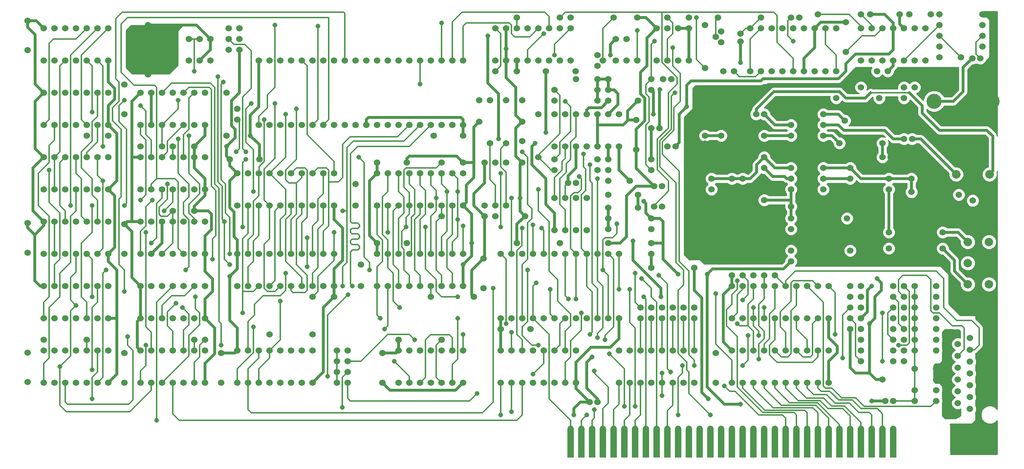
<source format=gbr>
G04 #@! TF.FileFunction,Copper,L1,Top,Signal*
%FSLAX46Y46*%
G04 Gerber Fmt 4.6, Leading zero omitted, Abs format (unit mm)*
G04 Created by KiCad (PCBNEW 4.0.7) date 01/18/19 16:59:07*
%MOMM*%
%LPD*%
G01*
G04 APERTURE LIST*
%ADD10C,0.100000*%
%ADD11C,1.524000*%
%ADD12C,1.524000*%
%ADD13R,1.524000X6.858000*%
%ADD14C,4.445000*%
%ADD15C,3.810000*%
%ADD16C,2.000000*%
%ADD17C,3.556000*%
%ADD18C,2.032000*%
%ADD19C,1.143000*%
%ADD20C,0.635000*%
%ADD21C,0.304800*%
%ADD22C,0.254000*%
G04 APERTURE END LIST*
D10*
D11*
X233680000Y-122682000D02*
X233680000Y-123952000D01*
X231140000Y-122682000D02*
X231140000Y-123952000D01*
X228600000Y-122682000D02*
X228600000Y-123952000D01*
X220980000Y-122682000D02*
X220980000Y-123952000D01*
X223520000Y-122682000D02*
X223520000Y-123952000D01*
X226060000Y-122682000D02*
X226060000Y-123952000D01*
X208280000Y-122682000D02*
X208280000Y-123952000D01*
X205740000Y-122682000D02*
X205740000Y-123952000D01*
X218440000Y-122682000D02*
X218440000Y-123952000D01*
X213360000Y-122682000D02*
X213360000Y-123952000D01*
X215900000Y-122682000D02*
X215900000Y-123952000D01*
X210820000Y-122682000D02*
X210820000Y-123952000D01*
X193040000Y-122682000D02*
X193040000Y-123952000D01*
X190500000Y-122682000D02*
X190500000Y-123952000D01*
X203200000Y-122682000D02*
X203200000Y-123952000D01*
X198120000Y-122682000D02*
X198120000Y-123952000D01*
X200660000Y-122682000D02*
X200660000Y-123952000D01*
X195580000Y-122682000D02*
X195580000Y-123952000D01*
X177800000Y-122682000D02*
X177800000Y-123952000D01*
X175260000Y-122682000D02*
X175260000Y-123952000D01*
X187960000Y-122682000D02*
X187960000Y-123952000D01*
X182880000Y-122682000D02*
X182880000Y-123952000D01*
X185420000Y-122682000D02*
X185420000Y-123952000D01*
X180340000Y-122682000D02*
X180340000Y-123952000D01*
X172720000Y-122682000D02*
X172720000Y-123952000D01*
X167640000Y-122682000D02*
X167640000Y-123952000D01*
X160020000Y-122682000D02*
X160020000Y-123952000D01*
X157480000Y-122682000D02*
X157480000Y-123952000D01*
X170180000Y-122682000D02*
X170180000Y-123952000D01*
X165100000Y-122682000D02*
X165100000Y-123952000D01*
X162560000Y-122682000D02*
X162560000Y-123952000D01*
D12*
X177165000Y-70104000D03*
X179070000Y-70104000D03*
X203200000Y-48260000D03*
X201295000Y-48260000D03*
X189230000Y-53340000D03*
X189230000Y-55245000D03*
X203200000Y-58420000D03*
X203200000Y-60960000D03*
X190754000Y-63500000D03*
X190754000Y-66040000D03*
X198120000Y-63500000D03*
X198120000Y-56515000D03*
X195580000Y-63500000D03*
X195580000Y-56515000D03*
X203200000Y-68580000D03*
X200660000Y-68580000D03*
X209550000Y-70104000D03*
X216535000Y-70104000D03*
X237998000Y-66675000D03*
X237998000Y-73660000D03*
X237998000Y-63500000D03*
X237998000Y-56515000D03*
X232664000Y-63500000D03*
X232664000Y-66040000D03*
X223520000Y-60960000D03*
X223520000Y-63500000D03*
X231140000Y-58420000D03*
X233045000Y-58420000D03*
X236220000Y-54102000D03*
X238125000Y-54102000D03*
X222250000Y-49784000D03*
X224790000Y-49784000D03*
X209550000Y-83058000D03*
X216535000Y-83058000D03*
X223520000Y-80518000D03*
X223520000Y-83058000D03*
X222758000Y-72898000D03*
X222758000Y-70358000D03*
X209550000Y-72898000D03*
X216535000Y-72898000D03*
X243840000Y-88900000D03*
X238760000Y-88900000D03*
X243840000Y-91440000D03*
X238760000Y-91440000D03*
X243840000Y-93980000D03*
X238760000Y-93980000D03*
X243840000Y-96520000D03*
X238760000Y-96520000D03*
X243840000Y-99060000D03*
X238760000Y-99060000D03*
X243840000Y-101600000D03*
X238760000Y-101600000D03*
X243840000Y-104140000D03*
X238760000Y-104140000D03*
X243840000Y-108458000D03*
X238760000Y-108458000D03*
X243840000Y-113538000D03*
X238760000Y-113538000D03*
X243840000Y-116078000D03*
X238760000Y-116078000D03*
X254254000Y-35052000D03*
X252349000Y-35052000D03*
X244602000Y-34798000D03*
X249682000Y-34798000D03*
X237490000Y-24638000D03*
X242570000Y-24638000D03*
X228219000Y-24638000D03*
X235204000Y-24638000D03*
X232410000Y-38100000D03*
X239395000Y-38100000D03*
X229870000Y-38100000D03*
X224790000Y-38100000D03*
X238760000Y-41910000D03*
X238760000Y-46990000D03*
X236220000Y-49530000D03*
X236220000Y-44450000D03*
X211455000Y-25400000D03*
X209550000Y-25400000D03*
X197612000Y-29210000D03*
X197612000Y-31115000D03*
X193548000Y-38100000D03*
X196088000Y-38100000D03*
X180340000Y-25400000D03*
X185420000Y-25400000D03*
X179324000Y-40005000D03*
X181229000Y-40005000D03*
X176530000Y-51562000D03*
X178435000Y-51562000D03*
X180340000Y-55880000D03*
X182245000Y-55880000D03*
X177165000Y-65278000D03*
X179070000Y-65278000D03*
X166370000Y-70358000D03*
X173355000Y-70358000D03*
X166370000Y-67310000D03*
X173355000Y-67310000D03*
X171450000Y-64008000D03*
X166370000Y-64008000D03*
X166370000Y-45085000D03*
X173355000Y-45085000D03*
X170688000Y-30480000D03*
X170688000Y-35560000D03*
X168148000Y-30480000D03*
X168148000Y-35560000D03*
X151638000Y-38100000D03*
X158623000Y-38100000D03*
X163830000Y-40005000D03*
X158750000Y-40005000D03*
X156845000Y-64516000D03*
X158750000Y-64516000D03*
X139700000Y-72390000D03*
X146685000Y-72390000D03*
X146050000Y-54610000D03*
X146050000Y-59690000D03*
X146050000Y-44958000D03*
X146050000Y-50038000D03*
X139700000Y-38100000D03*
X144780000Y-38100000D03*
X135890000Y-44958000D03*
X135890000Y-50038000D03*
X69850000Y-30480000D03*
X69850000Y-35560000D03*
X72390000Y-35560000D03*
X72390000Y-30480000D03*
X127000000Y-59690000D03*
X132080000Y-59690000D03*
X96520000Y-91440000D03*
X101600000Y-91440000D03*
X63500000Y-55880000D03*
X68580000Y-55880000D03*
X60960000Y-55880000D03*
X55880000Y-55880000D03*
X63500000Y-71120000D03*
X68580000Y-71120000D03*
X43180000Y-53340000D03*
X48260000Y-53340000D03*
X29210000Y-26162000D03*
X29210000Y-33147000D03*
X29210000Y-74041000D03*
X29210000Y-81026000D03*
X29210000Y-104648000D03*
X29210000Y-111633000D03*
X52070000Y-104775000D03*
X52070000Y-111760000D03*
X52070000Y-74295000D03*
X52070000Y-81280000D03*
X52070000Y-41275000D03*
X52070000Y-48260000D03*
X76962000Y-58928000D03*
X83947000Y-58928000D03*
X74930000Y-104775000D03*
X74930000Y-111760000D03*
X113030000Y-104775000D03*
X113030000Y-111760000D03*
X107950000Y-88900000D03*
X107950000Y-83820000D03*
X106680000Y-64770000D03*
X106680000Y-69850000D03*
X132080000Y-53340000D03*
X125095000Y-53340000D03*
X111760000Y-59690000D03*
X118745000Y-59690000D03*
X111760000Y-78740000D03*
X118745000Y-78740000D03*
X136906000Y-82423000D03*
X136906000Y-89408000D03*
X140970000Y-99060000D03*
X147955000Y-99060000D03*
X191770000Y-104775000D03*
X191770000Y-111760000D03*
X172974000Y-56642000D03*
X172974000Y-49657000D03*
X231775000Y-116078000D03*
X233680000Y-116078000D03*
X163830000Y-116332000D03*
X161925000Y-116332000D03*
X222504000Y-33528000D03*
X222504000Y-26543000D03*
X207518000Y-27940000D03*
X207518000Y-38100000D03*
X199898000Y-27940000D03*
X199898000Y-38100000D03*
X78740000Y-49530000D03*
X78740000Y-46990000D03*
X173990000Y-96520000D03*
X173990000Y-93980000D03*
X176530000Y-96520000D03*
X176530000Y-93980000D03*
X179070000Y-96520000D03*
X179070000Y-93980000D03*
X181610000Y-96520000D03*
X186690000Y-96520000D03*
X186690000Y-93980000D03*
X181610000Y-93980000D03*
X184150000Y-96520000D03*
X184150000Y-93980000D03*
X104775000Y-111760000D03*
X102235000Y-111760000D03*
X104775000Y-109220000D03*
X102235000Y-109220000D03*
X104775000Y-106680000D03*
X102235000Y-106680000D03*
X104775000Y-104140000D03*
X102235000Y-104140000D03*
D13*
X233680000Y-126111000D03*
X231140000Y-126111000D03*
X228600000Y-126111000D03*
X226060000Y-126111000D03*
X223520000Y-126111000D03*
X220980000Y-126111000D03*
X218440000Y-126111000D03*
X215900000Y-126111000D03*
X213360000Y-126111000D03*
X210820000Y-126111000D03*
X208280000Y-126111000D03*
X205740000Y-126111000D03*
X203200000Y-126111000D03*
X200660000Y-126111000D03*
X198120000Y-126111000D03*
X195580000Y-126111000D03*
X193040000Y-126111000D03*
X190500000Y-126111000D03*
X187960000Y-126111000D03*
X185420000Y-126111000D03*
X182880000Y-126111000D03*
X180340000Y-126111000D03*
X177800000Y-126111000D03*
X175260000Y-126111000D03*
X172720000Y-126111000D03*
X170180000Y-126111000D03*
X167640000Y-126111000D03*
X165100000Y-126111000D03*
X162560000Y-126111000D03*
X160020000Y-126111000D03*
X157480000Y-126111000D03*
D12*
X71120000Y-101600000D03*
X68580000Y-101600000D03*
X232664000Y-76200000D03*
X245364000Y-76200000D03*
X232664000Y-80010000D03*
X245364000Y-80010000D03*
X231140000Y-110998000D03*
X243840000Y-110998000D03*
X209550000Y-80518000D03*
X209550000Y-77978000D03*
X209550000Y-75438000D03*
D14*
X191770000Y-77978000D03*
D12*
X203200000Y-53340000D03*
X193040000Y-53340000D03*
X220980000Y-55118000D03*
X231140000Y-55118000D03*
X230378000Y-44450000D03*
X220218000Y-44450000D03*
X236220000Y-41910000D03*
X226060000Y-41910000D03*
X244602000Y-24638000D03*
X254762000Y-24638000D03*
X254762000Y-27178000D03*
X244602000Y-27178000D03*
X254762000Y-29718000D03*
X244602000Y-29718000D03*
X254762000Y-32258000D03*
X244602000Y-32258000D03*
X215900000Y-24638000D03*
X226060000Y-24638000D03*
X220218000Y-38100000D03*
X220218000Y-27940000D03*
X217678000Y-38100000D03*
X217678000Y-27940000D03*
X215138000Y-38100000D03*
X215138000Y-27940000D03*
X212598000Y-27940000D03*
X212598000Y-38100000D03*
X210058000Y-38100000D03*
X210058000Y-27940000D03*
X204978000Y-27940000D03*
X204978000Y-38100000D03*
X202438000Y-27940000D03*
X202438000Y-38100000D03*
X192278000Y-25400000D03*
X202438000Y-25400000D03*
X189230000Y-27178000D03*
X189230000Y-37338000D03*
X176530000Y-84582000D03*
X186690000Y-84582000D03*
X176530000Y-78740000D03*
X166370000Y-78740000D03*
X176530000Y-72898000D03*
X166370000Y-72898000D03*
X166370000Y-61468000D03*
X176530000Y-61468000D03*
X176530000Y-58928000D03*
X166370000Y-58928000D03*
X176530000Y-42545000D03*
X166370000Y-42545000D03*
X166370000Y-40005000D03*
X176530000Y-40005000D03*
X173228000Y-25400000D03*
X173228000Y-35560000D03*
X157480000Y-25400000D03*
X167640000Y-25400000D03*
X163830000Y-42545000D03*
X153670000Y-42545000D03*
X163830000Y-45085000D03*
X153670000Y-45085000D03*
X163830000Y-58928000D03*
X153670000Y-58928000D03*
X163830000Y-61468000D03*
X153670000Y-61468000D03*
X142240000Y-69850000D03*
X142240000Y-59690000D03*
X139700000Y-69850000D03*
X139700000Y-59690000D03*
X137160000Y-59690000D03*
X137160000Y-69850000D03*
X149860000Y-58420000D03*
X149860000Y-48260000D03*
X142240000Y-44958000D03*
X142240000Y-55118000D03*
X138430000Y-44958000D03*
X138430000Y-55118000D03*
X144780000Y-25400000D03*
X154940000Y-25400000D03*
X137160000Y-72390000D03*
X127000000Y-72390000D03*
X134620000Y-91440000D03*
X124460000Y-91440000D03*
X116840000Y-101600000D03*
X127000000Y-101600000D03*
X96520000Y-100330000D03*
X86360000Y-100330000D03*
X76200000Y-43180000D03*
X76200000Y-53340000D03*
X33020000Y-101600000D03*
X43180000Y-101600000D03*
X236220000Y-106680000D03*
X236220000Y-104140000D03*
X236220000Y-101600000D03*
X236220000Y-99060000D03*
X236220000Y-96520000D03*
X236220000Y-93980000D03*
X236220000Y-91440000D03*
X236220000Y-88900000D03*
X223520000Y-99060000D03*
X223520000Y-96520000D03*
X223520000Y-93980000D03*
X223520000Y-91440000D03*
X223520000Y-88900000D03*
X195580000Y-86360000D03*
X198120000Y-86360000D03*
X200660000Y-86360000D03*
X203200000Y-86360000D03*
X205740000Y-86360000D03*
X79248000Y-33020000D03*
X79248000Y-30480000D03*
X79248000Y-27940000D03*
X163830000Y-34290000D03*
X165100000Y-35560000D03*
X163830000Y-36830000D03*
X193040000Y-31242000D03*
X191770000Y-29972000D03*
X193040000Y-28702000D03*
X76708000Y-33020000D03*
X76708000Y-30480000D03*
X76708000Y-27940000D03*
X233680000Y-106680000D03*
X233680000Y-104140000D03*
X233680000Y-101600000D03*
X233680000Y-99060000D03*
X233680000Y-96520000D03*
X233680000Y-93980000D03*
X233680000Y-91440000D03*
X226060000Y-91440000D03*
X226060000Y-93980000D03*
X226060000Y-96520000D03*
X226060000Y-99060000D03*
X226060000Y-101600000D03*
X226060000Y-104140000D03*
X226060000Y-106680000D03*
X233680000Y-88900000D03*
X226060000Y-88900000D03*
X195580000Y-111760000D03*
X198120000Y-111760000D03*
X200660000Y-111760000D03*
X203200000Y-111760000D03*
X205740000Y-111760000D03*
X208280000Y-111760000D03*
X210820000Y-111760000D03*
X200660000Y-104140000D03*
X218440000Y-104140000D03*
X215900000Y-104140000D03*
X213360000Y-104140000D03*
X210820000Y-104140000D03*
X208280000Y-104140000D03*
X205740000Y-104140000D03*
X213360000Y-111760000D03*
X203200000Y-104140000D03*
X215900000Y-111760000D03*
X218440000Y-111760000D03*
X198120000Y-104140000D03*
X195580000Y-104140000D03*
X195580000Y-96520000D03*
X198120000Y-96520000D03*
X200660000Y-96520000D03*
X203200000Y-96520000D03*
X205740000Y-96520000D03*
X208280000Y-96520000D03*
X210820000Y-96520000D03*
X200660000Y-88900000D03*
X218440000Y-88900000D03*
X215900000Y-88900000D03*
X213360000Y-88900000D03*
X210820000Y-88900000D03*
X208280000Y-88900000D03*
X205740000Y-88900000D03*
X213360000Y-96520000D03*
X203200000Y-88900000D03*
X215900000Y-96520000D03*
X218440000Y-96520000D03*
X198120000Y-88900000D03*
X195580000Y-88900000D03*
X217170000Y-66040000D03*
X217170000Y-63500000D03*
X217170000Y-60960000D03*
X217170000Y-58420000D03*
X217170000Y-55880000D03*
X217170000Y-53340000D03*
X217170000Y-50800000D03*
X209550000Y-50800000D03*
X209550000Y-53340000D03*
X209550000Y-55880000D03*
X209550000Y-58420000D03*
X209550000Y-60960000D03*
X209550000Y-63500000D03*
X209550000Y-66040000D03*
X217170000Y-48260000D03*
X209550000Y-48260000D03*
X226060000Y-35560000D03*
X228600000Y-35560000D03*
X231140000Y-35560000D03*
X233680000Y-35560000D03*
X236220000Y-35560000D03*
X238760000Y-35560000D03*
X241300000Y-35560000D03*
X241300000Y-27940000D03*
X238760000Y-27940000D03*
X236220000Y-27940000D03*
X233680000Y-27940000D03*
X231140000Y-27940000D03*
X228600000Y-27940000D03*
X226060000Y-27940000D03*
X177800000Y-35560000D03*
X180340000Y-35560000D03*
X182880000Y-35560000D03*
X185420000Y-35560000D03*
X185420000Y-27940000D03*
X182880000Y-27940000D03*
X180340000Y-27940000D03*
X177800000Y-27940000D03*
X168910000Y-111760000D03*
X171450000Y-111760000D03*
X173990000Y-111760000D03*
X176530000Y-111760000D03*
X179070000Y-111760000D03*
X181610000Y-111760000D03*
X184150000Y-111760000D03*
X184150000Y-104140000D03*
X181610000Y-104140000D03*
X179070000Y-104140000D03*
X176530000Y-104140000D03*
X173990000Y-104140000D03*
X171450000Y-104140000D03*
X168910000Y-104140000D03*
X186690000Y-111760000D03*
X186690000Y-104140000D03*
X140970000Y-111760000D03*
X143510000Y-111760000D03*
X146050000Y-111760000D03*
X148590000Y-111760000D03*
X151130000Y-111760000D03*
X153670000Y-111760000D03*
X156210000Y-111760000D03*
X156210000Y-104140000D03*
X153670000Y-104140000D03*
X151130000Y-104140000D03*
X148590000Y-104140000D03*
X146050000Y-104140000D03*
X143510000Y-104140000D03*
X140970000Y-104140000D03*
X158750000Y-111760000D03*
X158750000Y-104140000D03*
X153670000Y-75692000D03*
X156210000Y-75692000D03*
X158750000Y-75692000D03*
X161290000Y-75692000D03*
X161290000Y-68072000D03*
X158750000Y-68072000D03*
X156210000Y-68072000D03*
X153670000Y-68072000D03*
X153670000Y-55880000D03*
X156210000Y-55880000D03*
X158750000Y-55880000D03*
X161290000Y-55880000D03*
X163830000Y-55880000D03*
X166370000Y-55880000D03*
X168910000Y-55880000D03*
X168910000Y-48260000D03*
X166370000Y-48260000D03*
X163830000Y-48260000D03*
X161290000Y-48260000D03*
X158750000Y-48260000D03*
X156210000Y-48260000D03*
X153670000Y-48260000D03*
X139700000Y-35560000D03*
X142240000Y-35560000D03*
X144780000Y-35560000D03*
X147320000Y-35560000D03*
X149860000Y-35560000D03*
X152400000Y-35560000D03*
X154940000Y-35560000D03*
X154940000Y-27940000D03*
X152400000Y-27940000D03*
X149860000Y-27940000D03*
X147320000Y-27940000D03*
X144780000Y-27940000D03*
X142240000Y-27940000D03*
X139700000Y-27940000D03*
X157480000Y-35560000D03*
X157480000Y-27940000D03*
X132080000Y-35560000D03*
X129540000Y-35560000D03*
X127000000Y-35560000D03*
X124460000Y-35560000D03*
X121920000Y-35560000D03*
X119380000Y-35560000D03*
X116840000Y-35560000D03*
X88900000Y-35560000D03*
X106680000Y-35560000D03*
X104140000Y-35560000D03*
X101600000Y-35560000D03*
X99060000Y-35560000D03*
X96520000Y-35560000D03*
X93980000Y-35560000D03*
X114300000Y-35560000D03*
X91440000Y-35560000D03*
X111760000Y-35560000D03*
X109220000Y-35560000D03*
X86360000Y-35560000D03*
X83820000Y-35560000D03*
X83820000Y-50800000D03*
X86360000Y-50800000D03*
X88900000Y-50800000D03*
X91440000Y-50800000D03*
X93980000Y-50800000D03*
X96520000Y-50800000D03*
X99060000Y-50800000D03*
X101600000Y-50800000D03*
X104140000Y-50800000D03*
X106680000Y-50800000D03*
X109220000Y-50800000D03*
X111760000Y-50800000D03*
X114300000Y-50800000D03*
X116840000Y-50800000D03*
X119380000Y-50800000D03*
X121920000Y-50800000D03*
X124460000Y-50800000D03*
X127000000Y-50800000D03*
X129540000Y-50800000D03*
X132080000Y-50800000D03*
X111760000Y-69850000D03*
X114300000Y-69850000D03*
X116840000Y-69850000D03*
X119380000Y-69850000D03*
X121920000Y-69850000D03*
X124460000Y-69850000D03*
X127000000Y-69850000D03*
X111760000Y-62230000D03*
X129540000Y-62230000D03*
X127000000Y-62230000D03*
X124460000Y-62230000D03*
X121920000Y-62230000D03*
X119380000Y-62230000D03*
X116840000Y-62230000D03*
X129540000Y-69850000D03*
X114300000Y-62230000D03*
X132080000Y-69850000D03*
X132080000Y-62230000D03*
X111760000Y-88900000D03*
X114300000Y-88900000D03*
X116840000Y-88900000D03*
X119380000Y-88900000D03*
X121920000Y-88900000D03*
X124460000Y-88900000D03*
X127000000Y-88900000D03*
X111760000Y-81280000D03*
X129540000Y-81280000D03*
X127000000Y-81280000D03*
X124460000Y-81280000D03*
X121920000Y-81280000D03*
X119380000Y-81280000D03*
X116840000Y-81280000D03*
X129540000Y-88900000D03*
X114300000Y-81280000D03*
X132080000Y-88900000D03*
X132080000Y-81280000D03*
X116840000Y-111760000D03*
X119380000Y-111760000D03*
X121920000Y-111760000D03*
X124460000Y-111760000D03*
X127000000Y-111760000D03*
X129540000Y-111760000D03*
X132080000Y-111760000D03*
X132080000Y-104140000D03*
X129540000Y-104140000D03*
X127000000Y-104140000D03*
X124460000Y-104140000D03*
X121920000Y-104140000D03*
X119380000Y-104140000D03*
X116840000Y-104140000D03*
X78740000Y-111760000D03*
X81280000Y-111760000D03*
X83820000Y-111760000D03*
X86360000Y-111760000D03*
X88900000Y-111760000D03*
X91440000Y-111760000D03*
X93980000Y-111760000D03*
X93980000Y-104140000D03*
X91440000Y-104140000D03*
X88900000Y-104140000D03*
X86360000Y-104140000D03*
X83820000Y-104140000D03*
X81280000Y-104140000D03*
X78740000Y-104140000D03*
X96520000Y-111760000D03*
X96520000Y-104140000D03*
X78740000Y-88900000D03*
X81280000Y-88900000D03*
X83820000Y-88900000D03*
X86360000Y-88900000D03*
X88900000Y-88900000D03*
X91440000Y-88900000D03*
X93980000Y-88900000D03*
X83820000Y-81280000D03*
X101600000Y-81280000D03*
X99060000Y-81280000D03*
X96520000Y-81280000D03*
X93980000Y-81280000D03*
X91440000Y-81280000D03*
X88900000Y-81280000D03*
X96520000Y-88900000D03*
X86360000Y-81280000D03*
X99060000Y-88900000D03*
X101600000Y-88900000D03*
X81280000Y-81280000D03*
X78740000Y-81280000D03*
X78740000Y-69850000D03*
X81280000Y-69850000D03*
X83820000Y-69850000D03*
X86360000Y-69850000D03*
X88900000Y-69850000D03*
X91440000Y-69850000D03*
X93980000Y-69850000D03*
X83820000Y-62230000D03*
X101600000Y-62230000D03*
X99060000Y-62230000D03*
X96520000Y-62230000D03*
X93980000Y-62230000D03*
X91440000Y-62230000D03*
X88900000Y-62230000D03*
X96520000Y-69850000D03*
X86360000Y-62230000D03*
X99060000Y-69850000D03*
X101600000Y-69850000D03*
X81280000Y-62230000D03*
X78740000Y-62230000D03*
X55880000Y-50800000D03*
X58420000Y-50800000D03*
X60960000Y-50800000D03*
X63500000Y-50800000D03*
X66040000Y-50800000D03*
X68580000Y-50800000D03*
X71120000Y-50800000D03*
X71120000Y-43180000D03*
X68580000Y-43180000D03*
X66040000Y-43180000D03*
X63500000Y-43180000D03*
X60960000Y-43180000D03*
X58420000Y-43180000D03*
X55880000Y-43180000D03*
X55880000Y-66040000D03*
X58420000Y-66040000D03*
X60960000Y-66040000D03*
X63500000Y-66040000D03*
X66040000Y-66040000D03*
X68580000Y-66040000D03*
X71120000Y-66040000D03*
X71120000Y-58420000D03*
X68580000Y-58420000D03*
X66040000Y-58420000D03*
X63500000Y-58420000D03*
X60960000Y-58420000D03*
X58420000Y-58420000D03*
X55880000Y-58420000D03*
X55880000Y-81280000D03*
X58420000Y-81280000D03*
X60960000Y-81280000D03*
X63500000Y-81280000D03*
X66040000Y-81280000D03*
X68580000Y-81280000D03*
X71120000Y-81280000D03*
X71120000Y-73660000D03*
X68580000Y-73660000D03*
X66040000Y-73660000D03*
X63500000Y-73660000D03*
X60960000Y-73660000D03*
X58420000Y-73660000D03*
X55880000Y-73660000D03*
X55880000Y-96520000D03*
X58420000Y-96520000D03*
X60960000Y-96520000D03*
X63500000Y-96520000D03*
X66040000Y-96520000D03*
X68580000Y-96520000D03*
X71120000Y-96520000D03*
X71120000Y-88900000D03*
X68580000Y-88900000D03*
X66040000Y-88900000D03*
X63500000Y-88900000D03*
X60960000Y-88900000D03*
X58420000Y-88900000D03*
X55880000Y-88900000D03*
X55880000Y-111760000D03*
X58420000Y-111760000D03*
X60960000Y-111760000D03*
X63500000Y-111760000D03*
X66040000Y-111760000D03*
X68580000Y-111760000D03*
X71120000Y-111760000D03*
X71120000Y-104140000D03*
X68580000Y-104140000D03*
X66040000Y-104140000D03*
X63500000Y-104140000D03*
X60960000Y-104140000D03*
X58420000Y-104140000D03*
X55880000Y-104140000D03*
X33020000Y-111760000D03*
X35560000Y-111760000D03*
X38100000Y-111760000D03*
X40640000Y-111760000D03*
X43180000Y-111760000D03*
X45720000Y-111760000D03*
X48260000Y-111760000D03*
X48260000Y-104140000D03*
X45720000Y-104140000D03*
X43180000Y-104140000D03*
X40640000Y-104140000D03*
X38100000Y-104140000D03*
X35560000Y-104140000D03*
X33020000Y-104140000D03*
X33020000Y-96520000D03*
X35560000Y-96520000D03*
X38100000Y-96520000D03*
X40640000Y-96520000D03*
X43180000Y-96520000D03*
X45720000Y-96520000D03*
X48260000Y-96520000D03*
X48260000Y-88900000D03*
X45720000Y-88900000D03*
X43180000Y-88900000D03*
X40640000Y-88900000D03*
X38100000Y-88900000D03*
X35560000Y-88900000D03*
X33020000Y-88900000D03*
X33020000Y-81280000D03*
X35560000Y-81280000D03*
X38100000Y-81280000D03*
X40640000Y-81280000D03*
X43180000Y-81280000D03*
X45720000Y-81280000D03*
X48260000Y-81280000D03*
X48260000Y-73660000D03*
X45720000Y-73660000D03*
X43180000Y-73660000D03*
X40640000Y-73660000D03*
X38100000Y-73660000D03*
X35560000Y-73660000D03*
X33020000Y-73660000D03*
X33020000Y-66040000D03*
X35560000Y-66040000D03*
X38100000Y-66040000D03*
X40640000Y-66040000D03*
X43180000Y-66040000D03*
X45720000Y-66040000D03*
X48260000Y-66040000D03*
X48260000Y-58420000D03*
X45720000Y-58420000D03*
X43180000Y-58420000D03*
X40640000Y-58420000D03*
X38100000Y-58420000D03*
X35560000Y-58420000D03*
X33020000Y-58420000D03*
X33020000Y-50800000D03*
X35560000Y-50800000D03*
X38100000Y-50800000D03*
X40640000Y-50800000D03*
X43180000Y-50800000D03*
X45720000Y-50800000D03*
X48260000Y-50800000D03*
X48260000Y-43180000D03*
X45720000Y-43180000D03*
X43180000Y-43180000D03*
X40640000Y-43180000D03*
X38100000Y-43180000D03*
X35560000Y-43180000D03*
X33020000Y-43180000D03*
X33020000Y-35560000D03*
X35560000Y-35560000D03*
X38100000Y-35560000D03*
X40640000Y-35560000D03*
X43180000Y-35560000D03*
X45720000Y-35560000D03*
X48260000Y-35560000D03*
X48260000Y-27940000D03*
X45720000Y-27940000D03*
X43180000Y-27940000D03*
X40640000Y-27940000D03*
X38100000Y-27940000D03*
X35560000Y-27940000D03*
X33020000Y-27940000D03*
X57658000Y-38862000D03*
X67310000Y-35560000D03*
X67310000Y-30480000D03*
X57658000Y-27178000D03*
X166370000Y-75438000D03*
X176530000Y-75438000D03*
X186690000Y-81280000D03*
X176530000Y-81280000D03*
X154940000Y-78740000D03*
X144780000Y-78740000D03*
X140970000Y-96520000D03*
X143510000Y-96520000D03*
X146050000Y-96520000D03*
X148590000Y-96520000D03*
X151130000Y-96520000D03*
X153670000Y-96520000D03*
X156210000Y-96520000D03*
X156210000Y-81280000D03*
X166370000Y-96520000D03*
X168910000Y-96520000D03*
X168910000Y-81280000D03*
X166370000Y-81280000D03*
X163830000Y-81280000D03*
X161290000Y-81280000D03*
X158750000Y-96520000D03*
X158750000Y-81280000D03*
X161290000Y-96520000D03*
X163830000Y-96520000D03*
X153670000Y-81280000D03*
X151130000Y-81280000D03*
X148590000Y-81280000D03*
X146050000Y-81280000D03*
X143510000Y-81280000D03*
X140970000Y-81280000D03*
D15*
X254000000Y-55372000D03*
D16*
X256286000Y-83486000D03*
X251286000Y-78486000D03*
X251286000Y-88486000D03*
X256286000Y-88486000D03*
X256286000Y-78486000D03*
X251286000Y-83486000D03*
D17*
X257048000Y-45212000D03*
X245846600Y-40005000D03*
X243357400Y-45212000D03*
D12*
X248920000Y-116586000D03*
X248920000Y-119380000D03*
X248920000Y-113792000D03*
X248920000Y-110998000D03*
X248920000Y-108204000D03*
X248920000Y-105410000D03*
X248920000Y-102616000D03*
X248920000Y-99822000D03*
X251790200Y-117983000D03*
X251790200Y-115189000D03*
X251790200Y-112395000D03*
X251790200Y-109601000D03*
X251790200Y-106807000D03*
X251790200Y-104013000D03*
X251790200Y-101219000D03*
D17*
X250355100Y-126441200D03*
X250355100Y-93167200D03*
D12*
X249174000Y-67310000D03*
X255778000Y-67310000D03*
X252476000Y-68707000D03*
D18*
X248539000Y-62484000D03*
X256413000Y-62484000D03*
D19*
X158242000Y-119380000D03*
X81788000Y-53340000D03*
X234950000Y-102870000D03*
X219964000Y-100330000D03*
X201930000Y-106172000D03*
X198120000Y-92202000D03*
X210058000Y-30988000D03*
X177038000Y-48260000D03*
X178562000Y-42418000D03*
X177292000Y-30988000D03*
X156210000Y-45212000D03*
X68580000Y-38100000D03*
X118618000Y-74930000D03*
X80010000Y-74930000D03*
X80772000Y-58928000D03*
X101600000Y-76200000D03*
X78486000Y-57150000D03*
X64770000Y-44958000D03*
X62230000Y-64770000D03*
X162560000Y-105664000D03*
X76200000Y-55880000D03*
X76962000Y-86614000D03*
X76962000Y-81280000D03*
X75438000Y-40640000D03*
X190500000Y-119380000D03*
X182118000Y-43180000D03*
X172720000Y-85852000D03*
X90170000Y-85852000D03*
X135382000Y-114300000D03*
X103505000Y-117602000D03*
X120650000Y-101600000D03*
X166624000Y-104902000D03*
X170180000Y-117348000D03*
X183896000Y-107696000D03*
X182880000Y-119380000D03*
X181102000Y-109220000D03*
X178308000Y-86360000D03*
X66548000Y-85090000D03*
X64770000Y-54102000D03*
X44450000Y-115570000D03*
X130810000Y-91440000D03*
X171450000Y-89662000D03*
X172720000Y-117348000D03*
X123190000Y-74930000D03*
X52070000Y-69850000D03*
X52070000Y-44958000D03*
X59690000Y-120650000D03*
X196850000Y-87630000D03*
X109982000Y-85090000D03*
X107442000Y-58420000D03*
X179070000Y-109474000D03*
X179070000Y-114808000D03*
X193802000Y-112522000D03*
X139192000Y-89408000D03*
X174244000Y-87122000D03*
X174752000Y-91440000D03*
X88900000Y-92456000D03*
X163068000Y-108966000D03*
X143510000Y-118618000D03*
X163068000Y-118110000D03*
X140970000Y-119380000D03*
X161290000Y-119380000D03*
X149352000Y-88138000D03*
X57150000Y-102870000D03*
X231140000Y-106680000D03*
X231140000Y-95250000D03*
X80772000Y-57150000D03*
X186690000Y-107696000D03*
X181610000Y-32512000D03*
X187198000Y-25400000D03*
X151130000Y-29210000D03*
X173228000Y-28448000D03*
X97790000Y-27432000D03*
X87630000Y-27178000D03*
X104902000Y-90932000D03*
X100076000Y-110236000D03*
X221742000Y-105918000D03*
X203200000Y-93980000D03*
X199390000Y-100584000D03*
X198120000Y-107696000D03*
X146050000Y-57150000D03*
X191770000Y-90678000D03*
X152654000Y-89662000D03*
X40640000Y-93472000D03*
X36830000Y-107950000D03*
X162052000Y-60198000D03*
X140970000Y-62230000D03*
X140970000Y-74930000D03*
X132080000Y-74676000D03*
X196850000Y-97790000D03*
X80010000Y-95250000D03*
X201930000Y-100584000D03*
X200660000Y-93980000D03*
X156972000Y-91948000D03*
X117094000Y-93980000D03*
X58420000Y-78740000D03*
X159512000Y-62992000D03*
X158750000Y-91948000D03*
X162052000Y-100330000D03*
X160528000Y-57658000D03*
X163830000Y-101092000D03*
X163830000Y-63500000D03*
X165608000Y-101600000D03*
X125730000Y-68072000D03*
X128270000Y-66548000D03*
X168910000Y-89662000D03*
X130810000Y-73152000D03*
X168402000Y-74168000D03*
X165100000Y-85090000D03*
X130810000Y-66548000D03*
X132080000Y-100330000D03*
X68834000Y-91440000D03*
X82550000Y-98552000D03*
X160020000Y-95250000D03*
X44450000Y-91440000D03*
X149860000Y-66040000D03*
X148590000Y-109728000D03*
X146050000Y-75184000D03*
X114300000Y-76200000D03*
X143510000Y-99822000D03*
X113538000Y-99060000D03*
X149860000Y-102870000D03*
X147320000Y-85090000D03*
X95250000Y-84328000D03*
X95250000Y-77470000D03*
X130810000Y-96520000D03*
X112522000Y-96520000D03*
X65786000Y-93980000D03*
X57150000Y-76200000D03*
X150622000Y-75184000D03*
X148590000Y-74422000D03*
X143510000Y-68072000D03*
X127000000Y-26670000D03*
X121920000Y-41148000D03*
X153670000Y-34290000D03*
X52070000Y-90170000D03*
X55880000Y-46228000D03*
X76962000Y-83820000D03*
X75692000Y-73660000D03*
X74168000Y-39370000D03*
X44450000Y-47752000D03*
X67310000Y-53340000D03*
X85090000Y-49530000D03*
X90170000Y-48260000D03*
X92710000Y-46990000D03*
X103632000Y-71120000D03*
X103632000Y-88900000D03*
X105918000Y-88900000D03*
X87630000Y-45720000D03*
X82550000Y-66548000D03*
X82042000Y-45720000D03*
X115824000Y-106680000D03*
X52832000Y-100838000D03*
X58674000Y-68580000D03*
X55880000Y-68580000D03*
X72898000Y-82550000D03*
X47752000Y-85090000D03*
X74930000Y-102870000D03*
X46990000Y-64008000D03*
X61468000Y-71120000D03*
X46990000Y-55880000D03*
X142240000Y-97790000D03*
X64262000Y-92964000D03*
X44450000Y-69850000D03*
X39370000Y-69850000D03*
X34290000Y-61468000D03*
X44450000Y-108712000D03*
X178816000Y-91440000D03*
X229870000Y-87122000D03*
X149098000Y-55118000D03*
X140462000Y-54102000D03*
X228092000Y-97790000D03*
X228600000Y-116078000D03*
X172212000Y-78232000D03*
X137922000Y-29718000D03*
X145542000Y-68072000D03*
X228600000Y-88900000D03*
X134112000Y-78740000D03*
X132080000Y-83820000D03*
X197612000Y-36068000D03*
X166878000Y-34290000D03*
X142240000Y-32766000D03*
X189738000Y-86106000D03*
X182880000Y-86106000D03*
X197612000Y-116840000D03*
X174752000Y-68834000D03*
X151638000Y-52578000D03*
X189992000Y-115570000D03*
X184912000Y-46482000D03*
D20*
X209550000Y-50800000D02*
X205740000Y-50800000D01*
X205740000Y-50800000D02*
X203200000Y-48260000D01*
X201295000Y-48260000D02*
X201295000Y-47117000D01*
X201295000Y-47117000D02*
X205232000Y-43180000D01*
X257175000Y-61722000D02*
X257175000Y-53467000D01*
X256413000Y-62484000D02*
X257175000Y-61722000D01*
X244602000Y-52070000D02*
X255778000Y-52070000D01*
X257175000Y-53467000D02*
X255778000Y-52070000D01*
X237490000Y-43180000D02*
X240538000Y-46228000D01*
X240538000Y-46228000D02*
X240538000Y-48006000D01*
X240538000Y-48006000D02*
X244602000Y-52070000D01*
D21*
X228346000Y-43180000D02*
X237490000Y-43180000D01*
D20*
X227330000Y-44196000D02*
X228346000Y-43180000D01*
X227076000Y-44450000D02*
X227330000Y-44196000D01*
X222504000Y-44450000D02*
X227076000Y-44450000D01*
X220980000Y-42926000D02*
X222504000Y-44450000D01*
X220726000Y-42926000D02*
X220980000Y-42926000D01*
X205486000Y-42926000D02*
X220726000Y-42926000D01*
X205232000Y-43180000D02*
X205486000Y-42926000D01*
X193040000Y-53340000D02*
X189230000Y-53340000D01*
X68580000Y-71120000D02*
X71882000Y-71120000D01*
X71882000Y-71120000D02*
X72644000Y-71882000D01*
X71120000Y-77089000D02*
X71120000Y-81280000D01*
X72644000Y-71882000D02*
X72644000Y-75565000D01*
X72644000Y-75565000D02*
X71120000Y-77089000D01*
X71120000Y-81280000D02*
X71120000Y-85471000D01*
X71120000Y-85471000D02*
X72898000Y-87249000D01*
X72898000Y-87249000D02*
X72898000Y-90170000D01*
X72898000Y-90170000D02*
X71120000Y-91948000D01*
X71120000Y-91948000D02*
X71120000Y-96520000D01*
X166878000Y-103378000D02*
X168910000Y-101346000D01*
X168910000Y-101346000D02*
X168910000Y-96520000D01*
X162306000Y-103378000D02*
X166878000Y-103378000D01*
X158750000Y-106934000D02*
X162306000Y-103378000D01*
X158750000Y-111760000D02*
X158750000Y-106934000D01*
X158750000Y-111760000D02*
X158750000Y-113157000D01*
X158750000Y-113157000D02*
X161925000Y-116332000D01*
X158242000Y-117856000D02*
X159766000Y-116332000D01*
X159766000Y-116332000D02*
X161925000Y-116332000D01*
X158242000Y-119380000D02*
X158242000Y-117856000D01*
X114808000Y-113538000D02*
X130302000Y-113538000D01*
X130302000Y-113538000D02*
X132080000Y-111760000D01*
X113030000Y-111760000D02*
X114808000Y-113538000D01*
X220472000Y-104648000D02*
X218440000Y-106680000D01*
X218440000Y-106680000D02*
X218440000Y-111760000D01*
X220472000Y-103124000D02*
X220472000Y-104648000D01*
X218440000Y-101092000D02*
X220472000Y-103124000D01*
X218440000Y-96520000D02*
X218440000Y-101092000D01*
X101600000Y-88900000D02*
X101600000Y-84836000D01*
X103632000Y-82804000D02*
X103632000Y-75184000D01*
X101600000Y-84836000D02*
X103632000Y-82804000D01*
X103632000Y-75184000D02*
X101600000Y-73152000D01*
X101600000Y-73152000D02*
X101600000Y-69850000D01*
X101600000Y-91440000D02*
X101600000Y-88900000D01*
X96520000Y-111760000D02*
X99060000Y-109220000D01*
X99060000Y-109220000D02*
X99060000Y-93980000D01*
X99060000Y-93980000D02*
X101600000Y-91440000D01*
X72390000Y-30480000D02*
X72390000Y-33020000D01*
X72390000Y-33020000D02*
X69850000Y-35560000D01*
D21*
X57658000Y-27178000D02*
X57658000Y-38862000D01*
D20*
X81788000Y-53340000D02*
X83947000Y-55499000D01*
X83947000Y-55499000D02*
X83947000Y-58928000D01*
X83820000Y-35560000D02*
X83820000Y-46482000D01*
X83820000Y-46482000D02*
X81788000Y-48514000D01*
X81788000Y-48514000D02*
X81788000Y-53340000D01*
X60960000Y-73660000D02*
X60960000Y-78740000D01*
X60960000Y-78740000D02*
X58420000Y-81280000D01*
X72390000Y-30480000D02*
X69088000Y-27178000D01*
X69088000Y-27178000D02*
X57658000Y-27178000D01*
X71120000Y-53340000D02*
X71120000Y-50800000D01*
X68580000Y-55880000D02*
X71120000Y-53340000D01*
X68580000Y-58420000D02*
X68580000Y-55880000D01*
X71120000Y-63500000D02*
X68580000Y-60960000D01*
X68580000Y-60960000D02*
X68580000Y-58420000D01*
X71120000Y-66040000D02*
X71120000Y-63500000D01*
X71120000Y-67502370D02*
X71120000Y-66040000D01*
X68580000Y-71120000D02*
X68580000Y-70042370D01*
X68580000Y-70042370D02*
X71120000Y-67502370D01*
X73406000Y-104902000D02*
X73406000Y-98806000D01*
X73406000Y-98806000D02*
X71120000Y-96520000D01*
X71120000Y-107188000D02*
X73406000Y-104902000D01*
X71120000Y-111760000D02*
X71120000Y-107188000D01*
X49784000Y-42164000D02*
X48260000Y-40640000D01*
X48260000Y-40640000D02*
X48260000Y-35560000D01*
X49784000Y-44704000D02*
X49784000Y-42164000D01*
X48260000Y-46228000D02*
X49784000Y-44704000D01*
X48260000Y-50800000D02*
X48260000Y-46228000D01*
X48260000Y-66040000D02*
X50292000Y-64008000D01*
X50292000Y-64008000D02*
X50292000Y-52832000D01*
X50292000Y-52832000D02*
X48260000Y-50800000D01*
X49784000Y-79756000D02*
X49784000Y-67564000D01*
X49784000Y-67564000D02*
X48260000Y-66040000D01*
X48260000Y-81280000D02*
X49784000Y-79756000D01*
X50292000Y-85090000D02*
X48260000Y-83058000D01*
X48260000Y-83058000D02*
X48260000Y-81280000D01*
X50292000Y-96520000D02*
X50292000Y-85090000D01*
X50292000Y-96520000D02*
X48260000Y-96520000D01*
X50292000Y-109728000D02*
X50292000Y-96520000D01*
X48260000Y-111760000D02*
X50292000Y-109728000D01*
X195580000Y-63500000D02*
X198120000Y-63500000D01*
X195580000Y-63500000D02*
X190754000Y-63500000D01*
X201422000Y-61976000D02*
X201422000Y-60198000D01*
X201422000Y-60198000D02*
X203200000Y-58420000D01*
X199898000Y-63500000D02*
X201422000Y-61976000D01*
X198120000Y-63500000D02*
X199898000Y-63500000D01*
X209550000Y-60960000D02*
X205740000Y-60960000D01*
X205740000Y-60960000D02*
X203200000Y-58420000D01*
X208026000Y-62992000D02*
X205232000Y-62992000D01*
X205232000Y-62992000D02*
X203200000Y-60960000D01*
X208534000Y-63500000D02*
X208026000Y-62992000D01*
X209550000Y-63500000D02*
X208534000Y-63500000D01*
X209550000Y-70104000D02*
X209550000Y-68580000D01*
X209550000Y-68580000D02*
X209550000Y-66040000D01*
X203200000Y-68580000D02*
X209550000Y-68580000D01*
X209550000Y-72898000D02*
X209550000Y-70104000D01*
X237998000Y-63500000D02*
X237998000Y-66675000D01*
X232664000Y-63500000D02*
X237998000Y-63500000D01*
X227330000Y-63500000D02*
X232664000Y-63500000D01*
X226060000Y-63500000D02*
X227330000Y-63500000D01*
X223520000Y-60960000D02*
X226060000Y-63500000D01*
X217170000Y-60960000D02*
X223520000Y-60960000D01*
X232664000Y-66040000D02*
X232664000Y-76200000D01*
X217170000Y-63500000D02*
X223520000Y-63500000D01*
X231140000Y-55118000D02*
X231140000Y-58420000D01*
X231648000Y-52070000D02*
X233680000Y-54102000D01*
X233680000Y-54102000D02*
X236220000Y-54102000D01*
X221996000Y-52070000D02*
X231648000Y-52070000D01*
X220726000Y-50800000D02*
X221996000Y-52070000D01*
X217170000Y-50800000D02*
X220726000Y-50800000D01*
X240157000Y-54102000D02*
X248539000Y-62484000D01*
X240030000Y-54102000D02*
X240157000Y-54102000D01*
X238125000Y-54102000D02*
X240030000Y-54102000D01*
X217170000Y-48260000D02*
X220726000Y-48260000D01*
X220726000Y-48260000D02*
X222250000Y-49784000D01*
D21*
X234950000Y-102870000D02*
X236982000Y-102870000D01*
X237490000Y-90170000D02*
X236220000Y-88900000D01*
X236982000Y-102870000D02*
X237490000Y-102362000D01*
X237490000Y-102362000D02*
X237490000Y-90170000D01*
X233680000Y-91440000D02*
X234950000Y-92710000D01*
X234950000Y-92710000D02*
X234950000Y-97790000D01*
X234950000Y-97790000D02*
X236220000Y-99060000D01*
X218440000Y-88900000D02*
X219964000Y-90424000D01*
X219964000Y-90424000D02*
X219964000Y-100330000D01*
X254000000Y-102870000D02*
X252857000Y-104013000D01*
X252857000Y-104013000D02*
X251790200Y-104013000D01*
X254000000Y-98806000D02*
X254000000Y-102870000D01*
X208280000Y-87630000D02*
X208280000Y-88900000D01*
X205740000Y-86360000D02*
X208280000Y-88900000D01*
X210566000Y-85344000D02*
X208280000Y-87630000D01*
X252222000Y-97028000D02*
X254000000Y-98806000D01*
X248666000Y-97028000D02*
X245618000Y-93980000D01*
X248666000Y-97028000D02*
X252222000Y-97028000D01*
X245618000Y-93980000D02*
X245618000Y-87122000D01*
X245618000Y-87122000D02*
X243840000Y-85344000D01*
X243840000Y-85344000D02*
X210566000Y-85344000D01*
X201930000Y-105918000D02*
X201930000Y-106172000D01*
X201930000Y-102616000D02*
X201930000Y-105918000D01*
X203200000Y-101346000D02*
X201930000Y-102616000D01*
X203200000Y-100838000D02*
X203200000Y-101346000D01*
X203200000Y-99568000D02*
X203200000Y-100838000D01*
X201930000Y-98298000D02*
X203200000Y-99568000D01*
X201930000Y-93218000D02*
X201930000Y-98298000D01*
X203200000Y-91948000D02*
X201930000Y-93218000D01*
X203200000Y-88900000D02*
X203200000Y-91948000D01*
X203200000Y-86360000D02*
X203200000Y-88900000D01*
X217170000Y-104648000D02*
X217170000Y-112522000D01*
X217170000Y-112522000D02*
X217678000Y-113030000D01*
X217678000Y-113030000D02*
X219202000Y-113030000D01*
X242570000Y-117348000D02*
X243840000Y-116078000D01*
X219202000Y-113030000D02*
X221488000Y-115316000D01*
X221488000Y-115316000D02*
X224790000Y-115316000D01*
X224790000Y-115316000D02*
X226822000Y-117348000D01*
X226822000Y-117348000D02*
X242570000Y-117348000D01*
X217170000Y-104648000D02*
X217170000Y-104902000D01*
X217170000Y-92710000D02*
X217170000Y-104648000D01*
X213360000Y-88900000D02*
X217170000Y-92710000D01*
X199390000Y-87630000D02*
X199390000Y-90932000D01*
X199390000Y-90932000D02*
X198120000Y-92202000D01*
X198120000Y-86360000D02*
X199390000Y-87630000D01*
X254762000Y-29718000D02*
X253238000Y-31242000D01*
X253238000Y-31242000D02*
X253238000Y-34036000D01*
X253238000Y-34036000D02*
X254254000Y-35052000D01*
D20*
X250190000Y-42926000D02*
X247904000Y-45212000D01*
X247904000Y-45212000D02*
X243357400Y-45212000D01*
X250190000Y-37211000D02*
X250190000Y-42926000D01*
X252349000Y-35052000D02*
X250190000Y-37211000D01*
D21*
X244602000Y-29718000D02*
X249682000Y-34798000D01*
X237744000Y-34036000D02*
X244602000Y-27178000D01*
X236220000Y-35560000D02*
X237744000Y-34036000D01*
X228600000Y-27940000D02*
X228600000Y-27178000D01*
X228600000Y-27178000D02*
X226060000Y-24638000D01*
X210058000Y-30988000D02*
X208788000Y-29718000D01*
X208788000Y-26162000D02*
X209550000Y-25400000D01*
X208788000Y-29718000D02*
X208788000Y-26162000D01*
X199898000Y-27940000D02*
X198882000Y-27940000D01*
X198882000Y-27940000D02*
X197612000Y-29210000D01*
X202438000Y-25400000D02*
X199898000Y-27940000D01*
X226060000Y-27432000D02*
X223266000Y-24638000D01*
X223266000Y-24638000D02*
X215900000Y-24638000D01*
X226060000Y-27940000D02*
X226060000Y-27432000D01*
X181610000Y-29210000D02*
X181610000Y-26670000D01*
X181610000Y-26670000D02*
X180340000Y-25400000D01*
X180340000Y-30480000D02*
X181610000Y-29210000D01*
X180340000Y-35560000D02*
X180340000Y-30480000D01*
X202438000Y-38100000D02*
X201168000Y-39370000D01*
X201168000Y-39370000D02*
X197358000Y-39370000D01*
X197358000Y-39370000D02*
X196088000Y-38100000D01*
D20*
X177038000Y-43053000D02*
X177038000Y-48260000D01*
X176530000Y-42545000D02*
X177038000Y-43053000D01*
X168910000Y-55880000D02*
X168910000Y-61468000D01*
X168910000Y-61468000D02*
X171450000Y-64008000D01*
X176530000Y-58928000D02*
X176530000Y-51562000D01*
X178435000Y-51562000D02*
X178435000Y-42545000D01*
X178435000Y-42545000D02*
X178562000Y-42418000D01*
X233680000Y-35560000D02*
X233680000Y-36830000D01*
X233680000Y-36830000D02*
X232410000Y-38100000D01*
X166370000Y-78740000D02*
X169164000Y-78740000D01*
X169164000Y-78740000D02*
X170688000Y-77216000D01*
X170688000Y-77216000D02*
X170688000Y-67564000D01*
X170688000Y-67564000D02*
X172974000Y-65278000D01*
X172974000Y-65278000D02*
X177165000Y-65278000D01*
X172974000Y-56642000D02*
X172974000Y-61087000D01*
X172974000Y-61087000D02*
X177165000Y-65278000D01*
X172974000Y-56642000D02*
X172974000Y-51808238D01*
X172974000Y-51808238D02*
X175006000Y-49776238D01*
X175006000Y-49776238D02*
X175006000Y-44450000D01*
X175006000Y-44450000D02*
X173990000Y-43434000D01*
X173990000Y-43434000D02*
X173990000Y-38354000D01*
X173990000Y-38354000D02*
X175514000Y-36830000D01*
X175514000Y-36830000D02*
X175514000Y-30226000D01*
X175514000Y-30226000D02*
X177800000Y-27940000D01*
X173228000Y-25400000D02*
X175260000Y-25400000D01*
X175260000Y-25400000D02*
X177800000Y-27940000D01*
X166370000Y-58928000D02*
X166370000Y-55880000D01*
D21*
X176530000Y-40005000D02*
X176530000Y-31750000D01*
X176530000Y-31750000D02*
X177292000Y-30988000D01*
X176530000Y-61468000D02*
X175260000Y-60198000D01*
X175260000Y-60198000D02*
X175260000Y-50800000D01*
X175260000Y-41275000D02*
X176530000Y-40005000D01*
X175260000Y-50800000D02*
X176022000Y-50038000D01*
X176022000Y-50038000D02*
X176022000Y-44196000D01*
X176022000Y-44196000D02*
X175260000Y-43434000D01*
X175260000Y-43434000D02*
X175260000Y-41275000D01*
X217678000Y-31750000D02*
X220218000Y-34290000D01*
X220218000Y-34290000D02*
X220218000Y-38100000D01*
X217678000Y-27940000D02*
X217678000Y-31750000D01*
X165100000Y-27940000D02*
X165100000Y-35560000D01*
X167640000Y-25400000D02*
X165100000Y-27940000D01*
D20*
X166370000Y-42545000D02*
X167767000Y-42545000D01*
X167767000Y-42545000D02*
X168656000Y-43434000D01*
X168656000Y-45974000D02*
X166370000Y-48260000D01*
X168656000Y-43434000D02*
X168656000Y-45974000D01*
X166370000Y-40005000D02*
X166370000Y-42545000D01*
X163830000Y-40005000D02*
X166370000Y-40005000D01*
X163830000Y-40005000D02*
X163830000Y-42545000D01*
X163830000Y-45085000D02*
X163830000Y-42545000D01*
D21*
X156210000Y-68072000D02*
X156210000Y-65151000D01*
X156210000Y-65151000D02*
X156845000Y-64516000D01*
D20*
X158750000Y-60960000D02*
X156845000Y-62865000D01*
X156845000Y-62865000D02*
X156845000Y-64516000D01*
X158750000Y-55880000D02*
X158750000Y-60960000D01*
D21*
X153670000Y-61468000D02*
X152908000Y-61468000D01*
X152908000Y-61468000D02*
X149860000Y-58420000D01*
X153670000Y-42545000D02*
X154940000Y-43815000D01*
X154940000Y-43815000D02*
X154940000Y-52880766D01*
X154940000Y-52880766D02*
X149860000Y-57960766D01*
X149860000Y-57960766D02*
X149860000Y-58420000D01*
X139700000Y-27940000D02*
X140970000Y-29210000D01*
X140970000Y-29210000D02*
X140970000Y-36830000D01*
X140970000Y-36830000D02*
X139700000Y-38100000D01*
X153670000Y-58928000D02*
X154940000Y-57658000D01*
X157480000Y-52324000D02*
X157480000Y-46482000D01*
X154940000Y-57658000D02*
X154940000Y-54864000D01*
X154940000Y-54864000D02*
X157480000Y-52324000D01*
X157480000Y-46482000D02*
X156210000Y-45212000D01*
X67310000Y-30480000D02*
X68580000Y-30480000D01*
X68580000Y-30480000D02*
X69850000Y-30480000D01*
X68580000Y-38100000D02*
X68580000Y-30480000D01*
X118618000Y-74930000D02*
X117576599Y-75971401D01*
X117576599Y-75971401D02*
X117576599Y-79730599D01*
X117576599Y-79730599D02*
X118110000Y-80264000D01*
X118110000Y-80264000D02*
X118110000Y-85090000D01*
X118110000Y-85090000D02*
X119380000Y-86360000D01*
X119380000Y-86360000D02*
X119380000Y-88900000D01*
X127000000Y-59690000D02*
X125730000Y-60960000D01*
X125730000Y-60960000D02*
X118618000Y-60960000D01*
X118618000Y-60960000D02*
X118110000Y-61468000D01*
X118110000Y-61468000D02*
X118110000Y-65532000D01*
X118110000Y-65532000D02*
X119380000Y-66802000D01*
X119380000Y-66802000D02*
X119380000Y-67564000D01*
X119380000Y-67564000D02*
X119380000Y-69850000D01*
X140970000Y-59944000D02*
X140970000Y-59690000D01*
X140970000Y-59944000D02*
X140970000Y-56388000D01*
X140970000Y-60706000D02*
X140970000Y-59944000D01*
X140970000Y-56388000D02*
X142240000Y-55118000D01*
X142240000Y-61976000D02*
X140970000Y-60706000D01*
X142240000Y-69850000D02*
X142240000Y-61976000D01*
X119380000Y-71882000D02*
X119380000Y-69850000D01*
X118618000Y-72644000D02*
X119380000Y-71882000D01*
X118618000Y-74930000D02*
X118618000Y-72644000D01*
X80010000Y-73914000D02*
X80010000Y-74930000D01*
X80010000Y-62738000D02*
X80010000Y-73914000D01*
X80010000Y-59690000D02*
X80010000Y-62738000D01*
X80772000Y-58928000D02*
X80010000Y-59690000D01*
X101600000Y-76200000D02*
X101600000Y-80202370D01*
X101600000Y-80202370D02*
X101600000Y-81280000D01*
X97790000Y-86614000D02*
X101600000Y-82804000D01*
X101600000Y-82804000D02*
X101600000Y-81280000D01*
X97790000Y-90170000D02*
X97790000Y-86614000D01*
X96520000Y-91440000D02*
X97790000Y-90170000D01*
X78740000Y-49530000D02*
X79248000Y-50038000D01*
X79248000Y-50038000D02*
X79248000Y-56388000D01*
X79248000Y-56388000D02*
X78486000Y-57150000D01*
X63500000Y-55880000D02*
X63500000Y-58420000D01*
X60960000Y-50800000D02*
X60960000Y-55880000D01*
X60960000Y-50800000D02*
X64770000Y-46990000D01*
X64770000Y-46990000D02*
X64770000Y-44958000D01*
X63500000Y-73660000D02*
X63500000Y-78740000D01*
X63500000Y-78740000D02*
X60960000Y-81280000D01*
X63500000Y-71120000D02*
X63500000Y-73660000D01*
X60248810Y-70307190D02*
X62230000Y-68326000D01*
X62230000Y-68326000D02*
X62230000Y-64770000D01*
X60248810Y-71932810D02*
X60248810Y-70307190D01*
X62230000Y-72390000D02*
X60706000Y-72390000D01*
X60706000Y-72390000D02*
X60248810Y-71932810D01*
X63500000Y-71120000D02*
X62230000Y-72390000D01*
X45720000Y-54802370D02*
X45720000Y-50800000D01*
X43180000Y-58420000D02*
X43180000Y-57342370D01*
X43180000Y-57342370D02*
X45720000Y-54802370D01*
X41910000Y-34290000D02*
X41910000Y-49530000D01*
X41910000Y-49530000D02*
X43180000Y-50800000D01*
X48260000Y-27940000D02*
X41910000Y-34290000D01*
D20*
X33020000Y-73660000D02*
X33020000Y-74610630D01*
X33020000Y-74610630D02*
X30861000Y-76769630D01*
X30861000Y-87630000D02*
X30861000Y-76769630D01*
X30861000Y-76769630D02*
X30480000Y-76388630D01*
X32131000Y-88900000D02*
X33020000Y-88900000D01*
X32131000Y-88900000D02*
X30861000Y-87630000D01*
X140970000Y-96520000D02*
X140970000Y-99060000D01*
X140970000Y-104140000D02*
X140970000Y-99060000D01*
X161290000Y-113030000D02*
X161290000Y-106934000D01*
X161290000Y-106934000D02*
X162560000Y-105664000D01*
X163830000Y-115570000D02*
X161290000Y-113030000D01*
X163830000Y-116332000D02*
X163830000Y-115570000D01*
X116840000Y-104140000D02*
X116840000Y-101600000D01*
X113030000Y-104775000D02*
X116205000Y-104775000D01*
X116205000Y-104775000D02*
X116840000Y-104140000D01*
X195580000Y-88900000D02*
X195580000Y-86360000D01*
X195580000Y-104140000D02*
X193548000Y-102108000D01*
X193548000Y-102108000D02*
X193548000Y-90932000D01*
X193548000Y-90932000D02*
X195580000Y-88900000D01*
X109728000Y-49022000D02*
X109220000Y-49530000D01*
X109220000Y-49530000D02*
X109220000Y-50800000D01*
X131572000Y-49022000D02*
X109728000Y-49022000D01*
X132080000Y-49530000D02*
X131572000Y-49022000D01*
X132080000Y-50800000D02*
X132080000Y-49530000D01*
X132080000Y-53340000D02*
X132080000Y-50800000D01*
X74930000Y-104775000D02*
X78105000Y-104775000D01*
X78105000Y-104775000D02*
X78740000Y-104140000D01*
X76200000Y-55880000D02*
X78232000Y-53848000D01*
X78232000Y-53848000D02*
X78232000Y-51816000D01*
X78232000Y-51816000D02*
X77406499Y-50990499D01*
X77406499Y-50990499D02*
X77406499Y-45021501D01*
X77406499Y-45021501D02*
X79248000Y-43180000D01*
X79248000Y-43180000D02*
X79248000Y-33020000D01*
X76200000Y-55880000D02*
X76200000Y-58166000D01*
X76200000Y-58166000D02*
X76962000Y-58928000D01*
X76962000Y-60452000D02*
X76962000Y-58928000D01*
X78740000Y-62230000D02*
X76962000Y-60452000D01*
X76962000Y-70358000D02*
X76962000Y-64008000D01*
X76962000Y-64008000D02*
X78740000Y-62230000D01*
X77978000Y-71374000D02*
X76962000Y-70358000D01*
X77978000Y-77216000D02*
X77978000Y-71374000D01*
X78740000Y-77978000D02*
X77978000Y-77216000D01*
X78740000Y-81280000D02*
X78740000Y-77978000D01*
X76962000Y-86614000D02*
X78740000Y-84836000D01*
X78740000Y-84836000D02*
X78740000Y-81280000D01*
X78740000Y-98806000D02*
X76962000Y-97028000D01*
X76962000Y-97028000D02*
X76962000Y-86614000D01*
X78740000Y-104140000D02*
X78740000Y-98806000D01*
X58420000Y-43180000D02*
X58420000Y-50800000D01*
X55118000Y-97282000D02*
X55118001Y-103378001D01*
X55118001Y-103378001D02*
X55880000Y-104140000D01*
X55880000Y-96520000D02*
X55118000Y-97282000D01*
X55880000Y-88900000D02*
X55880000Y-96520000D01*
X53848000Y-76073000D02*
X53848000Y-86868000D01*
X53848000Y-86868000D02*
X55880000Y-88900000D01*
X52070000Y-74295000D02*
X53848000Y-76073000D01*
X53848000Y-73660000D02*
X52705000Y-73660000D01*
X52705000Y-73660000D02*
X52070000Y-74295000D01*
X53848000Y-73660000D02*
X55880000Y-73660000D01*
X53848000Y-58420000D02*
X53848000Y-73660000D01*
X53848000Y-58420000D02*
X55880000Y-58420000D01*
X53848000Y-45212000D02*
X53848000Y-58420000D01*
X55880000Y-43180000D02*
X53848000Y-45212000D01*
X33020000Y-73914000D02*
X33020000Y-73660000D01*
X29210000Y-74041000D02*
X29210000Y-75118630D01*
X29210000Y-75118630D02*
X30480000Y-76388630D01*
X30480000Y-60960000D02*
X30480000Y-71120000D01*
X30480000Y-71120000D02*
X33020000Y-73660000D01*
X33020000Y-58420000D02*
X30480000Y-60960000D01*
X33020000Y-43180000D02*
X30988000Y-45212000D01*
X30988000Y-45212000D02*
X30988000Y-56388000D01*
X30988000Y-56388000D02*
X33020000Y-58420000D01*
X30988000Y-29464000D02*
X30988000Y-41148000D01*
X30988000Y-41148000D02*
X33020000Y-43180000D01*
X29210000Y-27686000D02*
X30988000Y-29464000D01*
X29210000Y-26162000D02*
X29210000Y-27686000D01*
X29210000Y-26162000D02*
X31242000Y-26162000D01*
X31242000Y-26162000D02*
X33020000Y-27940000D01*
D21*
X120650000Y-85090000D02*
X121920000Y-86360000D01*
X121920000Y-86360000D02*
X121920000Y-88900000D01*
X120650000Y-82296000D02*
X120650000Y-82550000D01*
X120650000Y-73152000D02*
X120650000Y-82296000D01*
X120650000Y-82296000D02*
X120650000Y-85090000D01*
X121920000Y-71882000D02*
X120650000Y-73152000D01*
X121920000Y-69850000D02*
X121920000Y-71882000D01*
X138430000Y-55118000D02*
X138430000Y-63754000D01*
X138430000Y-63754000D02*
X139700000Y-65024000D01*
X139700000Y-65024000D02*
X139700000Y-69850000D01*
X101600000Y-62230000D02*
X101600000Y-59436000D01*
X101600000Y-59436000D02*
X95250000Y-53086000D01*
X95250000Y-53086000D02*
X95250000Y-36830000D01*
X95250000Y-36830000D02*
X93980000Y-35560000D01*
X76962000Y-81280000D02*
X76962000Y-72644000D01*
X76962000Y-72644000D02*
X75946000Y-71628000D01*
X75946000Y-71628000D02*
X75946000Y-64770000D01*
X75946000Y-64770000D02*
X74930000Y-63754000D01*
X74930000Y-63754000D02*
X74930000Y-41148000D01*
X74930000Y-41148000D02*
X75438000Y-40640000D01*
X229362000Y-29718000D02*
X226314000Y-29718000D01*
X226314000Y-29718000D02*
X222504000Y-33528000D01*
X231140000Y-27940000D02*
X229362000Y-29718000D01*
X202438000Y-27940000D02*
X199898000Y-30480000D01*
X199898000Y-30480000D02*
X199898000Y-38100000D01*
X190500000Y-119380000D02*
X185420000Y-114300000D01*
X185420000Y-114300000D02*
X185420000Y-109220000D01*
X185420000Y-109220000D02*
X184912000Y-108712000D01*
X184912000Y-106834432D02*
X182880000Y-104802432D01*
X184912000Y-108712000D02*
X184912000Y-106834432D01*
X182880000Y-104802432D02*
X182880000Y-89916000D01*
X178562000Y-54581724D02*
X181305190Y-51838534D01*
X182880000Y-89916000D02*
X184150000Y-88646000D01*
X184150000Y-88646000D02*
X184150000Y-85090000D01*
X184150000Y-85090000D02*
X182372000Y-83312000D01*
X182372000Y-83312000D02*
X182372000Y-64516000D01*
X182372000Y-64516000D02*
X178562000Y-60706000D01*
X178562000Y-60706000D02*
X178562000Y-54581724D01*
X181305190Y-51838534D02*
X181305190Y-43992810D01*
X181305190Y-43992810D02*
X182118000Y-43180000D01*
X173990000Y-96520000D02*
X173990000Y-104140000D01*
X172720000Y-92710000D02*
X172720000Y-85852000D01*
X173990000Y-93980000D02*
X172720000Y-92710000D01*
X90170000Y-87376000D02*
X90170000Y-85852000D01*
X90170000Y-89916000D02*
X90170000Y-87376000D01*
X88900000Y-91186000D02*
X90170000Y-89916000D01*
X84836000Y-91186000D02*
X88900000Y-91186000D01*
X82804000Y-93218000D02*
X84836000Y-91186000D01*
X82804000Y-94234000D02*
X82804000Y-93980000D01*
X82804000Y-95758000D02*
X82804000Y-94234000D01*
X82804000Y-94234000D02*
X82804000Y-93218000D01*
X81280000Y-97282000D02*
X82804000Y-95758000D01*
X81280000Y-104140000D02*
X81280000Y-97282000D01*
X176530000Y-104140000D02*
X176530000Y-96520000D01*
X179070000Y-96520000D02*
X179070000Y-104140000D01*
X181610000Y-104140000D02*
X181610000Y-96520000D01*
X186690000Y-96520000D02*
X186690000Y-104140000D01*
X184150000Y-96520000D02*
X184150000Y-104140000D01*
X105410000Y-116078000D02*
X133604000Y-116078000D01*
X133604000Y-116078000D02*
X135382000Y-114300000D01*
X104775000Y-115443000D02*
X105410000Y-116078000D01*
X104775000Y-111760000D02*
X104775000Y-115443000D01*
X103505000Y-117475000D02*
X103505000Y-117602000D01*
X104775000Y-109220000D02*
X103505000Y-110490000D01*
X103505000Y-110490000D02*
X103505000Y-117475000D01*
X114300000Y-100330000D02*
X119380000Y-100330000D01*
X119380000Y-100330000D02*
X120650000Y-101600000D01*
X107950000Y-106680000D02*
X114300000Y-100330000D01*
X104775000Y-106680000D02*
X107950000Y-106680000D01*
X170180000Y-111506000D02*
X170180000Y-108458000D01*
X170180000Y-108458000D02*
X166624000Y-104902000D01*
X170180000Y-117348000D02*
X170180000Y-111506000D01*
X182880000Y-110490000D02*
X182880000Y-119380000D01*
X183896000Y-109474000D02*
X182880000Y-110490000D01*
X183896000Y-107696000D02*
X183896000Y-109474000D01*
X180340000Y-98044000D02*
X180340000Y-108458000D01*
X180340000Y-108458000D02*
X181102000Y-109220000D01*
X180340000Y-98044000D02*
X180340000Y-98298000D01*
X180340000Y-88392000D02*
X180340000Y-98044000D01*
X178308000Y-86360000D02*
X180340000Y-88392000D01*
X67310000Y-74930000D02*
X67310000Y-84328000D01*
X67310000Y-84328000D02*
X66548000Y-85090000D01*
X67310000Y-73180276D02*
X67310000Y-74930000D01*
X67281724Y-73152000D02*
X67310000Y-73180276D01*
X66040000Y-69088000D02*
X66040000Y-71930766D01*
X66040000Y-71930766D02*
X67261234Y-73152000D01*
X67261234Y-73152000D02*
X67281724Y-73152000D01*
X67310000Y-67818000D02*
X66040000Y-69088000D01*
X67310000Y-67056000D02*
X67310000Y-67818000D01*
X67310000Y-64770000D02*
X67310000Y-67056000D01*
X64770000Y-62230000D02*
X67310000Y-64770000D01*
X64770000Y-54102000D02*
X64770000Y-62230000D01*
X43180000Y-27940000D02*
X40640000Y-30480000D01*
X34290000Y-31496000D02*
X34290000Y-49530000D01*
X40640000Y-30480000D02*
X35306000Y-30480000D01*
X35306000Y-30480000D02*
X34290000Y-31496000D01*
X34290000Y-49530000D02*
X33020000Y-50800000D01*
X44450000Y-112014000D02*
X44450000Y-115570000D01*
X44450000Y-110490000D02*
X44450000Y-112014000D01*
X45720000Y-109220000D02*
X44450000Y-110490000D01*
X45720000Y-104140000D02*
X45720000Y-109220000D01*
X130810000Y-91440000D02*
X127000000Y-91440000D01*
X123190000Y-84836000D02*
X123190000Y-80264000D01*
X127000000Y-91440000D02*
X125730000Y-90170000D01*
X125730000Y-90170000D02*
X125730000Y-87376000D01*
X125730000Y-87376000D02*
X123190000Y-84836000D01*
X123190000Y-80264000D02*
X123190000Y-74930000D01*
X171450000Y-91186000D02*
X171450000Y-89662000D01*
X171450000Y-97536000D02*
X171450000Y-91186000D01*
X172720000Y-98806000D02*
X171450000Y-97536000D01*
X172720000Y-101600000D02*
X172720000Y-98806000D01*
X172720000Y-117348000D02*
X172720000Y-101600000D01*
X52578000Y-56388000D02*
X52578000Y-69342000D01*
X52578000Y-69342000D02*
X52070000Y-69850000D01*
X52578000Y-51816000D02*
X52578000Y-56388000D01*
X50800000Y-50038000D02*
X52578000Y-51816000D01*
X50800000Y-46228000D02*
X50800000Y-50038000D01*
X51498501Y-45529499D02*
X50800000Y-46228000D01*
X52070000Y-44958000D02*
X51498501Y-45529499D01*
X59690000Y-108966000D02*
X59690000Y-109220000D01*
X59690000Y-96774000D02*
X59690000Y-108966000D01*
X59690000Y-108966000D02*
X59690000Y-120650000D01*
X59690000Y-92710000D02*
X59690000Y-96774000D01*
X63500000Y-88900000D02*
X59690000Y-92710000D01*
X215900000Y-111760000D02*
X215900000Y-113030000D01*
X215900000Y-113030000D02*
X216662000Y-113792000D01*
X216662000Y-113792000D02*
X218694000Y-113792000D01*
X218694000Y-113792000D02*
X220776810Y-115874810D01*
X226060000Y-117906810D02*
X229920810Y-117906810D01*
X231140000Y-119126000D02*
X231140000Y-126111000D01*
X220776810Y-115874810D02*
X224028000Y-115874810D01*
X224028000Y-115874810D02*
X226060000Y-117906810D01*
X229920810Y-117906810D02*
X231140000Y-119126000D01*
X213360000Y-111760000D02*
X213360000Y-113030000D01*
X213360000Y-113030000D02*
X214884000Y-114554000D01*
X214884000Y-114554000D02*
X217932000Y-114554000D01*
X217932000Y-114554000D02*
X219964000Y-116586000D01*
X219964000Y-116586000D02*
X223316810Y-116586000D01*
X223316810Y-116586000D02*
X225552000Y-118821190D01*
X225552000Y-118821190D02*
X228041190Y-118821190D01*
X228041190Y-118821190D02*
X228600000Y-119380000D01*
X228600000Y-119380000D02*
X228600000Y-126111000D01*
X210820000Y-111760000D02*
X210820000Y-113030000D01*
X210820000Y-113030000D02*
X213207571Y-115417571D01*
X213207571Y-115417571D02*
X217271572Y-115417572D01*
X217271572Y-115417572D02*
X219151190Y-117297190D01*
X219151190Y-117297190D02*
X222199190Y-117297190D01*
X222199190Y-117297190D02*
X226060000Y-121158000D01*
X226060000Y-121158000D02*
X226060000Y-121412000D01*
X226060000Y-121412000D02*
X226060000Y-126111000D01*
X223520000Y-126111000D02*
X223520000Y-119662276D01*
X223520000Y-119662276D02*
X221713724Y-117856000D01*
X221713724Y-117856000D02*
X218287620Y-117856000D01*
X218287620Y-117856000D02*
X216408000Y-115976380D01*
X216408000Y-115976380D02*
X211226380Y-115976380D01*
X211226380Y-115976380D02*
X208280000Y-113030000D01*
X208280000Y-113030000D02*
X208280000Y-111760000D01*
X205740000Y-111760000D02*
X205740000Y-113030000D01*
X205740000Y-113030000D02*
X209245190Y-116535190D01*
X220980000Y-121666000D02*
X220980000Y-126111000D01*
X209245190Y-116535190D02*
X215849190Y-116535190D01*
X215849190Y-116535190D02*
X220980000Y-121666000D01*
X215392000Y-117094000D02*
X207264000Y-117094000D01*
X218440000Y-126111000D02*
X218440000Y-120142000D01*
X215392000Y-117094000D02*
X218440000Y-120142000D01*
X207264000Y-117094000D02*
X203200000Y-113030000D01*
X203200000Y-113030000D02*
X203200000Y-111760000D01*
X200660000Y-111760000D02*
X200660000Y-113030000D01*
X200660000Y-113030000D02*
X205333570Y-117703570D01*
X205333570Y-117703570D02*
X214731570Y-117703570D01*
X214731570Y-117703570D02*
X215900000Y-118872000D01*
X215900000Y-118872000D02*
X215900000Y-126111000D01*
X198120000Y-111760000D02*
X198120000Y-113030000D01*
X198120000Y-113030000D02*
X203352380Y-118262380D01*
X203352380Y-118262380D02*
X212750380Y-118262380D01*
X212750380Y-118262380D02*
X213360000Y-118872000D01*
X213360000Y-118872000D02*
X213360000Y-126111000D01*
X196850000Y-87630000D02*
X196850000Y-89662000D01*
X195580000Y-90932000D02*
X195580000Y-93218000D01*
X196850000Y-89662000D02*
X195580000Y-90932000D01*
X194310000Y-98298000D02*
X196850000Y-100838000D01*
X210820000Y-119430810D02*
X210820000Y-126111000D01*
X195580000Y-93218000D02*
X194310000Y-94488000D01*
X194310000Y-94488000D02*
X194310000Y-98298000D01*
X196850000Y-100838000D02*
X196850000Y-112776000D01*
X196850000Y-112776000D02*
X202895190Y-118821190D01*
X202895190Y-118821190D02*
X210210380Y-118821190D01*
X210210380Y-118821190D02*
X210820000Y-119430810D01*
X108712000Y-82042000D02*
X109982000Y-83312000D01*
X109982000Y-83312000D02*
X109982000Y-85090000D01*
X108712000Y-74676000D02*
X108712000Y-82042000D01*
X108712000Y-64467234D02*
X108712000Y-74676000D01*
X108712000Y-59690000D02*
X108712000Y-64467234D01*
X107442000Y-58420000D02*
X108712000Y-59690000D01*
X179070000Y-111760000D02*
X179070000Y-109474000D01*
X179070000Y-114808000D02*
X179070000Y-111760000D01*
X196342000Y-113792000D02*
X195072000Y-113792000D01*
X195072000Y-113792000D02*
X193802000Y-112522000D01*
X201930000Y-119380000D02*
X196342000Y-113792000D01*
X202663724Y-119380000D02*
X201930000Y-119380000D01*
X207518000Y-119380000D02*
X202663724Y-119380000D01*
X208280000Y-120142000D02*
X207518000Y-119380000D01*
X208280000Y-126111000D02*
X208280000Y-120142000D01*
X180340000Y-118364000D02*
X181610000Y-117094000D01*
X181610000Y-117094000D02*
X181610000Y-111760000D01*
X180340000Y-126111000D02*
X180340000Y-118364000D01*
X139192000Y-99822000D02*
X139192000Y-116332000D01*
X139192000Y-116332000D02*
X136652000Y-118872000D01*
X136652000Y-118872000D02*
X82042000Y-118872000D01*
X82042000Y-118872000D02*
X81280000Y-118110000D01*
X81280000Y-118110000D02*
X81280000Y-111760000D01*
X139192000Y-99822000D02*
X139192000Y-100076000D01*
X139192000Y-89408000D02*
X139192000Y-99822000D01*
X176530000Y-90424000D02*
X176530000Y-89408000D01*
X176530000Y-89408000D02*
X174244000Y-87122000D01*
X176530000Y-91440000D02*
X176530000Y-90424000D01*
X177800000Y-92710000D02*
X176530000Y-91440000D01*
X177800000Y-104902000D02*
X177800000Y-92710000D01*
X177800000Y-108712000D02*
X177800000Y-108458000D01*
X177800000Y-126111000D02*
X177800000Y-108712000D01*
X177800000Y-108712000D02*
X177800000Y-104902000D01*
X81280000Y-108458000D02*
X83820000Y-105918000D01*
X83820000Y-105918000D02*
X83820000Y-104140000D01*
X81280000Y-111760000D02*
X81280000Y-108458000D01*
X175260000Y-99314000D02*
X175260000Y-112268000D01*
X175260000Y-112268000D02*
X175260000Y-112522000D01*
X175260000Y-126111000D02*
X175260000Y-116078000D01*
X175260000Y-116078000D02*
X175260000Y-112268000D01*
X175260000Y-92710000D02*
X175260000Y-99314000D01*
X175260000Y-91948000D02*
X175260000Y-92710000D01*
X174752000Y-91440000D02*
X175260000Y-91948000D01*
X88900000Y-97536000D02*
X88900000Y-92456000D01*
X88900000Y-101600000D02*
X88900000Y-97536000D01*
X86360000Y-104140000D02*
X88900000Y-101600000D01*
X83820000Y-108458000D02*
X86360000Y-105918000D01*
X86360000Y-105918000D02*
X86360000Y-104140000D01*
X83820000Y-111760000D02*
X83820000Y-108458000D01*
X173990000Y-119380000D02*
X172720000Y-120650000D01*
X172720000Y-120650000D02*
X172720000Y-126111000D01*
X173990000Y-111760000D02*
X173990000Y-119380000D01*
X171450000Y-119380000D02*
X170180000Y-120650000D01*
X170180000Y-120650000D02*
X170180000Y-126111000D01*
X171450000Y-111760000D02*
X171450000Y-119380000D01*
X167640000Y-118110000D02*
X168910000Y-116840000D01*
X168910000Y-116840000D02*
X168910000Y-111760000D01*
X167640000Y-126111000D02*
X167640000Y-118110000D01*
X166370000Y-116586000D02*
X165100000Y-117856000D01*
X165100000Y-117856000D02*
X165100000Y-126111000D01*
X166370000Y-112776000D02*
X166370000Y-116586000D01*
X163068000Y-109474000D02*
X166370000Y-112776000D01*
X163068000Y-108966000D02*
X163068000Y-109474000D01*
X146050000Y-111760000D02*
X146050000Y-119380000D01*
X146050000Y-119380000D02*
X144780000Y-120650000D01*
X63500000Y-111760000D02*
X63500000Y-119126000D01*
X63500000Y-119126000D02*
X65024000Y-120650000D01*
X65024000Y-120650000D02*
X144780000Y-120650000D01*
X143510000Y-118618000D02*
X143510000Y-111760000D01*
X163068000Y-120142000D02*
X163068000Y-118110000D01*
X162560000Y-120650000D02*
X163068000Y-120142000D01*
X162560000Y-126111000D02*
X162560000Y-120650000D01*
X140970000Y-119380000D02*
X140970000Y-111760000D01*
X160020000Y-126111000D02*
X160020000Y-120650000D01*
X160020000Y-120650000D02*
X161290000Y-119380000D01*
X148590000Y-96520000D02*
X148590000Y-88900000D01*
X148590000Y-88900000D02*
X149352000Y-88138000D01*
X157480000Y-126111000D02*
X157480000Y-120650000D01*
X157480000Y-120650000D02*
X152400000Y-115570000D01*
X152400000Y-115570000D02*
X152400000Y-100330000D01*
X152400000Y-100330000D02*
X148590000Y-96520000D01*
X116840000Y-88900000D02*
X116840000Y-85090000D01*
X115570000Y-71120000D02*
X116840000Y-69850000D01*
X116840000Y-85090000D02*
X115570000Y-83820000D01*
X115570000Y-83820000D02*
X115570000Y-71120000D01*
X68580000Y-104140000D02*
X68580000Y-101600000D01*
X57150000Y-107696000D02*
X57150000Y-104648000D01*
X57150000Y-104648000D02*
X57150000Y-102870000D01*
X55880000Y-108966000D02*
X57150000Y-107696000D01*
X55880000Y-111760000D02*
X55880000Y-108966000D01*
X248920000Y-105410000D02*
X250444000Y-103886000D01*
X241554000Y-86360000D02*
X235966000Y-86360000D01*
X250444000Y-103886000D02*
X250444000Y-98806000D01*
X244602000Y-95250000D02*
X243078000Y-95250000D01*
X243078000Y-95250000D02*
X242570000Y-94742000D01*
X250444000Y-98806000D02*
X249936000Y-98298000D01*
X249936000Y-98298000D02*
X247650000Y-98298000D01*
X247650000Y-98298000D02*
X244602000Y-95250000D01*
X242570000Y-87376000D02*
X241554000Y-86360000D01*
X234950000Y-87376000D02*
X234950000Y-90170000D01*
X242570000Y-94742000D02*
X242570000Y-87376000D01*
X235966000Y-86360000D02*
X234950000Y-87376000D01*
X234950000Y-90170000D02*
X236220000Y-91440000D01*
X231140000Y-95250000D02*
X231140000Y-106680000D01*
X80772000Y-57150000D02*
X80010000Y-56388000D01*
X80010000Y-56388000D02*
X80010000Y-44196000D01*
X80010000Y-44196000D02*
X82042000Y-42164000D01*
X82042000Y-42164000D02*
X82042000Y-33274000D01*
X82042000Y-33274000D02*
X80518000Y-31750000D01*
X80518000Y-31750000D02*
X77978000Y-31750000D01*
X77978000Y-31750000D02*
X76708000Y-30480000D01*
X181864000Y-60452000D02*
X179171599Y-57759599D01*
X181864000Y-52070000D02*
X181864000Y-46736000D01*
X179171599Y-57759599D02*
X179171599Y-54762401D01*
X181610000Y-36830000D02*
X181610000Y-32512000D01*
X179171599Y-54762401D02*
X181864000Y-52070000D01*
X181864000Y-46736000D02*
X183388000Y-45212000D01*
X183388000Y-45212000D02*
X183388000Y-38608000D01*
X183388000Y-38608000D02*
X181610000Y-36830000D01*
X181864000Y-60452000D02*
X181356000Y-59944000D01*
X183134000Y-61722000D02*
X181864000Y-60452000D01*
X183134000Y-80010000D02*
X183134000Y-61722000D01*
X183134000Y-83058000D02*
X183134000Y-80010000D01*
X185420000Y-85344000D02*
X183134000Y-83058000D01*
X185420000Y-92710000D02*
X185420000Y-85344000D01*
X185420000Y-101600000D02*
X185420000Y-92710000D01*
X186690000Y-107696000D02*
X186690000Y-106426000D01*
X186690000Y-106426000D02*
X185420000Y-105156000D01*
X185420000Y-105156000D02*
X185420000Y-102870000D01*
X185420000Y-102870000D02*
X185420000Y-101600000D01*
D20*
X209550000Y-53340000D02*
X203200000Y-53340000D01*
X217170000Y-53340000D02*
X219202000Y-53340000D01*
X219202000Y-53340000D02*
X220980000Y-55118000D01*
D21*
X188722000Y-36830000D02*
X189230000Y-37338000D01*
X187198000Y-25400000D02*
X187198000Y-35306000D01*
X187198000Y-35306000D02*
X189230000Y-37338000D01*
X191770000Y-29972000D02*
X191770000Y-25908000D01*
X191770000Y-25908000D02*
X192278000Y-25400000D01*
X151130000Y-29210000D02*
X147320000Y-33020000D01*
X147320000Y-33020000D02*
X147320000Y-35560000D01*
X173228000Y-28448000D02*
X173228000Y-35560000D01*
X97790000Y-34544000D02*
X97790000Y-27432000D01*
X97790000Y-49530000D02*
X97790000Y-34544000D01*
X96520000Y-50800000D02*
X97790000Y-49530000D01*
X83820000Y-50800000D02*
X83820000Y-48768000D01*
X83820000Y-48768000D02*
X85852000Y-46736000D01*
X85852000Y-46736000D02*
X85852000Y-43688000D01*
X85852000Y-43688000D02*
X87630000Y-41910000D01*
X87630000Y-41910000D02*
X87630000Y-27178000D01*
X144780000Y-25400000D02*
X144780000Y-27940000D01*
X127000000Y-72390000D02*
X125730000Y-73660000D01*
X125730000Y-73660000D02*
X125730000Y-85090000D01*
X125730000Y-85090000D02*
X127000000Y-86360000D01*
X127000000Y-86360000D02*
X127000000Y-88900000D01*
X127000000Y-69850000D02*
X127000000Y-72390000D01*
X100076000Y-95758000D02*
X104902000Y-90932000D01*
X100076000Y-110236000D02*
X100076000Y-95758000D01*
X124460000Y-91440000D02*
X124460000Y-88900000D01*
X125730000Y-102870000D02*
X125730000Y-110490000D01*
X125730000Y-110490000D02*
X127000000Y-111760000D01*
X127000000Y-101600000D02*
X125730000Y-102870000D01*
X43180000Y-101600000D02*
X43180000Y-104140000D01*
X224790000Y-105410000D02*
X224790000Y-97790000D01*
X224790000Y-97790000D02*
X224688401Y-97688401D01*
X226060000Y-106680000D02*
X224790000Y-105410000D01*
X223520000Y-96520000D02*
X224688401Y-97688401D01*
X221742000Y-105918000D02*
X221742000Y-95758000D01*
X221742000Y-95758000D02*
X223520000Y-93980000D01*
X203200000Y-93980000D02*
X203200000Y-96520000D01*
X232410000Y-100330000D02*
X232410000Y-95250000D01*
X232410000Y-95250000D02*
X233680000Y-93980000D01*
X233680000Y-101600000D02*
X232410000Y-100330000D01*
X199390000Y-106426000D02*
X199390000Y-100584000D01*
X198120000Y-107696000D02*
X199390000Y-106426000D01*
X146050000Y-57150000D02*
X147320000Y-58420000D01*
X147320000Y-58420000D02*
X147320000Y-69596000D01*
X147320000Y-69596000D02*
X148336000Y-70612000D01*
X148336000Y-70612000D02*
X148336000Y-72898000D01*
X148336000Y-72898000D02*
X147320000Y-73914000D01*
X147320000Y-73914000D02*
X147320000Y-82550000D01*
X147320000Y-82550000D02*
X146050000Y-83820000D01*
X146050000Y-83820000D02*
X146050000Y-96520000D01*
X34290000Y-74168000D02*
X34290000Y-91440000D01*
X34290000Y-91440000D02*
X33020000Y-92710000D01*
X33020000Y-92710000D02*
X33020000Y-96520000D01*
X34290000Y-74168000D02*
X34290000Y-74422000D01*
X34290000Y-72390000D02*
X34290000Y-74168000D01*
X31750000Y-69850000D02*
X34290000Y-72390000D01*
X31750000Y-67310000D02*
X31750000Y-69850000D01*
X31750000Y-62230000D02*
X31750000Y-67310000D01*
X32766000Y-61214000D02*
X31750000Y-62230000D01*
X34290000Y-59690000D02*
X32766000Y-61214000D01*
X34290000Y-58420000D02*
X34290000Y-59690000D01*
X34290000Y-55626000D02*
X34290000Y-58420000D01*
X35560000Y-54356000D02*
X34290000Y-55626000D01*
X35560000Y-50800000D02*
X35560000Y-54356000D01*
X35560000Y-73660000D02*
X35560000Y-81280000D01*
X191770000Y-90678000D02*
X191770000Y-102616000D01*
X191770000Y-102616000D02*
X195580000Y-106426000D01*
X195580000Y-106426000D02*
X195580000Y-111760000D01*
X153670000Y-96520000D02*
X152654000Y-95504000D01*
X152654000Y-95504000D02*
X152654000Y-89662000D01*
X36830000Y-107950000D02*
X36830000Y-117094000D01*
X36830000Y-117094000D02*
X38354000Y-118618000D01*
X38354000Y-118618000D02*
X53340000Y-118618000D01*
X53340000Y-118618000D02*
X58420000Y-113538000D01*
X58420000Y-113538000D02*
X58420000Y-111760000D01*
X40640000Y-93472000D02*
X39370000Y-94742000D01*
X39370000Y-94742000D02*
X39370000Y-105410000D01*
X39370000Y-105410000D02*
X36830000Y-107950000D01*
X39370000Y-90932000D02*
X39370000Y-92202000D01*
X39370000Y-92202000D02*
X40640000Y-93472000D01*
X39370000Y-86868000D02*
X39370000Y-90932000D01*
X40640000Y-85598000D02*
X39370000Y-86868000D01*
X40640000Y-81280000D02*
X40640000Y-85598000D01*
X162052000Y-60198000D02*
X162052000Y-64008000D01*
X162052000Y-64008000D02*
X162560000Y-64516000D01*
X162560000Y-64516000D02*
X162560000Y-88265000D01*
X162560000Y-88265000D02*
X163830000Y-89535000D01*
X163830000Y-89535000D02*
X163830000Y-96520000D01*
X200660000Y-99568000D02*
X200660000Y-104140000D01*
X199390000Y-98298000D02*
X200660000Y-99568000D01*
X199390000Y-93218000D02*
X200660000Y-91948000D01*
X200660000Y-91948000D02*
X200660000Y-88900000D01*
X199390000Y-98298000D02*
X199390000Y-93218000D01*
X197358000Y-98298000D02*
X199390000Y-98298000D01*
X196850000Y-97790000D02*
X197358000Y-98298000D01*
X140970000Y-66548000D02*
X140970000Y-62230000D01*
X140970000Y-67564000D02*
X140970000Y-66548000D01*
X140970000Y-74930000D02*
X140970000Y-67564000D01*
X132080000Y-74676000D02*
X132080000Y-81280000D01*
X80010000Y-95250000D02*
X80010000Y-90170000D01*
X80010000Y-90170000D02*
X80010000Y-77724000D01*
X82550000Y-90170000D02*
X80010000Y-90170000D01*
X83820000Y-88900000D02*
X82550000Y-90170000D01*
X80010000Y-77724000D02*
X81280000Y-76454000D01*
X81280000Y-76454000D02*
X81280000Y-69850000D01*
X156210000Y-81280000D02*
X156210000Y-91186000D01*
X156210000Y-91186000D02*
X156972000Y-91948000D01*
X200660000Y-98298000D02*
X201930000Y-99568000D01*
X201930000Y-99568000D02*
X201930000Y-100584000D01*
X200660000Y-96520000D02*
X200660000Y-98298000D01*
X114300000Y-62230000D02*
X114300000Y-66548000D01*
X114300000Y-66548000D02*
X113030000Y-67818000D01*
X113030000Y-76708000D02*
X114300000Y-77978000D01*
X113030000Y-67818000D02*
X113030000Y-76708000D01*
X114300000Y-77978000D02*
X114300000Y-81280000D01*
X200660000Y-93980000D02*
X200660000Y-96520000D01*
X114300000Y-81280000D02*
X114300000Y-84582000D01*
X114300000Y-84582000D02*
X115570000Y-85852000D01*
X115570000Y-85852000D02*
X115570000Y-92456000D01*
X115570000Y-92456000D02*
X117094000Y-93980000D01*
X60960000Y-66040000D02*
X60960000Y-68072000D01*
X59690000Y-77470000D02*
X58420000Y-78740000D01*
X60960000Y-68072000D02*
X59690000Y-69342000D01*
X59690000Y-69342000D02*
X59690000Y-77470000D01*
X158750000Y-81280000D02*
X158750000Y-91948000D01*
X214630000Y-106934000D02*
X215900000Y-105664000D01*
X215900000Y-105664000D02*
X215900000Y-104140000D01*
X206248000Y-106934000D02*
X214630000Y-106934000D01*
X204470000Y-102870000D02*
X204470000Y-105156000D01*
X204470000Y-105156000D02*
X206248000Y-106934000D01*
X205740000Y-101600000D02*
X204470000Y-102870000D01*
X205740000Y-96520000D02*
X205740000Y-101600000D01*
X157480000Y-78740000D02*
X157480000Y-67818000D01*
X159512000Y-62992000D02*
X160020000Y-63500000D01*
X157480000Y-67612766D02*
X157480000Y-67818000D01*
X160020000Y-63500000D02*
X160020000Y-66040000D01*
X160020000Y-66040000D02*
X159258000Y-66802000D01*
X159258000Y-66802000D02*
X158290766Y-66802000D01*
X158290766Y-66802000D02*
X157480000Y-67612766D01*
X157480000Y-80010000D02*
X157480000Y-78740000D01*
X158750000Y-81280000D02*
X157480000Y-80010000D01*
X116840000Y-81280000D02*
X116840000Y-72898000D01*
X116840000Y-66548000D02*
X116840000Y-62230000D01*
X116840000Y-72898000D02*
X118110000Y-71628000D01*
X118110000Y-71628000D02*
X118110000Y-67818000D01*
X118110000Y-67818000D02*
X116840000Y-66548000D01*
X161290000Y-81280000D02*
X161290000Y-89027000D01*
X162560000Y-99822000D02*
X162052000Y-100330000D01*
X161290000Y-89027000D02*
X162560000Y-90297000D01*
X162560000Y-90297000D02*
X162560000Y-99822000D01*
X210820000Y-99060000D02*
X213360000Y-101600000D01*
X213360000Y-101600000D02*
X213360000Y-104140000D01*
X210820000Y-96520000D02*
X210820000Y-99060000D01*
X161290000Y-81280000D02*
X160020000Y-80010000D01*
X160020000Y-80010000D02*
X160020000Y-67310000D01*
X160020000Y-67310000D02*
X161036000Y-66294000D01*
X161036000Y-66294000D02*
X161036000Y-61214000D01*
X160528000Y-60706000D02*
X160528000Y-57658000D01*
X161036000Y-61214000D02*
X160528000Y-60706000D01*
X119380000Y-81280000D02*
X119913401Y-80746599D01*
X119913401Y-80746599D02*
X119913401Y-72618599D01*
X119913401Y-72618599D02*
X120650000Y-71882000D01*
X120650000Y-71882000D02*
X120650000Y-66040000D01*
X120650000Y-66040000D02*
X119380000Y-64770000D01*
X119380000Y-64770000D02*
X119380000Y-62230000D01*
X91440000Y-62230000D02*
X92710000Y-60960000D01*
X92710000Y-60960000D02*
X94742000Y-60960000D01*
X94742000Y-60960000D02*
X95250000Y-61468000D01*
X95250000Y-61468000D02*
X95250000Y-72644000D01*
X93980000Y-73914000D02*
X93980000Y-81280000D01*
X95250000Y-72644000D02*
X93980000Y-73914000D01*
X163830000Y-81280000D02*
X163830000Y-87630000D01*
X163830000Y-87630000D02*
X165100000Y-88900000D01*
X165100000Y-88900000D02*
X165100000Y-98806000D01*
X165100000Y-98806000D02*
X163830000Y-100076000D01*
X163830000Y-100076000D02*
X163830000Y-101092000D01*
X210820000Y-104140000D02*
X212344000Y-105664000D01*
X212344000Y-105664000D02*
X214122000Y-105664000D01*
X214122000Y-105664000D02*
X214630000Y-105156000D01*
X214630000Y-105156000D02*
X214630000Y-97790000D01*
X214630000Y-97790000D02*
X215900000Y-96520000D01*
X163830000Y-81280000D02*
X163830000Y-75438000D01*
X163830000Y-75438000D02*
X163830000Y-63500000D01*
X123190000Y-69088000D02*
X123190000Y-66294000D01*
X123190000Y-66294000D02*
X121920000Y-65024000D01*
X121920000Y-65024000D02*
X121920000Y-62230000D01*
X123190000Y-69596000D02*
X123190000Y-69088000D01*
X121920000Y-73152000D02*
X123190000Y-71882000D01*
X123190000Y-69088000D02*
X123190000Y-71882000D01*
X121920000Y-81280000D02*
X121920000Y-73152000D01*
X96520000Y-81280000D02*
X96520000Y-74676000D01*
X96520000Y-74676000D02*
X97790000Y-73406000D01*
X97790000Y-73406000D02*
X97790000Y-68326000D01*
X97790000Y-68326000D02*
X99060000Y-67056000D01*
X99060000Y-67056000D02*
X99060000Y-62230000D01*
X165608000Y-101600000D02*
X165608000Y-100584000D01*
X165608000Y-100584000D02*
X167640000Y-98552000D01*
X167640000Y-98552000D02*
X167640000Y-82550000D01*
X167640000Y-82550000D02*
X166370000Y-81280000D01*
X207010000Y-98552000D02*
X208280000Y-99822000D01*
X208280000Y-99822000D02*
X208280000Y-104140000D01*
X207010000Y-94996000D02*
X207010000Y-98552000D01*
X209550000Y-92456000D02*
X207010000Y-94996000D01*
X209550000Y-88138000D02*
X209550000Y-92456000D01*
X210058000Y-87630000D02*
X209550000Y-88138000D01*
X214630000Y-87630000D02*
X210058000Y-87630000D01*
X215900000Y-88900000D02*
X214630000Y-87630000D01*
X125730000Y-66294000D02*
X124460000Y-65024000D01*
X124460000Y-65024000D02*
X124460000Y-62230000D01*
X125730000Y-68072000D02*
X125730000Y-66294000D01*
X125730000Y-68580000D02*
X125730000Y-68072000D01*
X125730000Y-71120000D02*
X125730000Y-68580000D01*
X124460000Y-72390000D02*
X125730000Y-71120000D01*
X124460000Y-81280000D02*
X124460000Y-72390000D01*
X97790000Y-84582000D02*
X97790000Y-75438000D01*
X99060000Y-69850000D02*
X99060000Y-74168000D01*
X99060000Y-74168000D02*
X97790000Y-75438000D01*
X96520000Y-88900000D02*
X96520000Y-85852000D01*
X96520000Y-85852000D02*
X97790000Y-84582000D01*
X209550000Y-94742000D02*
X210820000Y-93472000D01*
X210820000Y-93472000D02*
X210820000Y-88900000D01*
X209550000Y-104902000D02*
X209550000Y-94742000D01*
X208788000Y-105664000D02*
X209550000Y-104902000D01*
X207264000Y-105664000D02*
X208788000Y-105664000D01*
X205740000Y-104140000D02*
X207264000Y-105664000D01*
X128270000Y-66040000D02*
X127000000Y-64770000D01*
X127000000Y-64770000D02*
X127000000Y-62230000D01*
X128270000Y-66548000D02*
X128270000Y-66040000D01*
X128270000Y-68326000D02*
X128270000Y-66548000D01*
X128270000Y-75946000D02*
X128270000Y-68326000D01*
X127000000Y-77216000D02*
X128270000Y-75946000D01*
X127000000Y-81280000D02*
X127000000Y-77216000D01*
X168910000Y-89662000D02*
X168910000Y-81280000D01*
X93980000Y-88900000D02*
X93980000Y-86868000D01*
X93980000Y-86868000D02*
X90170000Y-83058000D01*
X90170000Y-83058000D02*
X90170000Y-73152000D01*
X90170000Y-73152000D02*
X91440000Y-71882000D01*
X91440000Y-71882000D02*
X91440000Y-69850000D01*
X130810000Y-72898000D02*
X130810000Y-74168000D01*
X130810000Y-74168000D02*
X130810000Y-77216000D01*
X130810000Y-73152000D02*
X130810000Y-74168000D01*
X130810000Y-77216000D02*
X130810000Y-71882000D01*
X130810000Y-71882000D02*
X130810000Y-68072000D01*
X130810000Y-73152000D02*
X130810000Y-71882000D01*
X203200000Y-104140000D02*
X203200000Y-102616000D01*
X204470000Y-101346000D02*
X204470000Y-95504000D01*
X203200000Y-102616000D02*
X204470000Y-101346000D01*
X204470000Y-95504000D02*
X205740000Y-94234000D01*
X205740000Y-94234000D02*
X205740000Y-88900000D01*
X167386000Y-77470000D02*
X168402000Y-76454000D01*
X168402000Y-76454000D02*
X168402000Y-74168000D01*
X165608000Y-77470000D02*
X167386000Y-77470000D01*
X165100000Y-77978000D02*
X165608000Y-77470000D01*
X165100000Y-83312000D02*
X165100000Y-77978000D01*
X165100000Y-85090000D02*
X165100000Y-83312000D01*
X166370000Y-96520000D02*
X166370000Y-86360000D01*
X166370000Y-86360000D02*
X165100000Y-85090000D01*
X130810000Y-66548000D02*
X130810000Y-63500000D01*
X130810000Y-63500000D02*
X129540000Y-62230000D01*
X130810000Y-68072000D02*
X130810000Y-66548000D01*
X129540000Y-78486000D02*
X130810000Y-77216000D01*
X129540000Y-81280000D02*
X129540000Y-78486000D01*
X87630000Y-79248000D02*
X87630000Y-87630000D01*
X87630000Y-78994000D02*
X87630000Y-79248000D01*
X87630000Y-79248000D02*
X87630000Y-71120000D01*
X87630000Y-71120000D02*
X88900000Y-69850000D01*
X87630000Y-87630000D02*
X87376000Y-87884000D01*
X87376000Y-87884000D02*
X86360000Y-88900000D01*
X132080000Y-100330000D02*
X132080000Y-104140000D01*
X196850000Y-90932000D02*
X196850000Y-95250000D01*
X196850000Y-95250000D02*
X195580000Y-96520000D01*
X198120000Y-89662000D02*
X196850000Y-90932000D01*
X198120000Y-88900000D02*
X198120000Y-89662000D01*
X69850000Y-98044000D02*
X69850000Y-95250000D01*
X68834000Y-91440000D02*
X68834000Y-94234000D01*
X68834000Y-94234000D02*
X69850000Y-95250000D01*
X67310000Y-100584000D02*
X69850000Y-98044000D01*
X67310000Y-105410000D02*
X67310000Y-100584000D01*
X60960000Y-111760000D02*
X67310000Y-105410000D01*
X82550000Y-104648000D02*
X82550000Y-98552000D01*
X78740000Y-108712000D02*
X78740000Y-108458000D01*
X78740000Y-108458000D02*
X82550000Y-104648000D01*
X78740000Y-111760000D02*
X78740000Y-108712000D01*
X123190000Y-101600000D02*
X123190000Y-110490000D01*
X123190000Y-110490000D02*
X121920000Y-111760000D01*
X124358401Y-100431599D02*
X123190000Y-101600000D01*
X129540000Y-101092000D02*
X128879599Y-100431599D01*
X128879599Y-100431599D02*
X124358401Y-100431599D01*
X129540000Y-104140000D02*
X129540000Y-101092000D01*
X160020000Y-95250000D02*
X160020000Y-99314000D01*
X160020000Y-99314000D02*
X157480000Y-101854000D01*
X157480000Y-101854000D02*
X157480000Y-105664000D01*
X157480000Y-105664000D02*
X156210000Y-106934000D01*
X156210000Y-106934000D02*
X156210000Y-111760000D01*
X44450000Y-88900000D02*
X44450000Y-91440000D01*
X44450000Y-82550000D02*
X44450000Y-88900000D01*
X43180000Y-81280000D02*
X44450000Y-82550000D01*
X156210000Y-104140000D02*
X156210000Y-99568000D01*
X154432000Y-87376000D02*
X152400000Y-85344000D01*
X156210000Y-99568000D02*
X157480000Y-98298000D01*
X157480000Y-98298000D02*
X157480000Y-95504000D01*
X157480000Y-95504000D02*
X154432000Y-92456000D01*
X154432000Y-92456000D02*
X154432000Y-87376000D01*
X152400000Y-85344000D02*
X152400000Y-73660000D01*
X152400000Y-73660000D02*
X149860000Y-71120000D01*
X149860000Y-71120000D02*
X149860000Y-66040000D01*
X153670000Y-104140000D02*
X154940000Y-102870000D01*
X154940000Y-102870000D02*
X154940000Y-97790000D01*
X154940000Y-97790000D02*
X156210000Y-96520000D01*
X151130000Y-104140000D02*
X151130000Y-107188000D01*
X151130000Y-107188000D02*
X148590000Y-109728000D01*
X145948401Y-79349599D02*
X145948401Y-75285599D01*
X145948401Y-75285599D02*
X146050000Y-75184000D01*
X145948401Y-79349599D02*
X144780000Y-80518000D01*
X144780000Y-80518000D02*
X144780000Y-100330000D01*
X144780000Y-100330000D02*
X146050000Y-101600000D01*
X146050000Y-101600000D02*
X146050000Y-104140000D01*
X114300000Y-69850000D02*
X114300000Y-76200000D01*
X114300000Y-88900000D02*
X114300000Y-98298000D01*
X114300000Y-98298000D02*
X113538000Y-99060000D01*
X143510000Y-99822000D02*
X143510000Y-104140000D01*
X146050000Y-100584000D02*
X148336000Y-102870000D01*
X148336000Y-102870000D02*
X149860000Y-102870000D01*
X146050000Y-98552000D02*
X146050000Y-100584000D01*
X147320000Y-97282000D02*
X146050000Y-98552000D01*
X147320000Y-96266000D02*
X147320000Y-97282000D01*
X147320000Y-85090000D02*
X147320000Y-96266000D01*
X95250000Y-79248000D02*
X95250000Y-84328000D01*
X95250000Y-77470000D02*
X95250000Y-79248000D01*
X38100000Y-58420000D02*
X36830000Y-59690000D01*
X36830000Y-59690000D02*
X36830000Y-69850000D01*
X36830000Y-69850000D02*
X38100000Y-71120000D01*
X38100000Y-71120000D02*
X38100000Y-73660000D01*
X111760000Y-84328000D02*
X111760000Y-88900000D01*
X113030000Y-83058000D02*
X111760000Y-84328000D01*
X113030000Y-77978000D02*
X113030000Y-83058000D01*
X111760000Y-76708000D02*
X113030000Y-77978000D01*
X111760000Y-69850000D02*
X111760000Y-76708000D01*
X112522000Y-96520000D02*
X111760000Y-95758000D01*
X111760000Y-95758000D02*
X111760000Y-88900000D01*
X130810000Y-96520000D02*
X130810000Y-106172000D01*
X130810000Y-106172000D02*
X129540000Y-107442000D01*
X129540000Y-107442000D02*
X129540000Y-111760000D01*
X67310000Y-98044000D02*
X67310000Y-95504000D01*
X67310000Y-95504000D02*
X65786000Y-93980000D01*
X66040000Y-99314000D02*
X67310000Y-98044000D01*
X66040000Y-104140000D02*
X66040000Y-99314000D01*
X57150000Y-98552000D02*
X57150000Y-76200000D01*
X58420000Y-99822000D02*
X57150000Y-98552000D01*
X58420000Y-104140000D02*
X58420000Y-99822000D01*
X45720000Y-43180000D02*
X45720000Y-48768000D01*
X45720000Y-48768000D02*
X44450000Y-50038000D01*
X44450000Y-50038000D02*
X44450000Y-54610000D01*
X44450000Y-54610000D02*
X41910000Y-57150000D01*
X41910000Y-57150000D02*
X41910000Y-60960000D01*
X41910000Y-60960000D02*
X44450000Y-63500000D01*
X44450000Y-63500000D02*
X44450000Y-67310000D01*
X44450000Y-67310000D02*
X45720000Y-68580000D01*
X45720000Y-68580000D02*
X45720000Y-73660000D01*
X151130000Y-81280000D02*
X151130000Y-75692000D01*
X151130000Y-75692000D02*
X150622000Y-75184000D01*
X156210000Y-75692000D02*
X156210000Y-70866000D01*
X156210000Y-70866000D02*
X154940000Y-69596000D01*
X158750000Y-53594000D02*
X158750000Y-48260000D01*
X154940000Y-69596000D02*
X154940000Y-63500000D01*
X154940000Y-63500000D02*
X156464000Y-61976000D01*
X156464000Y-61976000D02*
X156464000Y-59944000D01*
X156464000Y-59944000D02*
X157480000Y-58928000D01*
X157480000Y-58928000D02*
X157480000Y-54864000D01*
X157480000Y-54864000D02*
X158750000Y-53594000D01*
X148590000Y-81280000D02*
X148590000Y-74422000D01*
X143510000Y-81280000D02*
X143510000Y-69596000D01*
X143510000Y-69596000D02*
X143510000Y-68072000D01*
X153670000Y-68072000D02*
X153670000Y-63246000D01*
X155448000Y-61468000D02*
X155448000Y-59436000D01*
X153670000Y-63246000D02*
X155448000Y-61468000D01*
X156210000Y-58674000D02*
X156210000Y-55880000D01*
X155448000Y-59436000D02*
X156210000Y-58674000D01*
X127000000Y-35560000D02*
X127000000Y-26670000D01*
X129540000Y-35560000D02*
X129540000Y-26416000D01*
X129540000Y-26416000D02*
X131826000Y-24130000D01*
X152400000Y-25146000D02*
X152400000Y-27940000D01*
X131826000Y-24130000D02*
X151384000Y-24130000D01*
X151384000Y-24130000D02*
X152400000Y-25146000D01*
X144272000Y-29972000D02*
X147828000Y-29972000D01*
X147828000Y-29972000D02*
X149860000Y-27940000D01*
X143510000Y-29210000D02*
X144272000Y-29972000D01*
X143510000Y-27178000D02*
X143510000Y-29210000D01*
X143002000Y-26670000D02*
X143510000Y-27178000D01*
X132842000Y-26670000D02*
X143002000Y-26670000D01*
X132080000Y-27432000D02*
X132842000Y-26670000D01*
X132080000Y-35560000D02*
X132080000Y-27432000D01*
X121920000Y-41148000D02*
X121920000Y-35560000D01*
X157480000Y-27940000D02*
X153670000Y-31750000D01*
X153670000Y-31750000D02*
X153670000Y-34290000D01*
X50800000Y-81788000D02*
X50800000Y-68326000D01*
X50800000Y-68326000D02*
X51308000Y-67818000D01*
X51308000Y-67818000D02*
X51308000Y-51816000D01*
X51562000Y-24130000D02*
X103886000Y-24130000D01*
X51308000Y-51816000D02*
X49276000Y-49784000D01*
X49276000Y-49784000D02*
X49276000Y-46736000D01*
X50800000Y-45212000D02*
X50800000Y-40640000D01*
X49276000Y-46736000D02*
X50800000Y-45212000D01*
X50800000Y-40640000D02*
X50038000Y-39878000D01*
X50038000Y-39878000D02*
X50038000Y-25654000D01*
X50038000Y-25654000D02*
X51562000Y-24130000D01*
X103886000Y-24130000D02*
X104140000Y-24384000D01*
X104140000Y-28448000D02*
X104140000Y-35560000D01*
X104140000Y-24384000D02*
X104140000Y-28448000D01*
X50800000Y-83820000D02*
X52070000Y-85090000D01*
X52070000Y-85090000D02*
X52070000Y-90170000D01*
X50800000Y-81788000D02*
X50800000Y-82042000D01*
X50800000Y-81788000D02*
X50800000Y-83820000D01*
X57150000Y-47498000D02*
X57150000Y-53086000D01*
X58420000Y-58420000D02*
X58420000Y-54356000D01*
X58420000Y-54356000D02*
X57150000Y-53086000D01*
X55880000Y-46228000D02*
X57150000Y-47498000D01*
X74168000Y-39370000D02*
X74168000Y-64262000D01*
X74168000Y-64262000D02*
X75184000Y-65278000D01*
X75184000Y-65278000D02*
X75184000Y-69088000D01*
X75692000Y-73660000D02*
X75692000Y-82550000D01*
X75692000Y-82550000D02*
X76962000Y-83820000D01*
X75184000Y-69088000D02*
X75184000Y-73152000D01*
X75184000Y-73152000D02*
X75692000Y-73660000D01*
X75184000Y-69088000D02*
X75184000Y-69342000D01*
X59690000Y-63500000D02*
X59690000Y-41910000D01*
X54356000Y-41402000D02*
X51308000Y-38354000D01*
X51308000Y-26924000D02*
X52832000Y-25400000D01*
X59690000Y-41910000D02*
X59182000Y-41402000D01*
X59182000Y-41402000D02*
X54356000Y-41402000D01*
X51308000Y-38354000D02*
X51308000Y-26924000D01*
X52832000Y-25400000D02*
X100203000Y-25400000D01*
X100203000Y-25400000D02*
X100330000Y-25527000D01*
X100330000Y-25527000D02*
X100330000Y-49530000D01*
X100330000Y-49530000D02*
X99060000Y-50800000D01*
X59690000Y-63500000D02*
X64008000Y-63500000D01*
X64008000Y-63500000D02*
X64770000Y-64262000D01*
X64770000Y-64262000D02*
X64770000Y-80010000D01*
X64770000Y-80010000D02*
X66040000Y-81280000D01*
X58420000Y-64770000D02*
X59690000Y-63500000D01*
X58420000Y-66040000D02*
X58420000Y-64770000D01*
X67310000Y-69596000D02*
X67310000Y-71628000D01*
X68580000Y-72898000D02*
X67310000Y-71628000D01*
X68580000Y-73660000D02*
X68580000Y-72898000D01*
X69850000Y-67056000D02*
X67310000Y-69596000D01*
X69850000Y-64770000D02*
X69850000Y-67056000D01*
X67310000Y-62230000D02*
X69850000Y-64770000D01*
X67310000Y-53340000D02*
X67310000Y-59436000D01*
X67310000Y-59436000D02*
X67310000Y-62230000D01*
X44450000Y-36830000D02*
X44450000Y-47752000D01*
X43180000Y-35560000D02*
X44450000Y-36830000D01*
X83898234Y-60706000D02*
X83898234Y-62151766D01*
X83898234Y-62151766D02*
X83820000Y-62230000D01*
X85090000Y-49530000D02*
X85090000Y-58341766D01*
X85090000Y-58341766D02*
X85115401Y-58367167D01*
X85115401Y-58367167D02*
X85115401Y-59488833D01*
X85115401Y-59488833D02*
X83898234Y-60706000D01*
X81280000Y-81280000D02*
X81280000Y-77978000D01*
X81280000Y-77978000D02*
X82550000Y-76708000D01*
X82550000Y-76708000D02*
X82550000Y-68834000D01*
X82550000Y-68834000D02*
X83820000Y-67564000D01*
X83820000Y-67564000D02*
X83820000Y-66802000D01*
X83820000Y-66802000D02*
X83820000Y-62230000D01*
X90170000Y-53594000D02*
X90170000Y-48260000D01*
X90170000Y-58420000D02*
X90170000Y-53594000D01*
X86360000Y-62230000D02*
X90170000Y-58420000D01*
X86360000Y-62230000D02*
X90170000Y-66040000D01*
X90170000Y-66040000D02*
X90170000Y-71882000D01*
X90170000Y-71882000D02*
X88900000Y-73152000D01*
X88900000Y-73152000D02*
X88900000Y-81280000D01*
X90170000Y-61468000D02*
X92202000Y-59436000D01*
X92710000Y-46990000D02*
X92710000Y-58928000D01*
X92710000Y-58928000D02*
X92202000Y-59436000D01*
X90170000Y-63754000D02*
X90170000Y-61468000D01*
X90932000Y-64516000D02*
X90170000Y-63754000D01*
X92710000Y-64516000D02*
X90932000Y-64516000D01*
X91440000Y-81280000D02*
X91440000Y-73152000D01*
X91440000Y-73152000D02*
X92710000Y-71882000D01*
X92710000Y-71882000D02*
X92710000Y-64516000D01*
X92710000Y-64516000D02*
X93980000Y-63246000D01*
X93980000Y-63246000D02*
X93980000Y-62230000D01*
X100330000Y-64262000D02*
X102616000Y-64262000D01*
X102616000Y-64262000D02*
X103632000Y-63246000D01*
X105410000Y-53594000D02*
X116586000Y-53594000D01*
X103632000Y-63246000D02*
X103632000Y-55372000D01*
X103632000Y-55372000D02*
X105410000Y-53594000D01*
X116586000Y-53594000D02*
X119380000Y-50800000D01*
X100330000Y-64262000D02*
X100330000Y-74676000D01*
X100330000Y-61468000D02*
X100330000Y-64262000D01*
X96520000Y-62230000D02*
X97790000Y-60960000D01*
X99060000Y-78740000D02*
X99060000Y-81280000D01*
X97790000Y-60960000D02*
X99822000Y-60960000D01*
X99822000Y-60960000D02*
X100330000Y-61468000D01*
X100330000Y-74676000D02*
X99060000Y-75946000D01*
X99060000Y-75946000D02*
X99060000Y-78740000D01*
X104648000Y-71120000D02*
X104648000Y-83312000D01*
X104648000Y-83312000D02*
X103632000Y-84328000D01*
X103632000Y-84328000D02*
X103632000Y-88900000D01*
X121920000Y-50800000D02*
X118110000Y-54610000D01*
X118110000Y-54610000D02*
X106172000Y-54610000D01*
X106172000Y-54610000D02*
X104648000Y-56134000D01*
X104648000Y-56134000D02*
X104648000Y-71120000D01*
X104648000Y-71120000D02*
X103632000Y-71120000D01*
X105460810Y-73660000D02*
X105460810Y-57607190D01*
X107188000Y-74041000D02*
X105841810Y-74041000D01*
X105841810Y-74041000D02*
X105460810Y-73660000D01*
X107569000Y-74422000D02*
X107188000Y-74041000D01*
X107569000Y-74930000D02*
X107569000Y-74422000D01*
X107188000Y-75311000D02*
X107569000Y-74930000D01*
X105791000Y-75311000D02*
X107188000Y-75311000D01*
X105537000Y-75565000D02*
X105791000Y-75311000D01*
X105460810Y-76250810D02*
X105460810Y-75565000D01*
X105460810Y-75565000D02*
X105537000Y-75565000D01*
X105460810Y-81534000D02*
X105460810Y-80848190D01*
X105460810Y-80848190D02*
X105918000Y-80391000D01*
X105918000Y-80391000D02*
X107188000Y-80391000D01*
X107569000Y-79502000D02*
X107188000Y-79121000D01*
X107188000Y-80391000D02*
X107569000Y-80010000D01*
X107569000Y-80010000D02*
X107569000Y-79502000D01*
X105791000Y-77851000D02*
X107188000Y-77851000D01*
X107569000Y-76962000D02*
X107188000Y-76581000D01*
X107188000Y-79121000D02*
X105841810Y-79121000D01*
X105460810Y-57607190D02*
X107188000Y-55880000D01*
X107188000Y-55880000D02*
X119380000Y-55880000D01*
X107188000Y-77851000D02*
X107569000Y-77470000D01*
X105841810Y-79121000D02*
X105460810Y-78740000D01*
X105791000Y-76581000D02*
X105460810Y-76250810D01*
X105460810Y-78740000D02*
X105460810Y-78181190D01*
X105460810Y-78181190D02*
X105791000Y-77851000D01*
X107569000Y-77470000D02*
X107569000Y-76962000D01*
X107188000Y-76581000D02*
X105791000Y-76581000D01*
X119380000Y-55880000D02*
X124460000Y-50800000D01*
X105460810Y-81534000D02*
X105460810Y-82753190D01*
X105460810Y-88442810D02*
X105918000Y-88900000D01*
X105460810Y-81534000D02*
X105460810Y-88442810D01*
X91440000Y-88900000D02*
X91440000Y-89977630D01*
X91440000Y-89977630D02*
X91886370Y-90424000D01*
X91886370Y-90424000D02*
X94742000Y-90424000D01*
X92710000Y-73152000D02*
X93980000Y-71882000D01*
X94742000Y-90424000D02*
X95250000Y-89916000D01*
X95250000Y-89916000D02*
X95250000Y-86360000D01*
X95250000Y-86360000D02*
X92710000Y-83820000D01*
X92710000Y-83820000D02*
X92710000Y-73152000D01*
X93980000Y-71882000D02*
X93980000Y-69850000D01*
X86360000Y-69850000D02*
X85090000Y-68580000D01*
X87630000Y-58674000D02*
X87630000Y-45720000D01*
X85090000Y-68580000D02*
X85090000Y-61214000D01*
X85090000Y-61214000D02*
X87630000Y-58674000D01*
X88900000Y-88900000D02*
X87630000Y-90170000D01*
X87630000Y-90170000D02*
X85852000Y-90170000D01*
X85852000Y-90170000D02*
X85090000Y-89408000D01*
X85090000Y-89408000D02*
X85090000Y-78994000D01*
X85090000Y-78994000D02*
X86360000Y-77724000D01*
X86360000Y-77724000D02*
X86360000Y-69850000D01*
X82550000Y-65278000D02*
X82550000Y-66548000D01*
X82550000Y-56642000D02*
X82550000Y-65278000D01*
X80772000Y-54864000D02*
X82550000Y-56642000D01*
X80772000Y-48260000D02*
X80772000Y-54864000D01*
X80772000Y-46990000D02*
X80772000Y-48260000D01*
X82042000Y-45720000D02*
X80772000Y-46990000D01*
X81280000Y-88900000D02*
X81280000Y-84328000D01*
X81280000Y-84328000D02*
X82550000Y-83058000D01*
X82550000Y-83058000D02*
X82550000Y-78232000D01*
X82550000Y-78232000D02*
X83820000Y-76962000D01*
X83820000Y-76962000D02*
X83820000Y-69850000D01*
X129540000Y-69850000D02*
X129540000Y-76708000D01*
X129540000Y-76708000D02*
X128270000Y-77978000D01*
X128270000Y-77978000D02*
X128270000Y-84582000D01*
X129540000Y-85852000D02*
X129540000Y-88900000D01*
X128270000Y-84582000D02*
X129540000Y-85852000D01*
X63246000Y-91186000D02*
X66294000Y-91186000D01*
X66294000Y-91186000D02*
X68580000Y-88900000D01*
X60960000Y-93472000D02*
X63246000Y-91186000D01*
X60960000Y-96520000D02*
X60960000Y-93472000D01*
X119380000Y-111760000D02*
X119380000Y-110236000D01*
X119380000Y-110236000D02*
X115824000Y-106680000D01*
X52832000Y-100838000D02*
X52832000Y-102870000D01*
X53086000Y-116840000D02*
X38608000Y-116840000D01*
X52832000Y-102870000D02*
X54102000Y-104140000D01*
X54102000Y-104140000D02*
X54102000Y-115824000D01*
X54102000Y-115824000D02*
X53086000Y-116840000D01*
X38608000Y-116840000D02*
X38100000Y-116332000D01*
X38100000Y-116332000D02*
X38100000Y-111760000D01*
X58674000Y-68580000D02*
X57150000Y-70104000D01*
X57150000Y-70104000D02*
X57150000Y-74676000D01*
X57150000Y-74676000D02*
X55880000Y-75946000D01*
X55880000Y-75946000D02*
X55880000Y-81280000D01*
X55880000Y-50800000D02*
X55880000Y-53086000D01*
X55880000Y-53086000D02*
X57150000Y-54356000D01*
X57150000Y-54356000D02*
X57150000Y-67310000D01*
X57150000Y-67310000D02*
X55880000Y-68580000D01*
X62230000Y-54610000D02*
X62230000Y-57150000D01*
X62230000Y-57150000D02*
X60960000Y-58420000D01*
X66040000Y-50800000D02*
X62230000Y-54610000D01*
X66040000Y-58420000D02*
X66040000Y-53086000D01*
X66040000Y-53086000D02*
X67310000Y-51816000D01*
X67310000Y-51816000D02*
X67310000Y-44450000D01*
X67310000Y-44450000D02*
X68580000Y-43180000D01*
X73660000Y-69088000D02*
X73660000Y-66294000D01*
X73660000Y-66294000D02*
X72644000Y-65278000D01*
X72644000Y-42418000D02*
X72136000Y-41910000D01*
X72644000Y-65278000D02*
X72644000Y-42418000D01*
X72136000Y-41910000D02*
X67310000Y-41910000D01*
X67310000Y-41910000D02*
X66040000Y-43180000D01*
X73660000Y-76962000D02*
X72898000Y-77724000D01*
X72898000Y-77724000D02*
X72898000Y-82550000D01*
X73660000Y-69088000D02*
X73660000Y-69342000D01*
X73660000Y-69088000D02*
X73660000Y-76962000D01*
X46990000Y-96012000D02*
X46990000Y-85852000D01*
X46990000Y-85852000D02*
X47752000Y-85090000D01*
X46990000Y-102108000D02*
X46990000Y-96012000D01*
X46990000Y-110490000D02*
X46990000Y-102108000D01*
X45720000Y-111760000D02*
X46990000Y-110490000D01*
X60960000Y-43180000D02*
X63246000Y-40894000D01*
X72390000Y-40894000D02*
X73406000Y-41910000D01*
X63246000Y-40894000D02*
X72390000Y-40894000D01*
X73406000Y-41910000D02*
X73406000Y-64770000D01*
X73406000Y-64770000D02*
X74422000Y-65786000D01*
X74422000Y-65786000D02*
X74422000Y-97282000D01*
X74422000Y-97282000D02*
X74930000Y-97790000D01*
X74930000Y-97790000D02*
X74930000Y-102870000D01*
X46990000Y-64008000D02*
X46990000Y-80010000D01*
X46990000Y-80010000D02*
X45720000Y-81280000D01*
X46990000Y-64008000D02*
X45720000Y-62738000D01*
X45720000Y-62738000D02*
X45720000Y-58420000D01*
X61468000Y-71120000D02*
X63500000Y-69088000D01*
X63500000Y-69088000D02*
X63500000Y-66040000D01*
X46990000Y-42926000D02*
X46990000Y-55880000D01*
X46990000Y-36830000D02*
X46990000Y-42926000D01*
X45720000Y-35560000D02*
X46990000Y-36830000D01*
X142240000Y-97790000D02*
X142240000Y-82550000D01*
X142240000Y-82550000D02*
X140970000Y-81280000D01*
X62230000Y-98298000D02*
X62230000Y-94996000D01*
X62230000Y-94996000D02*
X64262000Y-92964000D01*
X63500000Y-99568000D02*
X62230000Y-98298000D01*
X63500000Y-104140000D02*
X63500000Y-99568000D01*
X34290000Y-96774000D02*
X34290000Y-105918000D01*
X33020000Y-107188000D02*
X33020000Y-111760000D01*
X34290000Y-105918000D02*
X33020000Y-107188000D01*
X34290000Y-96774000D02*
X34290000Y-97028000D01*
X34290000Y-93980000D02*
X34290000Y-96774000D01*
X36830000Y-91440000D02*
X34290000Y-93980000D01*
X36830000Y-88900000D02*
X36830000Y-91440000D01*
X36830000Y-85852000D02*
X36830000Y-88900000D01*
X39370000Y-83312000D02*
X36830000Y-85852000D01*
X39370000Y-72390000D02*
X39370000Y-83312000D01*
X40640000Y-71120000D02*
X39370000Y-72390000D01*
X40640000Y-66040000D02*
X40640000Y-71120000D01*
X35560000Y-58420000D02*
X35560000Y-66040000D01*
X36830000Y-36830000D02*
X36830000Y-57150000D01*
X36830000Y-57150000D02*
X35560000Y-58420000D01*
X38100000Y-35560000D02*
X36830000Y-36830000D01*
X44450000Y-76200000D02*
X44450000Y-69850000D01*
X41910000Y-81788000D02*
X41910000Y-78740000D01*
X41910000Y-78740000D02*
X44450000Y-76200000D01*
X41910000Y-88900000D02*
X41910000Y-81788000D01*
X41910000Y-91440000D02*
X41910000Y-88900000D01*
X43180000Y-92710000D02*
X41910000Y-91440000D01*
X43180000Y-96520000D02*
X43180000Y-92710000D01*
X39370000Y-57150000D02*
X39370000Y-69850000D01*
X39370000Y-47244000D02*
X39370000Y-47498000D01*
X39370000Y-34290000D02*
X39370000Y-47244000D01*
X39370000Y-47244000D02*
X39370000Y-57150000D01*
X45720000Y-27940000D02*
X39370000Y-34290000D01*
X34290000Y-61468000D02*
X34290000Y-69088000D01*
X34290000Y-69088000D02*
X36830000Y-71628000D01*
X36830000Y-71628000D02*
X36830000Y-82550000D01*
X36830000Y-82550000D02*
X35560000Y-83820000D01*
X35560000Y-83820000D02*
X35560000Y-88900000D01*
X40640000Y-58420000D02*
X40640000Y-62230000D01*
X40640000Y-62230000D02*
X41910000Y-63500000D01*
X41910000Y-63500000D02*
X41910000Y-72390000D01*
X41910000Y-72390000D02*
X43180000Y-73660000D01*
D20*
X245364000Y-76200000D02*
X249000000Y-76200000D01*
X249000000Y-76200000D02*
X251286000Y-78486000D01*
X248158000Y-82804000D02*
X248158000Y-85358000D01*
X248158000Y-85358000D02*
X251286000Y-88486000D01*
X245364000Y-80010000D02*
X248158000Y-82804000D01*
D21*
X102235000Y-111760000D02*
X102235000Y-109220000D01*
X102235000Y-109220000D02*
X102235000Y-106680000D01*
X102235000Y-104140000D02*
X102235000Y-106680000D01*
X44450000Y-104648000D02*
X44450000Y-108712000D01*
X44450000Y-103632000D02*
X44450000Y-104648000D01*
X44450000Y-96266000D02*
X44450000Y-103632000D01*
X44450000Y-93980000D02*
X44450000Y-96266000D01*
X45720000Y-92710000D02*
X44450000Y-93980000D01*
X45720000Y-89977630D02*
X45720000Y-92710000D01*
X45720000Y-88900000D02*
X45720000Y-89977630D01*
X68580000Y-111760000D02*
X68580000Y-106934000D01*
X69850000Y-105664000D02*
X69850000Y-102870000D01*
X68580000Y-106934000D02*
X69850000Y-105664000D01*
X69850000Y-102870000D02*
X71120000Y-101600000D01*
D20*
X148336000Y-55880000D02*
X149098000Y-55118000D01*
X151638000Y-63500000D02*
X148336000Y-60198000D01*
X148336000Y-55880000D02*
X148336000Y-60198000D01*
X228600000Y-116078000D02*
X231775000Y-116078000D01*
X178816000Y-89408000D02*
X172212000Y-82804000D01*
X172212000Y-82804000D02*
X172212000Y-78232000D01*
X178816000Y-91440000D02*
X178816000Y-89408000D01*
X230886000Y-89916000D02*
X230886000Y-88138000D01*
X230886000Y-88138000D02*
X229870000Y-87122000D01*
X229362000Y-91440000D02*
X230886000Y-89916000D01*
X229362000Y-96520000D02*
X229362000Y-91440000D01*
X228092000Y-97790000D02*
X229362000Y-96520000D01*
X224790000Y-109474000D02*
X223520000Y-108204000D01*
X223520000Y-108204000D02*
X223520000Y-99060000D01*
X228092000Y-109474000D02*
X224790000Y-109474000D01*
X229616000Y-110998000D02*
X228092000Y-109474000D01*
X228092000Y-109474000D02*
X228092000Y-97790000D01*
X231140000Y-110998000D02*
X229616000Y-110998000D01*
X153670000Y-75692000D02*
X153670000Y-71628000D01*
X153670000Y-71628000D02*
X151638000Y-69596000D01*
X151638000Y-69596000D02*
X151638000Y-63500000D01*
X140462000Y-45466000D02*
X140462000Y-54102000D01*
X140462000Y-43434000D02*
X140462000Y-45466000D01*
X137922000Y-40894000D02*
X140462000Y-43434000D01*
X137922000Y-29718000D02*
X137922000Y-40894000D01*
X111760000Y-78740000D02*
X111760000Y-81280000D01*
X109982000Y-64008000D02*
X109982000Y-76962000D01*
X109982000Y-76962000D02*
X111760000Y-78740000D01*
X111760000Y-62230000D02*
X109982000Y-64008000D01*
X111760000Y-59690000D02*
X111760000Y-62230000D01*
X144526000Y-58166000D02*
X144526000Y-51562000D01*
X146050000Y-59690000D02*
X144526000Y-58166000D01*
X145542000Y-67818000D02*
X145542000Y-60198000D01*
X145542000Y-60198000D02*
X146050000Y-59690000D01*
X145542000Y-67818000D02*
X145542000Y-71247000D01*
X146050000Y-50038000D02*
X144526000Y-48514000D01*
X144526000Y-48514000D02*
X144526000Y-41910000D01*
X144526000Y-41910000D02*
X142240000Y-39624000D01*
X144526000Y-51562000D02*
X146050000Y-50038000D01*
X134620000Y-59436000D02*
X134620000Y-51308000D01*
X134620000Y-51308000D02*
X135890000Y-50038000D01*
X134620000Y-63246000D02*
X134620000Y-59436000D01*
X134366000Y-59690000D02*
X134620000Y-59436000D01*
X132842000Y-65024000D02*
X134620000Y-63246000D01*
X132842000Y-69088000D02*
X132842000Y-65024000D01*
D21*
X238760000Y-116078000D02*
X233680000Y-116078000D01*
X238760000Y-113538000D02*
X238760000Y-116078000D01*
X238760000Y-108458000D02*
X238760000Y-113538000D01*
X238760000Y-104140000D02*
X238760000Y-108458000D01*
X238760000Y-101600000D02*
X238760000Y-104140000D01*
X238760000Y-99060000D02*
X238760000Y-101600000D01*
X238760000Y-96520000D02*
X238760000Y-99060000D01*
X238760000Y-93980000D02*
X238760000Y-96520000D01*
X238760000Y-91440000D02*
X238760000Y-93980000D01*
X238760000Y-88900000D02*
X238760000Y-91440000D01*
D20*
X235204000Y-24638000D02*
X235204000Y-26924000D01*
X235204000Y-26924000D02*
X236220000Y-27940000D01*
X222504000Y-26543000D02*
X216535000Y-26543000D01*
X216535000Y-26543000D02*
X216471501Y-26606499D01*
X216471501Y-26606499D02*
X215138000Y-27940000D01*
X212598000Y-35052000D02*
X215138000Y-32512000D01*
X215138000Y-32512000D02*
X215138000Y-27940000D01*
X212598000Y-38100000D02*
X212598000Y-35052000D01*
X197612000Y-31115000D02*
X197612000Y-36068000D01*
X185420000Y-27940000D02*
X185420000Y-35560000D01*
X182880000Y-27940000D02*
X185420000Y-27940000D01*
X166878000Y-34290000D02*
X166878000Y-31750000D01*
X166878000Y-31750000D02*
X168148000Y-30480000D01*
X227584000Y-94996000D02*
X227584000Y-89916000D01*
X227584000Y-89916000D02*
X228600000Y-88900000D01*
X226060000Y-96520000D02*
X227584000Y-94996000D01*
X173355000Y-67310000D02*
X173355000Y-70358000D01*
X172974000Y-49657000D02*
X171069000Y-49657000D01*
X171069000Y-49657000D02*
X170942000Y-49784000D01*
X170942000Y-49784000D02*
X170942000Y-47498000D01*
X170942000Y-47498000D02*
X173355000Y-45085000D01*
X169926000Y-50800000D02*
X170942000Y-49784000D01*
X163830000Y-50800000D02*
X163830000Y-55880000D01*
X163830000Y-48260000D02*
X163830000Y-50800000D01*
X163830000Y-50800000D02*
X169926000Y-50800000D01*
X142240000Y-32766000D02*
X142240000Y-27940000D01*
X142240000Y-35560000D02*
X142240000Y-32766000D01*
X142240000Y-39624000D02*
X142240000Y-35560000D01*
X145542000Y-71247000D02*
X146685000Y-72390000D01*
X146685000Y-72390000D02*
X144780000Y-74295000D01*
X144780000Y-74295000D02*
X144780000Y-78740000D01*
X132080000Y-59690000D02*
X130556000Y-58166000D01*
X130556000Y-58166000D02*
X119380000Y-58166000D01*
X119380000Y-58166000D02*
X118745000Y-58801000D01*
X118745000Y-58801000D02*
X118745000Y-59690000D01*
X132080000Y-59690000D02*
X134366000Y-59690000D01*
X132080000Y-69850000D02*
X132842000Y-69088000D01*
X134112000Y-78740000D02*
X134112000Y-71882000D01*
X134112000Y-71882000D02*
X132080000Y-69850000D01*
X134112000Y-78740000D02*
X134112000Y-81788000D01*
X134112000Y-81788000D02*
X132080000Y-83820000D01*
X132080000Y-88900000D02*
X132080000Y-83820000D01*
X189738000Y-86106000D02*
X191008000Y-84836000D01*
X191008000Y-84836000D02*
X207772000Y-84836000D01*
X207772000Y-84836000D02*
X209550000Y-83058000D01*
X189738000Y-112776000D02*
X193802000Y-116840000D01*
X193802000Y-116840000D02*
X197612000Y-116840000D01*
X189738000Y-86106000D02*
X189738000Y-112776000D01*
X179324000Y-78994000D02*
X179324000Y-82550000D01*
X179324000Y-82550000D02*
X182880000Y-86106000D01*
X179324000Y-78486000D02*
X179324000Y-78994000D01*
X176530000Y-78740000D02*
X179070000Y-78740000D01*
X179070000Y-78740000D02*
X179324000Y-78994000D01*
X178562000Y-72898000D02*
X179324000Y-73660000D01*
X179324000Y-73660000D02*
X179324000Y-78486000D01*
X176530000Y-72898000D02*
X178562000Y-72898000D01*
X174752000Y-68834000D02*
X175260000Y-69342000D01*
X175260000Y-69342000D02*
X175260000Y-71628000D01*
X175260000Y-71628000D02*
X176530000Y-72898000D01*
D21*
X179070000Y-24130000D02*
X179070000Y-36019234D01*
X179070000Y-36019234D02*
X182626000Y-39575234D01*
X179959000Y-67056000D02*
X177165000Y-69850000D01*
X182626000Y-39575234D02*
X182626000Y-41148000D01*
X178003190Y-61417190D02*
X180594000Y-64008000D01*
X182626000Y-41148000D02*
X180594000Y-43180000D01*
X180594000Y-43180000D02*
X180594000Y-51562000D01*
X180594000Y-51562000D02*
X178003190Y-54152810D01*
X178003190Y-54152810D02*
X178003190Y-61417190D01*
X180594000Y-64008000D02*
X180594000Y-66421000D01*
X180594000Y-66421000D02*
X179959000Y-67056000D01*
X154940000Y-25400000D02*
X156210000Y-24130000D01*
X177546000Y-24130000D02*
X179070000Y-24130000D01*
X156210000Y-24130000D02*
X177546000Y-24130000D01*
X193548000Y-24130000D02*
X179070000Y-24130000D01*
X203962000Y-24130000D02*
X193548000Y-24130000D01*
X205486000Y-24130000D02*
X203962000Y-24130000D01*
X206248000Y-24892000D02*
X205486000Y-24130000D01*
X210058000Y-38100000D02*
X210058000Y-35052000D01*
X210058000Y-35052000D02*
X206248000Y-31242000D01*
X206248000Y-31242000D02*
X206248000Y-24892000D01*
D20*
X166370000Y-72898000D02*
X166370000Y-75438000D01*
X166370000Y-70358000D02*
X166370000Y-72898000D01*
X134620000Y-67056000D02*
X134620000Y-69850000D01*
X134620000Y-69850000D02*
X137160000Y-72390000D01*
X137160000Y-64516000D02*
X134620000Y-67056000D01*
X137160000Y-59690000D02*
X137160000Y-64516000D01*
X136906000Y-82423000D02*
X137160000Y-82169000D01*
X137160000Y-82169000D02*
X137160000Y-72390000D01*
X134112000Y-90932000D02*
X134112000Y-85217000D01*
X134112000Y-85217000D02*
X136906000Y-82423000D01*
X134620000Y-91440000D02*
X134112000Y-90932000D01*
X188468000Y-112776000D02*
X188468000Y-113792000D01*
X188468000Y-91694000D02*
X188468000Y-112776000D01*
X188468000Y-112776000D02*
X188468000Y-114046000D01*
X188468000Y-114046000D02*
X189992000Y-115570000D01*
X144780000Y-38100000D02*
X144780000Y-35560000D01*
X186690000Y-84582000D02*
X186690000Y-89916000D01*
X186690000Y-89916000D02*
X188468000Y-91694000D01*
X151638000Y-38100000D02*
X151638000Y-52578000D01*
X184912000Y-46482000D02*
X184912000Y-41402000D01*
X233680000Y-33020000D02*
X233680000Y-27940000D01*
X184912000Y-41402000D02*
X185928000Y-40386000D01*
X185928000Y-40386000D02*
X202438000Y-40386000D01*
X220726000Y-39878000D02*
X222504000Y-38100000D01*
X232664000Y-34036000D02*
X233680000Y-33020000D01*
X202438000Y-40386000D02*
X202946000Y-39878000D01*
X202946000Y-39878000D02*
X220726000Y-39878000D01*
X222504000Y-38100000D02*
X222504000Y-36322000D01*
X222504000Y-36322000D02*
X224790000Y-34036000D01*
X224790000Y-34036000D02*
X232664000Y-34036000D01*
X233680000Y-26670000D02*
X231648000Y-24638000D01*
X231648000Y-24638000D02*
X228219000Y-24638000D01*
X233680000Y-27940000D02*
X233680000Y-26670000D01*
X183134000Y-54991000D02*
X183134000Y-48260000D01*
X183134000Y-48260000D02*
X184912000Y-46482000D01*
X182245000Y-55880000D02*
X183134000Y-54991000D01*
X176530000Y-81280000D02*
X176530000Y-84582000D01*
X161798000Y-46736000D02*
X164719000Y-46736000D01*
X164719000Y-46736000D02*
X166370000Y-45085000D01*
X161290000Y-47244000D02*
X161798000Y-46736000D01*
X161290000Y-48260000D02*
X161290000Y-47244000D01*
D22*
G36*
X64680197Y-28526797D02*
X64652334Y-28568811D01*
X64643000Y-28616600D01*
X64643000Y-36693519D01*
X62683857Y-38735000D01*
X53900606Y-38735000D01*
X52451000Y-37285394D01*
X52451000Y-28500606D01*
X53646606Y-27305000D01*
X57150000Y-27305000D01*
X57220552Y-27283600D01*
X57696521Y-26965600D01*
X66241394Y-26965600D01*
X64680197Y-28526797D01*
X64680197Y-28526797D01*
G37*
X64680197Y-28526797D02*
X64652334Y-28568811D01*
X64643000Y-28616600D01*
X64643000Y-36693519D01*
X62683857Y-38735000D01*
X53900606Y-38735000D01*
X52451000Y-37285394D01*
X52451000Y-28500606D01*
X53646606Y-27305000D01*
X57150000Y-27305000D01*
X57220552Y-27283600D01*
X57696521Y-26965600D01*
X66241394Y-26965600D01*
X64680197Y-28526797D01*
G36*
X247650000Y-99212400D02*
X248892794Y-99212400D01*
X249529600Y-99849206D01*
X249529600Y-101218965D01*
X249224472Y-101092265D01*
X248618188Y-101091736D01*
X248057851Y-101323262D01*
X247628769Y-101751596D01*
X247396265Y-102311528D01*
X247395736Y-102917812D01*
X247627262Y-103478149D01*
X248055596Y-103907231D01*
X248310251Y-104012973D01*
X248057851Y-104117262D01*
X247628769Y-104545596D01*
X247396265Y-105105528D01*
X247395736Y-105711812D01*
X247627262Y-106272149D01*
X248055596Y-106701231D01*
X248310251Y-106806973D01*
X248057851Y-106911262D01*
X247628769Y-107339596D01*
X247396265Y-107899528D01*
X247395736Y-108505812D01*
X247627262Y-109066149D01*
X248055596Y-109495231D01*
X248310251Y-109600973D01*
X248057851Y-109705262D01*
X247628769Y-110133596D01*
X247396265Y-110693528D01*
X247395736Y-111299812D01*
X247627262Y-111860149D01*
X248055596Y-112289231D01*
X248310251Y-112394973D01*
X248057851Y-112499262D01*
X247628769Y-112927596D01*
X247396265Y-113487528D01*
X247395736Y-114093812D01*
X247627262Y-114654149D01*
X248055596Y-115083231D01*
X248310251Y-115188973D01*
X248057851Y-115293262D01*
X247628769Y-115721596D01*
X247396265Y-116281528D01*
X247395736Y-116887812D01*
X247627262Y-117448149D01*
X248055596Y-117877231D01*
X248615528Y-118109735D01*
X249221812Y-118110264D01*
X249555000Y-117972594D01*
X249555000Y-119562093D01*
X248376822Y-120269000D01*
X245924606Y-120269000D01*
X245237000Y-119581394D01*
X245237000Y-116687684D01*
X245363735Y-116382472D01*
X245364264Y-115776188D01*
X245237000Y-115468185D01*
X245237000Y-114147684D01*
X245363735Y-113842472D01*
X245364264Y-113236188D01*
X245237000Y-112928185D01*
X245237000Y-112522000D01*
X245226994Y-112472590D01*
X245199803Y-112432197D01*
X244691803Y-111924197D01*
X244649789Y-111896334D01*
X244602000Y-111887000D01*
X243638606Y-111887000D01*
X243205000Y-111453394D01*
X243205000Y-107748606D01*
X243638606Y-107315000D01*
X244602000Y-107315000D01*
X244651410Y-107304994D01*
X244691803Y-107277803D01*
X245199803Y-106769803D01*
X245227666Y-106727789D01*
X245237000Y-106680000D01*
X245237000Y-104749684D01*
X245363735Y-104444472D01*
X245364264Y-103838188D01*
X245237000Y-103530185D01*
X245237000Y-102209684D01*
X245363735Y-101904472D01*
X245364264Y-101298188D01*
X245237000Y-100990185D01*
X245237000Y-99874606D01*
X245924606Y-99187000D01*
X247522306Y-99187000D01*
X247650000Y-99212400D01*
X247650000Y-99212400D01*
G37*
X247650000Y-99212400D02*
X248892794Y-99212400D01*
X249529600Y-99849206D01*
X249529600Y-101218965D01*
X249224472Y-101092265D01*
X248618188Y-101091736D01*
X248057851Y-101323262D01*
X247628769Y-101751596D01*
X247396265Y-102311528D01*
X247395736Y-102917812D01*
X247627262Y-103478149D01*
X248055596Y-103907231D01*
X248310251Y-104012973D01*
X248057851Y-104117262D01*
X247628769Y-104545596D01*
X247396265Y-105105528D01*
X247395736Y-105711812D01*
X247627262Y-106272149D01*
X248055596Y-106701231D01*
X248310251Y-106806973D01*
X248057851Y-106911262D01*
X247628769Y-107339596D01*
X247396265Y-107899528D01*
X247395736Y-108505812D01*
X247627262Y-109066149D01*
X248055596Y-109495231D01*
X248310251Y-109600973D01*
X248057851Y-109705262D01*
X247628769Y-110133596D01*
X247396265Y-110693528D01*
X247395736Y-111299812D01*
X247627262Y-111860149D01*
X248055596Y-112289231D01*
X248310251Y-112394973D01*
X248057851Y-112499262D01*
X247628769Y-112927596D01*
X247396265Y-113487528D01*
X247395736Y-114093812D01*
X247627262Y-114654149D01*
X248055596Y-115083231D01*
X248310251Y-115188973D01*
X248057851Y-115293262D01*
X247628769Y-115721596D01*
X247396265Y-116281528D01*
X247395736Y-116887812D01*
X247627262Y-117448149D01*
X248055596Y-117877231D01*
X248615528Y-118109735D01*
X249221812Y-118110264D01*
X249555000Y-117972594D01*
X249555000Y-119562093D01*
X248376822Y-120269000D01*
X245924606Y-120269000D01*
X245237000Y-119581394D01*
X245237000Y-116687684D01*
X245363735Y-116382472D01*
X245364264Y-115776188D01*
X245237000Y-115468185D01*
X245237000Y-114147684D01*
X245363735Y-113842472D01*
X245364264Y-113236188D01*
X245237000Y-112928185D01*
X245237000Y-112522000D01*
X245226994Y-112472590D01*
X245199803Y-112432197D01*
X244691803Y-111924197D01*
X244649789Y-111896334D01*
X244602000Y-111887000D01*
X243638606Y-111887000D01*
X243205000Y-111453394D01*
X243205000Y-107748606D01*
X243638606Y-107315000D01*
X244602000Y-107315000D01*
X244651410Y-107304994D01*
X244691803Y-107277803D01*
X245199803Y-106769803D01*
X245227666Y-106727789D01*
X245237000Y-106680000D01*
X245237000Y-104749684D01*
X245363735Y-104444472D01*
X245364264Y-103838188D01*
X245237000Y-103530185D01*
X245237000Y-102209684D01*
X245363735Y-101904472D01*
X245364264Y-101298188D01*
X245237000Y-100990185D01*
X245237000Y-99874606D01*
X245924606Y-99187000D01*
X247522306Y-99187000D01*
X247650000Y-99212400D01*
G36*
X228578769Y-37235596D02*
X228346265Y-37795528D01*
X228345736Y-38401812D01*
X228577262Y-38962149D01*
X229005596Y-39391231D01*
X229565528Y-39623735D01*
X230171812Y-39624264D01*
X230732149Y-39392738D01*
X231140336Y-38985263D01*
X231545596Y-39391231D01*
X232105528Y-39623735D01*
X232711812Y-39624264D01*
X233272149Y-39392738D01*
X233701231Y-38964404D01*
X233933735Y-38404472D01*
X233933998Y-38102646D01*
X234443322Y-37593322D01*
X234677328Y-37243107D01*
X234683714Y-37211000D01*
X249110500Y-37211000D01*
X249110500Y-42478856D01*
X247456856Y-44132500D01*
X245659644Y-44132500D01*
X245511963Y-43775085D01*
X244798073Y-43059948D01*
X243864854Y-42672441D01*
X242854379Y-42671560D01*
X241920485Y-43057437D01*
X241205348Y-43771327D01*
X240817841Y-44704546D01*
X240817600Y-44980956D01*
X239209772Y-43373128D01*
X239622149Y-43202738D01*
X240051231Y-42774404D01*
X240283735Y-42214472D01*
X240284264Y-41608188D01*
X240052738Y-41047851D01*
X239624404Y-40618769D01*
X239064472Y-40386265D01*
X238458188Y-40385736D01*
X237897851Y-40617262D01*
X237489664Y-41024737D01*
X237084404Y-40618769D01*
X236524472Y-40386265D01*
X235918188Y-40385736D01*
X235357851Y-40617262D01*
X234928769Y-41045596D01*
X234696265Y-41605528D01*
X234695736Y-42211812D01*
X234717961Y-42265600D01*
X228883218Y-42265600D01*
X228759107Y-42182672D01*
X228346000Y-42100500D01*
X227932893Y-42182672D01*
X227582678Y-42416678D01*
X227440901Y-42558455D01*
X227583735Y-42214472D01*
X227584264Y-41608188D01*
X227352738Y-41047851D01*
X226924404Y-40618769D01*
X226364472Y-40386265D01*
X225758188Y-40385736D01*
X225197851Y-40617262D01*
X224768769Y-41045596D01*
X224536265Y-41605528D01*
X224535736Y-42211812D01*
X224767262Y-42772149D01*
X225195596Y-43201231D01*
X225603241Y-43370500D01*
X222951143Y-43370500D01*
X221743322Y-42162678D01*
X221393107Y-41928672D01*
X220980000Y-41846500D01*
X205486000Y-41846500D01*
X205072893Y-41928672D01*
X204722678Y-42162678D01*
X200531678Y-46353678D01*
X200297672Y-46703893D01*
X200215500Y-47117000D01*
X200215500Y-47184234D01*
X200003769Y-47395596D01*
X199771265Y-47955528D01*
X199770736Y-48561812D01*
X200002262Y-49122149D01*
X200430596Y-49551231D01*
X200990528Y-49783735D01*
X201596812Y-49784264D01*
X202157149Y-49552738D01*
X202247282Y-49462762D01*
X202335596Y-49551231D01*
X202895528Y-49783735D01*
X203197355Y-49783998D01*
X204976676Y-51563319D01*
X204976678Y-51563322D01*
X205326893Y-51797328D01*
X205740000Y-51879500D01*
X208474234Y-51879500D01*
X208664737Y-52070336D01*
X208474241Y-52260500D01*
X204275766Y-52260500D01*
X204064404Y-52048769D01*
X203504472Y-51816265D01*
X202898188Y-51815736D01*
X202337851Y-52047262D01*
X201908769Y-52475596D01*
X201676265Y-53035528D01*
X201675736Y-53641812D01*
X201907262Y-54202149D01*
X202335596Y-54631231D01*
X202895528Y-54863735D01*
X203501812Y-54864264D01*
X204062149Y-54632738D01*
X204275759Y-54419500D01*
X208474234Y-54419500D01*
X208685596Y-54631231D01*
X209245528Y-54863735D01*
X209851812Y-54864264D01*
X210412149Y-54632738D01*
X210841231Y-54204404D01*
X211073735Y-53644472D01*
X211074264Y-53038188D01*
X210842738Y-52477851D01*
X210435263Y-52069664D01*
X210841231Y-51664404D01*
X211073735Y-51104472D01*
X211074264Y-50498188D01*
X210842738Y-49937851D01*
X210414404Y-49508769D01*
X209854472Y-49276265D01*
X209248188Y-49275736D01*
X208687851Y-49507262D01*
X208474241Y-49720500D01*
X206187143Y-49720500D01*
X205028456Y-48561812D01*
X215645736Y-48561812D01*
X215877262Y-49122149D01*
X216284737Y-49530336D01*
X215878769Y-49935596D01*
X215646265Y-50495528D01*
X215645736Y-51101812D01*
X215877262Y-51662149D01*
X216284737Y-52070336D01*
X215878769Y-52475596D01*
X215646265Y-53035528D01*
X215645736Y-53641812D01*
X215877262Y-54202149D01*
X216305596Y-54631231D01*
X216865528Y-54863735D01*
X217471812Y-54864264D01*
X218032149Y-54632738D01*
X218245759Y-54419500D01*
X218754856Y-54419500D01*
X219455997Y-55120641D01*
X219455736Y-55419812D01*
X219687262Y-55980149D01*
X220115596Y-56409231D01*
X220675528Y-56641735D01*
X221281812Y-56642264D01*
X221842149Y-56410738D01*
X222271231Y-55982404D01*
X222503735Y-55422472D01*
X222504264Y-54816188D01*
X222272738Y-54255851D01*
X221844404Y-53826769D01*
X221284472Y-53594265D01*
X220982646Y-53594002D01*
X219965322Y-52576678D01*
X219615107Y-52342672D01*
X219202000Y-52260500D01*
X218245766Y-52260500D01*
X218055263Y-52069664D01*
X218245759Y-51879500D01*
X220278856Y-51879500D01*
X221232678Y-52833322D01*
X221582893Y-53067328D01*
X221996000Y-53149500D01*
X231200856Y-53149500D01*
X231788455Y-53737099D01*
X231444472Y-53594265D01*
X230838188Y-53593736D01*
X230277851Y-53825262D01*
X229848769Y-54253596D01*
X229616265Y-54813528D01*
X229615736Y-55419812D01*
X229847262Y-55980149D01*
X230060500Y-56193759D01*
X230060500Y-57344234D01*
X229848769Y-57555596D01*
X229616265Y-58115528D01*
X229615736Y-58721812D01*
X229847262Y-59282149D01*
X230275596Y-59711231D01*
X230835528Y-59943735D01*
X231441812Y-59944264D01*
X232002149Y-59712738D01*
X232431231Y-59284404D01*
X232663735Y-58724472D01*
X232664264Y-58118188D01*
X232432738Y-57557851D01*
X232219500Y-57344241D01*
X232219500Y-56193766D01*
X232431231Y-55982404D01*
X232663735Y-55422472D01*
X232664264Y-54816188D01*
X232521128Y-54469772D01*
X232916678Y-54865322D01*
X233266893Y-55099328D01*
X233680000Y-55181500D01*
X235144234Y-55181500D01*
X235355596Y-55393231D01*
X235915528Y-55625735D01*
X236521812Y-55626264D01*
X237082149Y-55394738D01*
X237172282Y-55304762D01*
X237260596Y-55393231D01*
X237820528Y-55625735D01*
X238426812Y-55626264D01*
X238987149Y-55394738D01*
X239200759Y-55181500D01*
X239709856Y-55181500D01*
X246761218Y-62232862D01*
X246760692Y-62836114D01*
X247030806Y-63489840D01*
X247530529Y-63990436D01*
X248183782Y-64261691D01*
X248891114Y-64262308D01*
X249544840Y-63992194D01*
X250045436Y-63492471D01*
X250316691Y-62839218D01*
X250317308Y-62131886D01*
X250047194Y-61478160D01*
X249547471Y-60977564D01*
X248894218Y-60706309D01*
X248287424Y-60705780D01*
X240920322Y-53338678D01*
X240570107Y-53104672D01*
X240157000Y-53022500D01*
X239200766Y-53022500D01*
X238989404Y-52810769D01*
X238429472Y-52578265D01*
X237823188Y-52577736D01*
X237262851Y-52809262D01*
X237172718Y-52899238D01*
X237084404Y-52810769D01*
X236524472Y-52578265D01*
X235918188Y-52577736D01*
X235357851Y-52809262D01*
X235144241Y-53022500D01*
X234127144Y-53022500D01*
X232411322Y-51306678D01*
X232061107Y-51072672D01*
X231648000Y-50990500D01*
X223198538Y-50990500D01*
X223541231Y-50648404D01*
X223773735Y-50088472D01*
X223774264Y-49482188D01*
X223542738Y-48921851D01*
X223114404Y-48492769D01*
X222554472Y-48260265D01*
X222252645Y-48260002D01*
X221489322Y-47496678D01*
X221139107Y-47262672D01*
X220726000Y-47180500D01*
X218245766Y-47180500D01*
X218034404Y-46968769D01*
X217474472Y-46736265D01*
X216868188Y-46735736D01*
X216307851Y-46967262D01*
X215878769Y-47395596D01*
X215646265Y-47955528D01*
X215645736Y-48561812D01*
X205028456Y-48561812D01*
X204724003Y-48257359D01*
X204724264Y-47958188D01*
X204492738Y-47397851D01*
X204064404Y-46968769D01*
X203504472Y-46736265D01*
X203202642Y-46736002D01*
X205933144Y-44005500D01*
X218752410Y-44005500D01*
X218694265Y-44145528D01*
X218693736Y-44751812D01*
X218925262Y-45312149D01*
X219353596Y-45741231D01*
X219913528Y-45973735D01*
X220519812Y-45974264D01*
X221080149Y-45742738D01*
X221509231Y-45314404D01*
X221606797Y-45079440D01*
X221740676Y-45213319D01*
X221740678Y-45213322D01*
X222023802Y-45402499D01*
X222090893Y-45447328D01*
X222504000Y-45529500D01*
X227076000Y-45529500D01*
X227489107Y-45447328D01*
X227839322Y-45213322D01*
X228854219Y-44198425D01*
X228853736Y-44751812D01*
X229085262Y-45312149D01*
X229513596Y-45741231D01*
X230073528Y-45973735D01*
X230679812Y-45974264D01*
X231240149Y-45742738D01*
X231669231Y-45314404D01*
X231901735Y-44754472D01*
X231902264Y-44148188D01*
X231880039Y-44094400D01*
X234717495Y-44094400D01*
X234696265Y-44145528D01*
X234695736Y-44751812D01*
X234927262Y-45312149D01*
X235355596Y-45741231D01*
X235915528Y-45973735D01*
X236521812Y-45974264D01*
X237082149Y-45742738D01*
X237511231Y-45314404D01*
X237683321Y-44899965D01*
X239458500Y-46675144D01*
X239458500Y-48006000D01*
X239540672Y-48419107D01*
X239774678Y-48769322D01*
X243838678Y-52833322D01*
X244188893Y-53067328D01*
X244602000Y-53149500D01*
X255330856Y-53149500D01*
X256095500Y-53914144D01*
X256095500Y-60705722D01*
X256060886Y-60705692D01*
X255407160Y-60975806D01*
X254906564Y-61475529D01*
X254635309Y-62128782D01*
X254634692Y-62836114D01*
X254904806Y-63489840D01*
X255404529Y-63990436D01*
X256057782Y-64261691D01*
X256765114Y-64262308D01*
X257418840Y-63992194D01*
X257919436Y-63492471D01*
X258190691Y-62839218D01*
X258191308Y-62131886D01*
X258178928Y-62101925D01*
X258203924Y-61976265D01*
X258243000Y-61779819D01*
X258243000Y-118030021D01*
X257764572Y-117550756D01*
X256971336Y-117221376D01*
X256112433Y-117220626D01*
X255318623Y-117548622D01*
X254710756Y-118155428D01*
X254381376Y-118948664D01*
X254380626Y-119807567D01*
X254708622Y-120601377D01*
X255315428Y-121209244D01*
X256108664Y-121538624D01*
X256967567Y-121539374D01*
X257761377Y-121211378D01*
X258243000Y-120730596D01*
X258243000Y-128703000D01*
X247217000Y-128703000D01*
X247217000Y-121920000D01*
X247153287Y-121599694D01*
X247112732Y-121539000D01*
X252222000Y-121539000D01*
X252271410Y-121528994D01*
X252311803Y-121501803D01*
X253073803Y-120739803D01*
X253101666Y-120697789D01*
X253111000Y-120650000D01*
X253111000Y-118776194D01*
X253313935Y-118287472D01*
X253314464Y-117681188D01*
X253111000Y-117188766D01*
X253111000Y-115982194D01*
X253313935Y-115493472D01*
X253314464Y-114887188D01*
X253111000Y-114394766D01*
X253111000Y-113188194D01*
X253313935Y-112699472D01*
X253314464Y-112093188D01*
X253111000Y-111600766D01*
X253111000Y-110394194D01*
X253313935Y-109905472D01*
X253314464Y-109299188D01*
X253111000Y-108806766D01*
X253111000Y-107600194D01*
X253313935Y-107111472D01*
X253314464Y-106505188D01*
X253111000Y-106012766D01*
X253111000Y-104876876D01*
X253206926Y-104857795D01*
X253503578Y-104659578D01*
X254646578Y-103516579D01*
X254794495Y-103295205D01*
X254844795Y-103219926D01*
X254914400Y-102870000D01*
X254914400Y-98806000D01*
X254904890Y-98758188D01*
X254844796Y-98456075D01*
X254646579Y-98159422D01*
X253111000Y-96623844D01*
X253111000Y-96012000D01*
X253100994Y-95962590D01*
X253072553Y-95920965D01*
X253030159Y-95893685D01*
X252984000Y-95885000D01*
X249480606Y-95885000D01*
X246761000Y-93165394D01*
X246761000Y-86106000D01*
X246750994Y-86056590D01*
X246723803Y-86016197D01*
X244945803Y-84238197D01*
X244903789Y-84210334D01*
X244856000Y-84201000D01*
X210562148Y-84201000D01*
X210841231Y-83922404D01*
X211073735Y-83362472D01*
X211074264Y-82756188D01*
X210842738Y-82195851D01*
X210435263Y-81787664D01*
X210841231Y-81382404D01*
X211073735Y-80822472D01*
X211073737Y-80819812D01*
X221995736Y-80819812D01*
X222227262Y-81380149D01*
X222655596Y-81809231D01*
X223215528Y-82041735D01*
X223821812Y-82042264D01*
X224382149Y-81810738D01*
X224811231Y-81382404D01*
X225043735Y-80822472D01*
X225044180Y-80311812D01*
X231139736Y-80311812D01*
X231371262Y-80872149D01*
X231799596Y-81301231D01*
X232359528Y-81533735D01*
X232965812Y-81534264D01*
X233526149Y-81302738D01*
X233955231Y-80874404D01*
X234187735Y-80314472D01*
X234187737Y-80311812D01*
X243839736Y-80311812D01*
X244071262Y-80872149D01*
X244499596Y-81301231D01*
X245059528Y-81533735D01*
X245361354Y-81533998D01*
X247078500Y-83251144D01*
X247078500Y-85358000D01*
X247160672Y-85771107D01*
X247394678Y-86121322D01*
X249524204Y-88250848D01*
X249523694Y-88834946D01*
X249791378Y-89482789D01*
X250286604Y-89978880D01*
X250933979Y-90247694D01*
X251634946Y-90248306D01*
X252282789Y-89980622D01*
X252778880Y-89485396D01*
X253047694Y-88838021D01*
X253047696Y-88834946D01*
X254523694Y-88834946D01*
X254791378Y-89482789D01*
X255286604Y-89978880D01*
X255933979Y-90247694D01*
X256634946Y-90248306D01*
X257282789Y-89980622D01*
X257778880Y-89485396D01*
X258047694Y-88838021D01*
X258048306Y-88137054D01*
X257780622Y-87489211D01*
X257285396Y-86993120D01*
X256638021Y-86724306D01*
X255937054Y-86723694D01*
X255289211Y-86991378D01*
X254793120Y-87486604D01*
X254524306Y-88133979D01*
X254523694Y-88834946D01*
X253047696Y-88834946D01*
X253048306Y-88137054D01*
X252780622Y-87489211D01*
X252285396Y-86993120D01*
X251638021Y-86724306D01*
X251050437Y-86723793D01*
X249237500Y-84910856D01*
X249237500Y-83834946D01*
X249523694Y-83834946D01*
X249791378Y-84482789D01*
X250286604Y-84978880D01*
X250933979Y-85247694D01*
X251634946Y-85248306D01*
X252282789Y-84980622D01*
X252778880Y-84485396D01*
X253047694Y-83838021D01*
X253048306Y-83137054D01*
X252780622Y-82489211D01*
X252285396Y-81993120D01*
X251638021Y-81724306D01*
X250937054Y-81723694D01*
X250289211Y-81991378D01*
X249793120Y-82486604D01*
X249524306Y-83133979D01*
X249523694Y-83834946D01*
X249237500Y-83834946D01*
X249237500Y-82804005D01*
X249237501Y-82804000D01*
X249155328Y-82390894D01*
X249155328Y-82390893D01*
X248921322Y-82040678D01*
X246888003Y-80007359D01*
X246888264Y-79708188D01*
X246656738Y-79147851D01*
X246228404Y-78718769D01*
X245668472Y-78486265D01*
X245062188Y-78485736D01*
X244501851Y-78717262D01*
X244072769Y-79145596D01*
X243840265Y-79705528D01*
X243839736Y-80311812D01*
X234187737Y-80311812D01*
X234188264Y-79708188D01*
X233956738Y-79147851D01*
X233528404Y-78718769D01*
X232968472Y-78486265D01*
X232362188Y-78485736D01*
X231801851Y-78717262D01*
X231372769Y-79145596D01*
X231140265Y-79705528D01*
X231139736Y-80311812D01*
X225044180Y-80311812D01*
X225044264Y-80216188D01*
X224812738Y-79655851D01*
X224384404Y-79226769D01*
X223824472Y-78994265D01*
X223218188Y-78993736D01*
X222657851Y-79225262D01*
X222228769Y-79653596D01*
X221996265Y-80213528D01*
X221995736Y-80819812D01*
X211073737Y-80819812D01*
X211074264Y-80216188D01*
X210842738Y-79655851D01*
X210414404Y-79226769D01*
X209854472Y-78994265D01*
X209248188Y-78993736D01*
X208687851Y-79225262D01*
X208258769Y-79653596D01*
X208026265Y-80213528D01*
X208025736Y-80819812D01*
X208257262Y-81380149D01*
X208664737Y-81788336D01*
X208258769Y-82193596D01*
X208026265Y-82753528D01*
X208026002Y-83055354D01*
X207388356Y-83693000D01*
X189028606Y-83693000D01*
X188049803Y-82714197D01*
X188007789Y-82686334D01*
X187960000Y-82677000D01*
X185472606Y-82677000D01*
X184277000Y-81481394D01*
X184277000Y-63801812D01*
X189229736Y-63801812D01*
X189461262Y-64362149D01*
X189868737Y-64770336D01*
X189462769Y-65175596D01*
X189230265Y-65735528D01*
X189229736Y-66341812D01*
X189461262Y-66902149D01*
X189889596Y-67331231D01*
X190449528Y-67563735D01*
X191055812Y-67564264D01*
X191616149Y-67332738D01*
X192045231Y-66904404D01*
X192277735Y-66344472D01*
X192278264Y-65738188D01*
X192046738Y-65177851D01*
X191639263Y-64769664D01*
X191829759Y-64579500D01*
X194504234Y-64579500D01*
X194715596Y-64791231D01*
X195275528Y-65023735D01*
X195881812Y-65024264D01*
X196442149Y-64792738D01*
X196655759Y-64579500D01*
X197044234Y-64579500D01*
X197255596Y-64791231D01*
X197815528Y-65023735D01*
X198421812Y-65024264D01*
X198982149Y-64792738D01*
X199195759Y-64579500D01*
X199898000Y-64579500D01*
X200311107Y-64497328D01*
X200661322Y-64263322D01*
X200661323Y-64263321D01*
X202185319Y-62739324D01*
X202185322Y-62739322D01*
X202419328Y-62389107D01*
X202438273Y-62293866D01*
X202895528Y-62483735D01*
X203197354Y-62483998D01*
X204468678Y-63755322D01*
X204818893Y-63989328D01*
X205232000Y-64071500D01*
X207578857Y-64071500D01*
X207770676Y-64263319D01*
X207770678Y-64263322D01*
X208120893Y-64497328D01*
X208459426Y-64564666D01*
X208664737Y-64770336D01*
X208258769Y-65175596D01*
X208026265Y-65735528D01*
X208025736Y-66341812D01*
X208257262Y-66902149D01*
X208470500Y-67115759D01*
X208470500Y-67500500D01*
X204275766Y-67500500D01*
X204064404Y-67288769D01*
X203504472Y-67056265D01*
X202898188Y-67055736D01*
X202337851Y-67287262D01*
X201908769Y-67715596D01*
X201676265Y-68275528D01*
X201675736Y-68881812D01*
X201907262Y-69442149D01*
X202335596Y-69871231D01*
X202895528Y-70103735D01*
X203501812Y-70104264D01*
X204062149Y-69872738D01*
X204275759Y-69659500D01*
X208084410Y-69659500D01*
X208026265Y-69799528D01*
X208025736Y-70405812D01*
X208257262Y-70966149D01*
X208470500Y-71179759D01*
X208470500Y-71822234D01*
X208258769Y-72033596D01*
X208026265Y-72593528D01*
X208025736Y-73199812D01*
X208257262Y-73760149D01*
X208664737Y-74168336D01*
X208258769Y-74573596D01*
X208026265Y-75133528D01*
X208025736Y-75739812D01*
X208257262Y-76300149D01*
X208685596Y-76729231D01*
X209245528Y-76961735D01*
X209851812Y-76962264D01*
X210412149Y-76730738D01*
X210841231Y-76302404D01*
X211073735Y-75742472D01*
X211074264Y-75136188D01*
X210842738Y-74575851D01*
X210435263Y-74167664D01*
X210841231Y-73762404D01*
X211073735Y-73202472D01*
X211073737Y-73199812D01*
X221233736Y-73199812D01*
X221465262Y-73760149D01*
X221893596Y-74189231D01*
X222453528Y-74421735D01*
X223059812Y-74422264D01*
X223620149Y-74190738D01*
X224049231Y-73762404D01*
X224281735Y-73202472D01*
X224282264Y-72596188D01*
X224050738Y-72035851D01*
X223622404Y-71606769D01*
X223062472Y-71374265D01*
X222456188Y-71373736D01*
X221895851Y-71605262D01*
X221466769Y-72033596D01*
X221234265Y-72593528D01*
X221233736Y-73199812D01*
X211073737Y-73199812D01*
X211074264Y-72596188D01*
X210842738Y-72035851D01*
X210629500Y-71822241D01*
X210629500Y-71179766D01*
X210841231Y-70968404D01*
X211073735Y-70408472D01*
X211074264Y-69802188D01*
X210842738Y-69241851D01*
X210629500Y-69028241D01*
X210629500Y-67115766D01*
X210841231Y-66904404D01*
X211073735Y-66344472D01*
X211074264Y-65738188D01*
X210842738Y-65177851D01*
X210435263Y-64769664D01*
X210841231Y-64364404D01*
X211073735Y-63804472D01*
X211074264Y-63198188D01*
X210842738Y-62637851D01*
X210435263Y-62229664D01*
X210841231Y-61824404D01*
X211073735Y-61264472D01*
X211073737Y-61261812D01*
X215645736Y-61261812D01*
X215877262Y-61822149D01*
X216284737Y-62230336D01*
X215878769Y-62635596D01*
X215646265Y-63195528D01*
X215645736Y-63801812D01*
X215877262Y-64362149D01*
X216284737Y-64770336D01*
X215878769Y-65175596D01*
X215646265Y-65735528D01*
X215645736Y-66341812D01*
X215877262Y-66902149D01*
X216305596Y-67331231D01*
X216865528Y-67563735D01*
X217471812Y-67564264D01*
X218032149Y-67332738D01*
X218461231Y-66904404D01*
X218693735Y-66344472D01*
X218694264Y-65738188D01*
X218462738Y-65177851D01*
X218055263Y-64769664D01*
X218245759Y-64579500D01*
X222444234Y-64579500D01*
X222655596Y-64791231D01*
X223215528Y-65023735D01*
X223821812Y-65024264D01*
X224382149Y-64792738D01*
X224811231Y-64364404D01*
X224983321Y-63949964D01*
X225296676Y-64263319D01*
X225296678Y-64263322D01*
X225646893Y-64497328D01*
X226060000Y-64579500D01*
X231588234Y-64579500D01*
X231778737Y-64770336D01*
X231372769Y-65175596D01*
X231140265Y-65735528D01*
X231139736Y-66341812D01*
X231371262Y-66902149D01*
X231584500Y-67115759D01*
X231584500Y-75124234D01*
X231372769Y-75335596D01*
X231140265Y-75895528D01*
X231139736Y-76501812D01*
X231371262Y-77062149D01*
X231799596Y-77491231D01*
X232359528Y-77723735D01*
X232965812Y-77724264D01*
X233526149Y-77492738D01*
X233955231Y-77064404D01*
X234187735Y-76504472D01*
X234187737Y-76501812D01*
X243839736Y-76501812D01*
X244071262Y-77062149D01*
X244499596Y-77491231D01*
X245059528Y-77723735D01*
X245665812Y-77724264D01*
X246226149Y-77492738D01*
X246439759Y-77279500D01*
X248552856Y-77279500D01*
X249524204Y-78250848D01*
X249523694Y-78834946D01*
X249791378Y-79482789D01*
X250286604Y-79978880D01*
X250933979Y-80247694D01*
X251634946Y-80248306D01*
X252282789Y-79980622D01*
X252778880Y-79485396D01*
X253047694Y-78838021D01*
X253047696Y-78834946D01*
X254523694Y-78834946D01*
X254791378Y-79482789D01*
X255286604Y-79978880D01*
X255933979Y-80247694D01*
X256634946Y-80248306D01*
X257282789Y-79980622D01*
X257778880Y-79485396D01*
X258047694Y-78838021D01*
X258048306Y-78137054D01*
X257780622Y-77489211D01*
X257285396Y-76993120D01*
X256638021Y-76724306D01*
X255937054Y-76723694D01*
X255289211Y-76991378D01*
X254793120Y-77486604D01*
X254524306Y-78133979D01*
X254523694Y-78834946D01*
X253047696Y-78834946D01*
X253048306Y-78137054D01*
X252780622Y-77489211D01*
X252285396Y-76993120D01*
X251638021Y-76724306D01*
X251050437Y-76723793D01*
X249763322Y-75436678D01*
X249413107Y-75202672D01*
X249000000Y-75120500D01*
X246439766Y-75120500D01*
X246228404Y-74908769D01*
X245668472Y-74676265D01*
X245062188Y-74675736D01*
X244501851Y-74907262D01*
X244072769Y-75335596D01*
X243840265Y-75895528D01*
X243839736Y-76501812D01*
X234187737Y-76501812D01*
X234188264Y-75898188D01*
X233956738Y-75337851D01*
X233743500Y-75124241D01*
X233743500Y-69008812D01*
X250951736Y-69008812D01*
X251183262Y-69569149D01*
X251611596Y-69998231D01*
X252171528Y-70230735D01*
X252777812Y-70231264D01*
X253338149Y-69999738D01*
X253767231Y-69571404D01*
X253999735Y-69011472D01*
X254000264Y-68405188D01*
X253768738Y-67844851D01*
X253340404Y-67415769D01*
X252780472Y-67183265D01*
X252174188Y-67182736D01*
X251613851Y-67414262D01*
X251184769Y-67842596D01*
X250952265Y-68402528D01*
X250951736Y-69008812D01*
X233743500Y-69008812D01*
X233743500Y-67115766D01*
X233955231Y-66904404D01*
X234187735Y-66344472D01*
X234188264Y-65738188D01*
X233956738Y-65177851D01*
X233549263Y-64769664D01*
X233739759Y-64579500D01*
X236918500Y-64579500D01*
X236918500Y-65599234D01*
X236706769Y-65810596D01*
X236474265Y-66370528D01*
X236473736Y-66976812D01*
X236705262Y-67537149D01*
X237133596Y-67966231D01*
X237693528Y-68198735D01*
X238299812Y-68199264D01*
X238860149Y-67967738D01*
X239216696Y-67611812D01*
X247649736Y-67611812D01*
X247881262Y-68172149D01*
X248309596Y-68601231D01*
X248869528Y-68833735D01*
X249475812Y-68834264D01*
X250036149Y-68602738D01*
X250465231Y-68174404D01*
X250697735Y-67614472D01*
X250698264Y-67008188D01*
X250466738Y-66447851D01*
X250038404Y-66018769D01*
X249478472Y-65786265D01*
X248872188Y-65785736D01*
X248311851Y-66017262D01*
X247882769Y-66445596D01*
X247650265Y-67005528D01*
X247649736Y-67611812D01*
X239216696Y-67611812D01*
X239289231Y-67539404D01*
X239521735Y-66979472D01*
X239522264Y-66373188D01*
X239290738Y-65812851D01*
X239077500Y-65599241D01*
X239077500Y-64575766D01*
X239289231Y-64364404D01*
X239521735Y-63804472D01*
X239522264Y-63198188D01*
X239290738Y-62637851D01*
X238862404Y-62208769D01*
X238302472Y-61976265D01*
X237696188Y-61975736D01*
X237135851Y-62207262D01*
X236922241Y-62420500D01*
X233739766Y-62420500D01*
X233528404Y-62208769D01*
X232968472Y-61976265D01*
X232362188Y-61975736D01*
X231801851Y-62207262D01*
X231588241Y-62420500D01*
X226507143Y-62420500D01*
X225044003Y-60957359D01*
X225044264Y-60658188D01*
X224812738Y-60097851D01*
X224384404Y-59668769D01*
X223824472Y-59436265D01*
X223218188Y-59435736D01*
X222657851Y-59667262D01*
X222444241Y-59880500D01*
X218245766Y-59880500D01*
X218034404Y-59668769D01*
X217474472Y-59436265D01*
X216868188Y-59435736D01*
X216307851Y-59667262D01*
X215878769Y-60095596D01*
X215646265Y-60655528D01*
X215645736Y-61261812D01*
X211073737Y-61261812D01*
X211074264Y-60658188D01*
X210842738Y-60097851D01*
X210414404Y-59668769D01*
X209854472Y-59436265D01*
X209248188Y-59435736D01*
X208687851Y-59667262D01*
X208474241Y-59880500D01*
X206187143Y-59880500D01*
X204724003Y-58417359D01*
X204724264Y-58118188D01*
X204492738Y-57557851D01*
X204064404Y-57128769D01*
X203504472Y-56896265D01*
X202898188Y-56895736D01*
X202337851Y-57127262D01*
X201908769Y-57555596D01*
X201676265Y-58115528D01*
X201676002Y-58417354D01*
X200658678Y-59434678D01*
X200424672Y-59784893D01*
X200342500Y-60198000D01*
X200342500Y-61528857D01*
X199450856Y-62420500D01*
X199195766Y-62420500D01*
X198984404Y-62208769D01*
X198424472Y-61976265D01*
X197818188Y-61975736D01*
X197257851Y-62207262D01*
X197044241Y-62420500D01*
X196655766Y-62420500D01*
X196444404Y-62208769D01*
X195884472Y-61976265D01*
X195278188Y-61975736D01*
X194717851Y-62207262D01*
X194504241Y-62420500D01*
X191829766Y-62420500D01*
X191618404Y-62208769D01*
X191058472Y-61976265D01*
X190452188Y-61975736D01*
X189891851Y-62207262D01*
X189462769Y-62635596D01*
X189230265Y-63195528D01*
X189229736Y-63801812D01*
X184277000Y-63801812D01*
X184277000Y-53641812D01*
X187705736Y-53641812D01*
X187937262Y-54202149D01*
X188365596Y-54631231D01*
X188925528Y-54863735D01*
X189531812Y-54864264D01*
X190092149Y-54632738D01*
X190305759Y-54419500D01*
X191964234Y-54419500D01*
X192175596Y-54631231D01*
X192735528Y-54863735D01*
X193341812Y-54864264D01*
X193902149Y-54632738D01*
X194331231Y-54204404D01*
X194563735Y-53644472D01*
X194564264Y-53038188D01*
X194332738Y-52477851D01*
X193904404Y-52048769D01*
X193344472Y-51816265D01*
X192738188Y-51815736D01*
X192177851Y-52047262D01*
X191964241Y-52260500D01*
X190305766Y-52260500D01*
X190094404Y-52048769D01*
X189534472Y-51816265D01*
X188928188Y-51815736D01*
X188367851Y-52047262D01*
X187938769Y-52475596D01*
X187706265Y-53035528D01*
X187705736Y-53641812D01*
X184277000Y-53641812D01*
X184277000Y-49074606D01*
X186271803Y-47079803D01*
X186299666Y-47037789D01*
X186309000Y-46990000D01*
X186309000Y-42216606D01*
X187060106Y-41465500D01*
X202438000Y-41465500D01*
X202851107Y-41383328D01*
X203013231Y-41275000D01*
X203708000Y-41275000D01*
X203757410Y-41264994D01*
X203797803Y-41237803D01*
X204078106Y-40957500D01*
X220726000Y-40957500D01*
X221139107Y-40875328D01*
X221489322Y-40641322D01*
X223267322Y-38863322D01*
X223360801Y-38723421D01*
X223422451Y-38631155D01*
X224842606Y-37211000D01*
X228603408Y-37211000D01*
X228578769Y-37235596D01*
X228578769Y-37235596D01*
G37*
X228578769Y-37235596D02*
X228346265Y-37795528D01*
X228345736Y-38401812D01*
X228577262Y-38962149D01*
X229005596Y-39391231D01*
X229565528Y-39623735D01*
X230171812Y-39624264D01*
X230732149Y-39392738D01*
X231140336Y-38985263D01*
X231545596Y-39391231D01*
X232105528Y-39623735D01*
X232711812Y-39624264D01*
X233272149Y-39392738D01*
X233701231Y-38964404D01*
X233933735Y-38404472D01*
X233933998Y-38102646D01*
X234443322Y-37593322D01*
X234677328Y-37243107D01*
X234683714Y-37211000D01*
X249110500Y-37211000D01*
X249110500Y-42478856D01*
X247456856Y-44132500D01*
X245659644Y-44132500D01*
X245511963Y-43775085D01*
X244798073Y-43059948D01*
X243864854Y-42672441D01*
X242854379Y-42671560D01*
X241920485Y-43057437D01*
X241205348Y-43771327D01*
X240817841Y-44704546D01*
X240817600Y-44980956D01*
X239209772Y-43373128D01*
X239622149Y-43202738D01*
X240051231Y-42774404D01*
X240283735Y-42214472D01*
X240284264Y-41608188D01*
X240052738Y-41047851D01*
X239624404Y-40618769D01*
X239064472Y-40386265D01*
X238458188Y-40385736D01*
X237897851Y-40617262D01*
X237489664Y-41024737D01*
X237084404Y-40618769D01*
X236524472Y-40386265D01*
X235918188Y-40385736D01*
X235357851Y-40617262D01*
X234928769Y-41045596D01*
X234696265Y-41605528D01*
X234695736Y-42211812D01*
X234717961Y-42265600D01*
X228883218Y-42265600D01*
X228759107Y-42182672D01*
X228346000Y-42100500D01*
X227932893Y-42182672D01*
X227582678Y-42416678D01*
X227440901Y-42558455D01*
X227583735Y-42214472D01*
X227584264Y-41608188D01*
X227352738Y-41047851D01*
X226924404Y-40618769D01*
X226364472Y-40386265D01*
X225758188Y-40385736D01*
X225197851Y-40617262D01*
X224768769Y-41045596D01*
X224536265Y-41605528D01*
X224535736Y-42211812D01*
X224767262Y-42772149D01*
X225195596Y-43201231D01*
X225603241Y-43370500D01*
X222951143Y-43370500D01*
X221743322Y-42162678D01*
X221393107Y-41928672D01*
X220980000Y-41846500D01*
X205486000Y-41846500D01*
X205072893Y-41928672D01*
X204722678Y-42162678D01*
X200531678Y-46353678D01*
X200297672Y-46703893D01*
X200215500Y-47117000D01*
X200215500Y-47184234D01*
X200003769Y-47395596D01*
X199771265Y-47955528D01*
X199770736Y-48561812D01*
X200002262Y-49122149D01*
X200430596Y-49551231D01*
X200990528Y-49783735D01*
X201596812Y-49784264D01*
X202157149Y-49552738D01*
X202247282Y-49462762D01*
X202335596Y-49551231D01*
X202895528Y-49783735D01*
X203197355Y-49783998D01*
X204976676Y-51563319D01*
X204976678Y-51563322D01*
X205326893Y-51797328D01*
X205740000Y-51879500D01*
X208474234Y-51879500D01*
X208664737Y-52070336D01*
X208474241Y-52260500D01*
X204275766Y-52260500D01*
X204064404Y-52048769D01*
X203504472Y-51816265D01*
X202898188Y-51815736D01*
X202337851Y-52047262D01*
X201908769Y-52475596D01*
X201676265Y-53035528D01*
X201675736Y-53641812D01*
X201907262Y-54202149D01*
X202335596Y-54631231D01*
X202895528Y-54863735D01*
X203501812Y-54864264D01*
X204062149Y-54632738D01*
X204275759Y-54419500D01*
X208474234Y-54419500D01*
X208685596Y-54631231D01*
X209245528Y-54863735D01*
X209851812Y-54864264D01*
X210412149Y-54632738D01*
X210841231Y-54204404D01*
X211073735Y-53644472D01*
X211074264Y-53038188D01*
X210842738Y-52477851D01*
X210435263Y-52069664D01*
X210841231Y-51664404D01*
X211073735Y-51104472D01*
X211074264Y-50498188D01*
X210842738Y-49937851D01*
X210414404Y-49508769D01*
X209854472Y-49276265D01*
X209248188Y-49275736D01*
X208687851Y-49507262D01*
X208474241Y-49720500D01*
X206187143Y-49720500D01*
X205028456Y-48561812D01*
X215645736Y-48561812D01*
X215877262Y-49122149D01*
X216284737Y-49530336D01*
X215878769Y-49935596D01*
X215646265Y-50495528D01*
X215645736Y-51101812D01*
X215877262Y-51662149D01*
X216284737Y-52070336D01*
X215878769Y-52475596D01*
X215646265Y-53035528D01*
X215645736Y-53641812D01*
X215877262Y-54202149D01*
X216305596Y-54631231D01*
X216865528Y-54863735D01*
X217471812Y-54864264D01*
X218032149Y-54632738D01*
X218245759Y-54419500D01*
X218754856Y-54419500D01*
X219455997Y-55120641D01*
X219455736Y-55419812D01*
X219687262Y-55980149D01*
X220115596Y-56409231D01*
X220675528Y-56641735D01*
X221281812Y-56642264D01*
X221842149Y-56410738D01*
X222271231Y-55982404D01*
X222503735Y-55422472D01*
X222504264Y-54816188D01*
X222272738Y-54255851D01*
X221844404Y-53826769D01*
X221284472Y-53594265D01*
X220982646Y-53594002D01*
X219965322Y-52576678D01*
X219615107Y-52342672D01*
X219202000Y-52260500D01*
X218245766Y-52260500D01*
X218055263Y-52069664D01*
X218245759Y-51879500D01*
X220278856Y-51879500D01*
X221232678Y-52833322D01*
X221582893Y-53067328D01*
X221996000Y-53149500D01*
X231200856Y-53149500D01*
X231788455Y-53737099D01*
X231444472Y-53594265D01*
X230838188Y-53593736D01*
X230277851Y-53825262D01*
X229848769Y-54253596D01*
X229616265Y-54813528D01*
X229615736Y-55419812D01*
X229847262Y-55980149D01*
X230060500Y-56193759D01*
X230060500Y-57344234D01*
X229848769Y-57555596D01*
X229616265Y-58115528D01*
X229615736Y-58721812D01*
X229847262Y-59282149D01*
X230275596Y-59711231D01*
X230835528Y-59943735D01*
X231441812Y-59944264D01*
X232002149Y-59712738D01*
X232431231Y-59284404D01*
X232663735Y-58724472D01*
X232664264Y-58118188D01*
X232432738Y-57557851D01*
X232219500Y-57344241D01*
X232219500Y-56193766D01*
X232431231Y-55982404D01*
X232663735Y-55422472D01*
X232664264Y-54816188D01*
X232521128Y-54469772D01*
X232916678Y-54865322D01*
X233266893Y-55099328D01*
X233680000Y-55181500D01*
X235144234Y-55181500D01*
X235355596Y-55393231D01*
X235915528Y-55625735D01*
X236521812Y-55626264D01*
X237082149Y-55394738D01*
X237172282Y-55304762D01*
X237260596Y-55393231D01*
X237820528Y-55625735D01*
X238426812Y-55626264D01*
X238987149Y-55394738D01*
X239200759Y-55181500D01*
X239709856Y-55181500D01*
X246761218Y-62232862D01*
X246760692Y-62836114D01*
X247030806Y-63489840D01*
X247530529Y-63990436D01*
X248183782Y-64261691D01*
X248891114Y-64262308D01*
X249544840Y-63992194D01*
X250045436Y-63492471D01*
X250316691Y-62839218D01*
X250317308Y-62131886D01*
X250047194Y-61478160D01*
X249547471Y-60977564D01*
X248894218Y-60706309D01*
X248287424Y-60705780D01*
X240920322Y-53338678D01*
X240570107Y-53104672D01*
X240157000Y-53022500D01*
X239200766Y-53022500D01*
X238989404Y-52810769D01*
X238429472Y-52578265D01*
X237823188Y-52577736D01*
X237262851Y-52809262D01*
X237172718Y-52899238D01*
X237084404Y-52810769D01*
X236524472Y-52578265D01*
X235918188Y-52577736D01*
X235357851Y-52809262D01*
X235144241Y-53022500D01*
X234127144Y-53022500D01*
X232411322Y-51306678D01*
X232061107Y-51072672D01*
X231648000Y-50990500D01*
X223198538Y-50990500D01*
X223541231Y-50648404D01*
X223773735Y-50088472D01*
X223774264Y-49482188D01*
X223542738Y-48921851D01*
X223114404Y-48492769D01*
X222554472Y-48260265D01*
X222252645Y-48260002D01*
X221489322Y-47496678D01*
X221139107Y-47262672D01*
X220726000Y-47180500D01*
X218245766Y-47180500D01*
X218034404Y-46968769D01*
X217474472Y-46736265D01*
X216868188Y-46735736D01*
X216307851Y-46967262D01*
X215878769Y-47395596D01*
X215646265Y-47955528D01*
X215645736Y-48561812D01*
X205028456Y-48561812D01*
X204724003Y-48257359D01*
X204724264Y-47958188D01*
X204492738Y-47397851D01*
X204064404Y-46968769D01*
X203504472Y-46736265D01*
X203202642Y-46736002D01*
X205933144Y-44005500D01*
X218752410Y-44005500D01*
X218694265Y-44145528D01*
X218693736Y-44751812D01*
X218925262Y-45312149D01*
X219353596Y-45741231D01*
X219913528Y-45973735D01*
X220519812Y-45974264D01*
X221080149Y-45742738D01*
X221509231Y-45314404D01*
X221606797Y-45079440D01*
X221740676Y-45213319D01*
X221740678Y-45213322D01*
X222023802Y-45402499D01*
X222090893Y-45447328D01*
X222504000Y-45529500D01*
X227076000Y-45529500D01*
X227489107Y-45447328D01*
X227839322Y-45213322D01*
X228854219Y-44198425D01*
X228853736Y-44751812D01*
X229085262Y-45312149D01*
X229513596Y-45741231D01*
X230073528Y-45973735D01*
X230679812Y-45974264D01*
X231240149Y-45742738D01*
X231669231Y-45314404D01*
X231901735Y-44754472D01*
X231902264Y-44148188D01*
X231880039Y-44094400D01*
X234717495Y-44094400D01*
X234696265Y-44145528D01*
X234695736Y-44751812D01*
X234927262Y-45312149D01*
X235355596Y-45741231D01*
X235915528Y-45973735D01*
X236521812Y-45974264D01*
X237082149Y-45742738D01*
X237511231Y-45314404D01*
X237683321Y-44899965D01*
X239458500Y-46675144D01*
X239458500Y-48006000D01*
X239540672Y-48419107D01*
X239774678Y-48769322D01*
X243838678Y-52833322D01*
X244188893Y-53067328D01*
X244602000Y-53149500D01*
X255330856Y-53149500D01*
X256095500Y-53914144D01*
X256095500Y-60705722D01*
X256060886Y-60705692D01*
X255407160Y-60975806D01*
X254906564Y-61475529D01*
X254635309Y-62128782D01*
X254634692Y-62836114D01*
X254904806Y-63489840D01*
X255404529Y-63990436D01*
X256057782Y-64261691D01*
X256765114Y-64262308D01*
X257418840Y-63992194D01*
X257919436Y-63492471D01*
X258190691Y-62839218D01*
X258191308Y-62131886D01*
X258178928Y-62101925D01*
X258203924Y-61976265D01*
X258243000Y-61779819D01*
X258243000Y-118030021D01*
X257764572Y-117550756D01*
X256971336Y-117221376D01*
X256112433Y-117220626D01*
X255318623Y-117548622D01*
X254710756Y-118155428D01*
X254381376Y-118948664D01*
X254380626Y-119807567D01*
X254708622Y-120601377D01*
X255315428Y-121209244D01*
X256108664Y-121538624D01*
X256967567Y-121539374D01*
X257761377Y-121211378D01*
X258243000Y-120730596D01*
X258243000Y-128703000D01*
X247217000Y-128703000D01*
X247217000Y-121920000D01*
X247153287Y-121599694D01*
X247112732Y-121539000D01*
X252222000Y-121539000D01*
X252271410Y-121528994D01*
X252311803Y-121501803D01*
X253073803Y-120739803D01*
X253101666Y-120697789D01*
X253111000Y-120650000D01*
X253111000Y-118776194D01*
X253313935Y-118287472D01*
X253314464Y-117681188D01*
X253111000Y-117188766D01*
X253111000Y-115982194D01*
X253313935Y-115493472D01*
X253314464Y-114887188D01*
X253111000Y-114394766D01*
X253111000Y-113188194D01*
X253313935Y-112699472D01*
X253314464Y-112093188D01*
X253111000Y-111600766D01*
X253111000Y-110394194D01*
X253313935Y-109905472D01*
X253314464Y-109299188D01*
X253111000Y-108806766D01*
X253111000Y-107600194D01*
X253313935Y-107111472D01*
X253314464Y-106505188D01*
X253111000Y-106012766D01*
X253111000Y-104876876D01*
X253206926Y-104857795D01*
X253503578Y-104659578D01*
X254646578Y-103516579D01*
X254794495Y-103295205D01*
X254844795Y-103219926D01*
X254914400Y-102870000D01*
X254914400Y-98806000D01*
X254904890Y-98758188D01*
X254844796Y-98456075D01*
X254646579Y-98159422D01*
X253111000Y-96623844D01*
X253111000Y-96012000D01*
X253100994Y-95962590D01*
X253072553Y-95920965D01*
X253030159Y-95893685D01*
X252984000Y-95885000D01*
X249480606Y-95885000D01*
X246761000Y-93165394D01*
X246761000Y-86106000D01*
X246750994Y-86056590D01*
X246723803Y-86016197D01*
X244945803Y-84238197D01*
X244903789Y-84210334D01*
X244856000Y-84201000D01*
X210562148Y-84201000D01*
X210841231Y-83922404D01*
X211073735Y-83362472D01*
X211074264Y-82756188D01*
X210842738Y-82195851D01*
X210435263Y-81787664D01*
X210841231Y-81382404D01*
X211073735Y-80822472D01*
X211073737Y-80819812D01*
X221995736Y-80819812D01*
X222227262Y-81380149D01*
X222655596Y-81809231D01*
X223215528Y-82041735D01*
X223821812Y-82042264D01*
X224382149Y-81810738D01*
X224811231Y-81382404D01*
X225043735Y-80822472D01*
X225044180Y-80311812D01*
X231139736Y-80311812D01*
X231371262Y-80872149D01*
X231799596Y-81301231D01*
X232359528Y-81533735D01*
X232965812Y-81534264D01*
X233526149Y-81302738D01*
X233955231Y-80874404D01*
X234187735Y-80314472D01*
X234187737Y-80311812D01*
X243839736Y-80311812D01*
X244071262Y-80872149D01*
X244499596Y-81301231D01*
X245059528Y-81533735D01*
X245361354Y-81533998D01*
X247078500Y-83251144D01*
X247078500Y-85358000D01*
X247160672Y-85771107D01*
X247394678Y-86121322D01*
X249524204Y-88250848D01*
X249523694Y-88834946D01*
X249791378Y-89482789D01*
X250286604Y-89978880D01*
X250933979Y-90247694D01*
X251634946Y-90248306D01*
X252282789Y-89980622D01*
X252778880Y-89485396D01*
X253047694Y-88838021D01*
X253047696Y-88834946D01*
X254523694Y-88834946D01*
X254791378Y-89482789D01*
X255286604Y-89978880D01*
X255933979Y-90247694D01*
X256634946Y-90248306D01*
X257282789Y-89980622D01*
X257778880Y-89485396D01*
X258047694Y-88838021D01*
X258048306Y-88137054D01*
X257780622Y-87489211D01*
X257285396Y-86993120D01*
X256638021Y-86724306D01*
X255937054Y-86723694D01*
X255289211Y-86991378D01*
X254793120Y-87486604D01*
X254524306Y-88133979D01*
X254523694Y-88834946D01*
X253047696Y-88834946D01*
X253048306Y-88137054D01*
X252780622Y-87489211D01*
X252285396Y-86993120D01*
X251638021Y-86724306D01*
X251050437Y-86723793D01*
X249237500Y-84910856D01*
X249237500Y-83834946D01*
X249523694Y-83834946D01*
X249791378Y-84482789D01*
X250286604Y-84978880D01*
X250933979Y-85247694D01*
X251634946Y-85248306D01*
X252282789Y-84980622D01*
X252778880Y-84485396D01*
X253047694Y-83838021D01*
X253048306Y-83137054D01*
X252780622Y-82489211D01*
X252285396Y-81993120D01*
X251638021Y-81724306D01*
X250937054Y-81723694D01*
X250289211Y-81991378D01*
X249793120Y-82486604D01*
X249524306Y-83133979D01*
X249523694Y-83834946D01*
X249237500Y-83834946D01*
X249237500Y-82804005D01*
X249237501Y-82804000D01*
X249155328Y-82390894D01*
X249155328Y-82390893D01*
X248921322Y-82040678D01*
X246888003Y-80007359D01*
X246888264Y-79708188D01*
X246656738Y-79147851D01*
X246228404Y-78718769D01*
X245668472Y-78486265D01*
X245062188Y-78485736D01*
X244501851Y-78717262D01*
X244072769Y-79145596D01*
X243840265Y-79705528D01*
X243839736Y-80311812D01*
X234187737Y-80311812D01*
X234188264Y-79708188D01*
X233956738Y-79147851D01*
X233528404Y-78718769D01*
X232968472Y-78486265D01*
X232362188Y-78485736D01*
X231801851Y-78717262D01*
X231372769Y-79145596D01*
X231140265Y-79705528D01*
X231139736Y-80311812D01*
X225044180Y-80311812D01*
X225044264Y-80216188D01*
X224812738Y-79655851D01*
X224384404Y-79226769D01*
X223824472Y-78994265D01*
X223218188Y-78993736D01*
X222657851Y-79225262D01*
X222228769Y-79653596D01*
X221996265Y-80213528D01*
X221995736Y-80819812D01*
X211073737Y-80819812D01*
X211074264Y-80216188D01*
X210842738Y-79655851D01*
X210414404Y-79226769D01*
X209854472Y-78994265D01*
X209248188Y-78993736D01*
X208687851Y-79225262D01*
X208258769Y-79653596D01*
X208026265Y-80213528D01*
X208025736Y-80819812D01*
X208257262Y-81380149D01*
X208664737Y-81788336D01*
X208258769Y-82193596D01*
X208026265Y-82753528D01*
X208026002Y-83055354D01*
X207388356Y-83693000D01*
X189028606Y-83693000D01*
X188049803Y-82714197D01*
X188007789Y-82686334D01*
X187960000Y-82677000D01*
X185472606Y-82677000D01*
X184277000Y-81481394D01*
X184277000Y-63801812D01*
X189229736Y-63801812D01*
X189461262Y-64362149D01*
X189868737Y-64770336D01*
X189462769Y-65175596D01*
X189230265Y-65735528D01*
X189229736Y-66341812D01*
X189461262Y-66902149D01*
X189889596Y-67331231D01*
X190449528Y-67563735D01*
X191055812Y-67564264D01*
X191616149Y-67332738D01*
X192045231Y-66904404D01*
X192277735Y-66344472D01*
X192278264Y-65738188D01*
X192046738Y-65177851D01*
X191639263Y-64769664D01*
X191829759Y-64579500D01*
X194504234Y-64579500D01*
X194715596Y-64791231D01*
X195275528Y-65023735D01*
X195881812Y-65024264D01*
X196442149Y-64792738D01*
X196655759Y-64579500D01*
X197044234Y-64579500D01*
X197255596Y-64791231D01*
X197815528Y-65023735D01*
X198421812Y-65024264D01*
X198982149Y-64792738D01*
X199195759Y-64579500D01*
X199898000Y-64579500D01*
X200311107Y-64497328D01*
X200661322Y-64263322D01*
X200661323Y-64263321D01*
X202185319Y-62739324D01*
X202185322Y-62739322D01*
X202419328Y-62389107D01*
X202438273Y-62293866D01*
X202895528Y-62483735D01*
X203197354Y-62483998D01*
X204468678Y-63755322D01*
X204818893Y-63989328D01*
X205232000Y-64071500D01*
X207578857Y-64071500D01*
X207770676Y-64263319D01*
X207770678Y-64263322D01*
X208120893Y-64497328D01*
X208459426Y-64564666D01*
X208664737Y-64770336D01*
X208258769Y-65175596D01*
X208026265Y-65735528D01*
X208025736Y-66341812D01*
X208257262Y-66902149D01*
X208470500Y-67115759D01*
X208470500Y-67500500D01*
X204275766Y-67500500D01*
X204064404Y-67288769D01*
X203504472Y-67056265D01*
X202898188Y-67055736D01*
X202337851Y-67287262D01*
X201908769Y-67715596D01*
X201676265Y-68275528D01*
X201675736Y-68881812D01*
X201907262Y-69442149D01*
X202335596Y-69871231D01*
X202895528Y-70103735D01*
X203501812Y-70104264D01*
X204062149Y-69872738D01*
X204275759Y-69659500D01*
X208084410Y-69659500D01*
X208026265Y-69799528D01*
X208025736Y-70405812D01*
X208257262Y-70966149D01*
X208470500Y-71179759D01*
X208470500Y-71822234D01*
X208258769Y-72033596D01*
X208026265Y-72593528D01*
X208025736Y-73199812D01*
X208257262Y-73760149D01*
X208664737Y-74168336D01*
X208258769Y-74573596D01*
X208026265Y-75133528D01*
X208025736Y-75739812D01*
X208257262Y-76300149D01*
X208685596Y-76729231D01*
X209245528Y-76961735D01*
X209851812Y-76962264D01*
X210412149Y-76730738D01*
X210841231Y-76302404D01*
X211073735Y-75742472D01*
X211074264Y-75136188D01*
X210842738Y-74575851D01*
X210435263Y-74167664D01*
X210841231Y-73762404D01*
X211073735Y-73202472D01*
X211073737Y-73199812D01*
X221233736Y-73199812D01*
X221465262Y-73760149D01*
X221893596Y-74189231D01*
X222453528Y-74421735D01*
X223059812Y-74422264D01*
X223620149Y-74190738D01*
X224049231Y-73762404D01*
X224281735Y-73202472D01*
X224282264Y-72596188D01*
X224050738Y-72035851D01*
X223622404Y-71606769D01*
X223062472Y-71374265D01*
X222456188Y-71373736D01*
X221895851Y-71605262D01*
X221466769Y-72033596D01*
X221234265Y-72593528D01*
X221233736Y-73199812D01*
X211073737Y-73199812D01*
X211074264Y-72596188D01*
X210842738Y-72035851D01*
X210629500Y-71822241D01*
X210629500Y-71179766D01*
X210841231Y-70968404D01*
X211073735Y-70408472D01*
X211074264Y-69802188D01*
X210842738Y-69241851D01*
X210629500Y-69028241D01*
X210629500Y-67115766D01*
X210841231Y-66904404D01*
X211073735Y-66344472D01*
X211074264Y-65738188D01*
X210842738Y-65177851D01*
X210435263Y-64769664D01*
X210841231Y-64364404D01*
X211073735Y-63804472D01*
X211074264Y-63198188D01*
X210842738Y-62637851D01*
X210435263Y-62229664D01*
X210841231Y-61824404D01*
X211073735Y-61264472D01*
X211073737Y-61261812D01*
X215645736Y-61261812D01*
X215877262Y-61822149D01*
X216284737Y-62230336D01*
X215878769Y-62635596D01*
X215646265Y-63195528D01*
X215645736Y-63801812D01*
X215877262Y-64362149D01*
X216284737Y-64770336D01*
X215878769Y-65175596D01*
X215646265Y-65735528D01*
X215645736Y-66341812D01*
X215877262Y-66902149D01*
X216305596Y-67331231D01*
X216865528Y-67563735D01*
X217471812Y-67564264D01*
X218032149Y-67332738D01*
X218461231Y-66904404D01*
X218693735Y-66344472D01*
X218694264Y-65738188D01*
X218462738Y-65177851D01*
X218055263Y-64769664D01*
X218245759Y-64579500D01*
X222444234Y-64579500D01*
X222655596Y-64791231D01*
X223215528Y-65023735D01*
X223821812Y-65024264D01*
X224382149Y-64792738D01*
X224811231Y-64364404D01*
X224983321Y-63949964D01*
X225296676Y-64263319D01*
X225296678Y-64263322D01*
X225646893Y-64497328D01*
X226060000Y-64579500D01*
X231588234Y-64579500D01*
X231778737Y-64770336D01*
X231372769Y-65175596D01*
X231140265Y-65735528D01*
X231139736Y-66341812D01*
X231371262Y-66902149D01*
X231584500Y-67115759D01*
X231584500Y-75124234D01*
X231372769Y-75335596D01*
X231140265Y-75895528D01*
X231139736Y-76501812D01*
X231371262Y-77062149D01*
X231799596Y-77491231D01*
X232359528Y-77723735D01*
X232965812Y-77724264D01*
X233526149Y-77492738D01*
X233955231Y-77064404D01*
X234187735Y-76504472D01*
X234187737Y-76501812D01*
X243839736Y-76501812D01*
X244071262Y-77062149D01*
X244499596Y-77491231D01*
X245059528Y-77723735D01*
X245665812Y-77724264D01*
X246226149Y-77492738D01*
X246439759Y-77279500D01*
X248552856Y-77279500D01*
X249524204Y-78250848D01*
X249523694Y-78834946D01*
X249791378Y-79482789D01*
X250286604Y-79978880D01*
X250933979Y-80247694D01*
X251634946Y-80248306D01*
X252282789Y-79980622D01*
X252778880Y-79485396D01*
X253047694Y-78838021D01*
X253047696Y-78834946D01*
X254523694Y-78834946D01*
X254791378Y-79482789D01*
X255286604Y-79978880D01*
X255933979Y-80247694D01*
X256634946Y-80248306D01*
X257282789Y-79980622D01*
X257778880Y-79485396D01*
X258047694Y-78838021D01*
X258048306Y-78137054D01*
X257780622Y-77489211D01*
X257285396Y-76993120D01*
X256638021Y-76724306D01*
X255937054Y-76723694D01*
X255289211Y-76991378D01*
X254793120Y-77486604D01*
X254524306Y-78133979D01*
X254523694Y-78834946D01*
X253047696Y-78834946D01*
X253048306Y-78137054D01*
X252780622Y-77489211D01*
X252285396Y-76993120D01*
X251638021Y-76724306D01*
X251050437Y-76723793D01*
X249763322Y-75436678D01*
X249413107Y-75202672D01*
X249000000Y-75120500D01*
X246439766Y-75120500D01*
X246228404Y-74908769D01*
X245668472Y-74676265D01*
X245062188Y-74675736D01*
X244501851Y-74907262D01*
X244072769Y-75335596D01*
X243840265Y-75895528D01*
X243839736Y-76501812D01*
X234187737Y-76501812D01*
X234188264Y-75898188D01*
X233956738Y-75337851D01*
X233743500Y-75124241D01*
X233743500Y-69008812D01*
X250951736Y-69008812D01*
X251183262Y-69569149D01*
X251611596Y-69998231D01*
X252171528Y-70230735D01*
X252777812Y-70231264D01*
X253338149Y-69999738D01*
X253767231Y-69571404D01*
X253999735Y-69011472D01*
X254000264Y-68405188D01*
X253768738Y-67844851D01*
X253340404Y-67415769D01*
X252780472Y-67183265D01*
X252174188Y-67182736D01*
X251613851Y-67414262D01*
X251184769Y-67842596D01*
X250952265Y-68402528D01*
X250951736Y-69008812D01*
X233743500Y-69008812D01*
X233743500Y-67115766D01*
X233955231Y-66904404D01*
X234187735Y-66344472D01*
X234188264Y-65738188D01*
X233956738Y-65177851D01*
X233549263Y-64769664D01*
X233739759Y-64579500D01*
X236918500Y-64579500D01*
X236918500Y-65599234D01*
X236706769Y-65810596D01*
X236474265Y-66370528D01*
X236473736Y-66976812D01*
X236705262Y-67537149D01*
X237133596Y-67966231D01*
X237693528Y-68198735D01*
X238299812Y-68199264D01*
X238860149Y-67967738D01*
X239216696Y-67611812D01*
X247649736Y-67611812D01*
X247881262Y-68172149D01*
X248309596Y-68601231D01*
X248869528Y-68833735D01*
X249475812Y-68834264D01*
X250036149Y-68602738D01*
X250465231Y-68174404D01*
X250697735Y-67614472D01*
X250698264Y-67008188D01*
X250466738Y-66447851D01*
X250038404Y-66018769D01*
X249478472Y-65786265D01*
X248872188Y-65785736D01*
X248311851Y-66017262D01*
X247882769Y-66445596D01*
X247650265Y-67005528D01*
X247649736Y-67611812D01*
X239216696Y-67611812D01*
X239289231Y-67539404D01*
X239521735Y-66979472D01*
X239522264Y-66373188D01*
X239290738Y-65812851D01*
X239077500Y-65599241D01*
X239077500Y-64575766D01*
X239289231Y-64364404D01*
X239521735Y-63804472D01*
X239522264Y-63198188D01*
X239290738Y-62637851D01*
X238862404Y-62208769D01*
X238302472Y-61976265D01*
X237696188Y-61975736D01*
X237135851Y-62207262D01*
X236922241Y-62420500D01*
X233739766Y-62420500D01*
X233528404Y-62208769D01*
X232968472Y-61976265D01*
X232362188Y-61975736D01*
X231801851Y-62207262D01*
X231588241Y-62420500D01*
X226507143Y-62420500D01*
X225044003Y-60957359D01*
X225044264Y-60658188D01*
X224812738Y-60097851D01*
X224384404Y-59668769D01*
X223824472Y-59436265D01*
X223218188Y-59435736D01*
X222657851Y-59667262D01*
X222444241Y-59880500D01*
X218245766Y-59880500D01*
X218034404Y-59668769D01*
X217474472Y-59436265D01*
X216868188Y-59435736D01*
X216307851Y-59667262D01*
X215878769Y-60095596D01*
X215646265Y-60655528D01*
X215645736Y-61261812D01*
X211073737Y-61261812D01*
X211074264Y-60658188D01*
X210842738Y-60097851D01*
X210414404Y-59668769D01*
X209854472Y-59436265D01*
X209248188Y-59435736D01*
X208687851Y-59667262D01*
X208474241Y-59880500D01*
X206187143Y-59880500D01*
X204724003Y-58417359D01*
X204724264Y-58118188D01*
X204492738Y-57557851D01*
X204064404Y-57128769D01*
X203504472Y-56896265D01*
X202898188Y-56895736D01*
X202337851Y-57127262D01*
X201908769Y-57555596D01*
X201676265Y-58115528D01*
X201676002Y-58417354D01*
X200658678Y-59434678D01*
X200424672Y-59784893D01*
X200342500Y-60198000D01*
X200342500Y-61528857D01*
X199450856Y-62420500D01*
X199195766Y-62420500D01*
X198984404Y-62208769D01*
X198424472Y-61976265D01*
X197818188Y-61975736D01*
X197257851Y-62207262D01*
X197044241Y-62420500D01*
X196655766Y-62420500D01*
X196444404Y-62208769D01*
X195884472Y-61976265D01*
X195278188Y-61975736D01*
X194717851Y-62207262D01*
X194504241Y-62420500D01*
X191829766Y-62420500D01*
X191618404Y-62208769D01*
X191058472Y-61976265D01*
X190452188Y-61975736D01*
X189891851Y-62207262D01*
X189462769Y-62635596D01*
X189230265Y-63195528D01*
X189229736Y-63801812D01*
X184277000Y-63801812D01*
X184277000Y-53641812D01*
X187705736Y-53641812D01*
X187937262Y-54202149D01*
X188365596Y-54631231D01*
X188925528Y-54863735D01*
X189531812Y-54864264D01*
X190092149Y-54632738D01*
X190305759Y-54419500D01*
X191964234Y-54419500D01*
X192175596Y-54631231D01*
X192735528Y-54863735D01*
X193341812Y-54864264D01*
X193902149Y-54632738D01*
X194331231Y-54204404D01*
X194563735Y-53644472D01*
X194564264Y-53038188D01*
X194332738Y-52477851D01*
X193904404Y-52048769D01*
X193344472Y-51816265D01*
X192738188Y-51815736D01*
X192177851Y-52047262D01*
X191964241Y-52260500D01*
X190305766Y-52260500D01*
X190094404Y-52048769D01*
X189534472Y-51816265D01*
X188928188Y-51815736D01*
X188367851Y-52047262D01*
X187938769Y-52475596D01*
X187706265Y-53035528D01*
X187705736Y-53641812D01*
X184277000Y-53641812D01*
X184277000Y-49074606D01*
X186271803Y-47079803D01*
X186299666Y-47037789D01*
X186309000Y-46990000D01*
X186309000Y-42216606D01*
X187060106Y-41465500D01*
X202438000Y-41465500D01*
X202851107Y-41383328D01*
X203013231Y-41275000D01*
X203708000Y-41275000D01*
X203757410Y-41264994D01*
X203797803Y-41237803D01*
X204078106Y-40957500D01*
X220726000Y-40957500D01*
X221139107Y-40875328D01*
X221489322Y-40641322D01*
X223267322Y-38863322D01*
X223360801Y-38723421D01*
X223422451Y-38631155D01*
X224842606Y-37211000D01*
X228603408Y-37211000D01*
X228578769Y-37235596D01*
G36*
X258243000Y-53409186D02*
X258172328Y-53053893D01*
X257938322Y-52703678D01*
X256541322Y-51306678D01*
X256191107Y-51072672D01*
X255778000Y-50990500D01*
X245049144Y-50990500D01*
X241617500Y-47558856D01*
X241617500Y-47064302D01*
X241916727Y-47364052D01*
X242849946Y-47751559D01*
X243860421Y-47752440D01*
X244794315Y-47366563D01*
X245509452Y-46652673D01*
X245659424Y-46291500D01*
X247904000Y-46291500D01*
X248317107Y-46209328D01*
X248667322Y-45975322D01*
X250953322Y-43689322D01*
X251187328Y-43339107D01*
X251269500Y-42926000D01*
X251269500Y-37658144D01*
X252351641Y-36576003D01*
X252650812Y-36576264D01*
X252958815Y-36449000D01*
X253644316Y-36449000D01*
X253949528Y-36575735D01*
X254555812Y-36576264D01*
X255116149Y-36344738D01*
X255545231Y-35916404D01*
X255685850Y-35577756D01*
X256375803Y-34887803D01*
X256403666Y-34845789D01*
X256413000Y-34798000D01*
X256413000Y-25908000D01*
X256402994Y-25858590D01*
X256375803Y-25818197D01*
X255867803Y-25310197D01*
X255825789Y-25282334D01*
X255778000Y-25273000D01*
X254889000Y-25273000D01*
X254889000Y-24003000D01*
X258243000Y-24003000D01*
X258243000Y-53409186D01*
X258243000Y-53409186D01*
G37*
X258243000Y-53409186D02*
X258172328Y-53053893D01*
X257938322Y-52703678D01*
X256541322Y-51306678D01*
X256191107Y-51072672D01*
X255778000Y-50990500D01*
X245049144Y-50990500D01*
X241617500Y-47558856D01*
X241617500Y-47064302D01*
X241916727Y-47364052D01*
X242849946Y-47751559D01*
X243860421Y-47752440D01*
X244794315Y-47366563D01*
X245509452Y-46652673D01*
X245659424Y-46291500D01*
X247904000Y-46291500D01*
X248317107Y-46209328D01*
X248667322Y-45975322D01*
X250953322Y-43689322D01*
X251187328Y-43339107D01*
X251269500Y-42926000D01*
X251269500Y-37658144D01*
X252351641Y-36576003D01*
X252650812Y-36576264D01*
X252958815Y-36449000D01*
X253644316Y-36449000D01*
X253949528Y-36575735D01*
X254555812Y-36576264D01*
X255116149Y-36344738D01*
X255545231Y-35916404D01*
X255685850Y-35577756D01*
X256375803Y-34887803D01*
X256403666Y-34845789D01*
X256413000Y-34798000D01*
X256413000Y-25908000D01*
X256402994Y-25858590D01*
X256375803Y-25818197D01*
X255867803Y-25310197D01*
X255825789Y-25282334D01*
X255778000Y-25273000D01*
X254889000Y-25273000D01*
X254889000Y-24003000D01*
X258243000Y-24003000D01*
X258243000Y-53409186D01*
M02*

</source>
